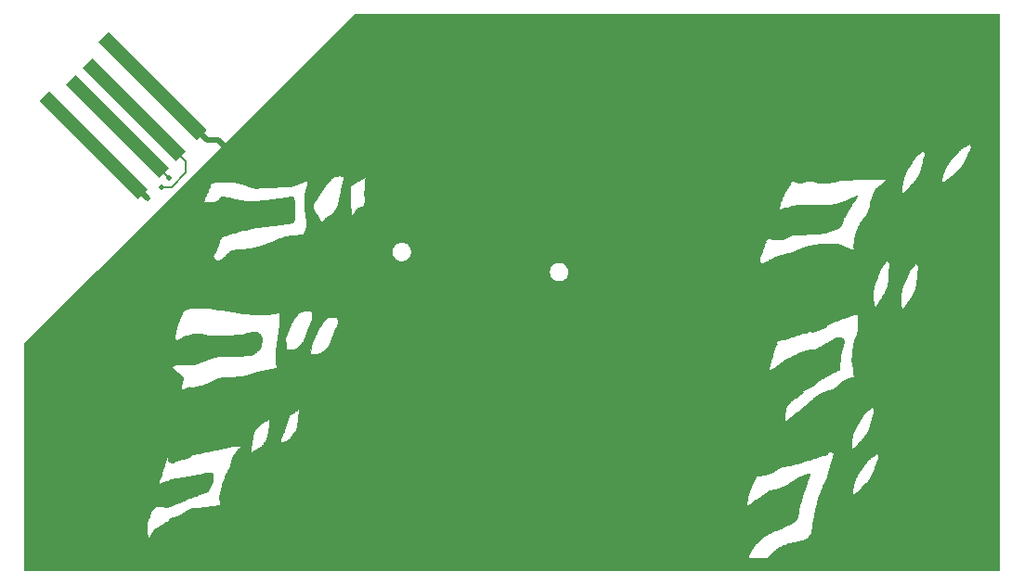
<source format=gbr>
G04 #@! TF.GenerationSoftware,KiCad,Pcbnew,(5.1.8)-1*
G04 #@! TF.CreationDate,2021-05-14T20:15:16-04:00*
G04 #@! TF.ProjectId,DogeKey2,446f6765-4b65-4793-922e-6b696361645f,1*
G04 #@! TF.SameCoordinates,Original*
G04 #@! TF.FileFunction,Copper,L1,Top*
G04 #@! TF.FilePolarity,Positive*
%FSLAX46Y46*%
G04 Gerber Fmt 4.6, Leading zero omitted, Abs format (unit mm)*
G04 Created by KiCad (PCBNEW (5.1.8)-1) date 2021-05-14 20:15:16*
%MOMM*%
%LPD*%
G01*
G04 APERTURE LIST*
G04 #@! TA.AperFunction,EtchedComponent*
%ADD10C,0.010000*%
G04 #@! TD*
G04 #@! TA.AperFunction,SMDPad,CuDef*
%ADD11C,0.152400*%
G04 #@! TD*
G04 #@! TA.AperFunction,ViaPad*
%ADD12C,0.508000*%
G04 #@! TD*
G04 #@! TA.AperFunction,Conductor*
%ADD13C,0.508000*%
G04 #@! TD*
G04 #@! TA.AperFunction,Conductor*
%ADD14C,0.254000*%
G04 #@! TD*
G04 #@! TA.AperFunction,Conductor*
%ADD15C,0.152400*%
G04 #@! TD*
G04 APERTURE END LIST*
D10*
G36*
X190116222Y-91044148D02*
G01*
X101206815Y-91044148D01*
X101206815Y-87061925D01*
X112377316Y-87061925D01*
X112377601Y-87156860D01*
X112378722Y-87256921D01*
X112380611Y-87359949D01*
X112383200Y-87463783D01*
X112386421Y-87566265D01*
X112390204Y-87665235D01*
X112394482Y-87758535D01*
X112399186Y-87844004D01*
X112404247Y-87919484D01*
X112409597Y-87982816D01*
X112415168Y-88031840D01*
X112420891Y-88064396D01*
X112421395Y-88066384D01*
X112437717Y-88111399D01*
X112458273Y-88138140D01*
X112483228Y-88146699D01*
X112512748Y-88137170D01*
X112527857Y-88126779D01*
X112550271Y-88105784D01*
X112575931Y-88075123D01*
X112605557Y-88033652D01*
X112639870Y-87980226D01*
X112679590Y-87913702D01*
X112725438Y-87832935D01*
X112778135Y-87736781D01*
X112805604Y-87685704D01*
X112867733Y-87574612D01*
X112925848Y-87481257D01*
X112980389Y-87405094D01*
X113031797Y-87345579D01*
X113080514Y-87302168D01*
X113126980Y-87274318D01*
X113144815Y-87267484D01*
X113200546Y-87246371D01*
X113256829Y-87218002D01*
X113316370Y-87180647D01*
X113381870Y-87132578D01*
X113456034Y-87072064D01*
X113473143Y-87057458D01*
X113544547Y-87000179D01*
X113611131Y-86954899D01*
X113670963Y-86922800D01*
X113721826Y-86905129D01*
X113761594Y-86894062D01*
X113798643Y-86878098D01*
X113837334Y-86854762D01*
X113882026Y-86821580D01*
X113911969Y-86797220D01*
X113993701Y-86737729D01*
X114085920Y-86684946D01*
X114180672Y-86643237D01*
X114212555Y-86632193D01*
X114286656Y-86603344D01*
X114343080Y-86569944D01*
X114381627Y-86532170D01*
X114402095Y-86490198D01*
X114405614Y-86462909D01*
X114414973Y-86410148D01*
X114441300Y-86362459D01*
X114482987Y-86321903D01*
X114538429Y-86290540D01*
X114540620Y-86289625D01*
X114558767Y-86283574D01*
X114592578Y-86273691D01*
X114639458Y-86260680D01*
X114696811Y-86245247D01*
X114762041Y-86228096D01*
X114832554Y-86209931D01*
X114858868Y-86203245D01*
X114967678Y-86175474D01*
X115059969Y-86151291D01*
X115137548Y-86130025D01*
X115202222Y-86111004D01*
X115255797Y-86093555D01*
X115300081Y-86077007D01*
X115336881Y-86060688D01*
X115368003Y-86043927D01*
X115395256Y-86026051D01*
X115420445Y-86006389D01*
X115443718Y-85985805D01*
X115481640Y-85954074D01*
X115533866Y-85915200D01*
X115597971Y-85870658D01*
X115671532Y-85821920D01*
X115752127Y-85770461D01*
X115837332Y-85717754D01*
X115924725Y-85665275D01*
X116011882Y-85614496D01*
X116096381Y-85566893D01*
X116175798Y-85523937D01*
X116247710Y-85487105D01*
X116309694Y-85457869D01*
X116316509Y-85454872D01*
X116376315Y-85430059D01*
X116431557Y-85410314D01*
X116485905Y-85394936D01*
X116543027Y-85383221D01*
X116606592Y-85374467D01*
X116680268Y-85367972D01*
X116767723Y-85363032D01*
X116804296Y-85361458D01*
X116892373Y-85357670D01*
X116977380Y-85353476D01*
X117060715Y-85348727D01*
X117143777Y-85343272D01*
X117227962Y-85336959D01*
X117314669Y-85329638D01*
X117405295Y-85321159D01*
X117501238Y-85311370D01*
X117603895Y-85300122D01*
X117714664Y-85287263D01*
X117834943Y-85272642D01*
X117966130Y-85256109D01*
X118109622Y-85237514D01*
X118266816Y-85216704D01*
X118439111Y-85193531D01*
X118627904Y-85167842D01*
X118731751Y-85153620D01*
X119027020Y-85113108D01*
X119020772Y-85000054D01*
X119018415Y-84958160D01*
X119018087Y-84952421D01*
X167077474Y-84952421D01*
X167078854Y-85018379D01*
X167085920Y-85067504D01*
X167091234Y-85084927D01*
X167106167Y-85114899D01*
X167124944Y-85134398D01*
X167148713Y-85143001D01*
X167178621Y-85140288D01*
X167215815Y-85125837D01*
X167261445Y-85099228D01*
X167316656Y-85060039D01*
X167382596Y-85007849D01*
X167445784Y-84954794D01*
X167593940Y-84836357D01*
X167752162Y-84725111D01*
X167867704Y-84652803D01*
X167914476Y-84625069D01*
X167970649Y-84591732D01*
X168029454Y-84556811D01*
X168084122Y-84524325D01*
X168088778Y-84521557D01*
X168228797Y-84433185D01*
X168369515Y-84334778D01*
X168503180Y-84231882D01*
X168561403Y-84183510D01*
X168642624Y-84115484D01*
X168712554Y-84059824D01*
X168772901Y-84015292D01*
X168825373Y-83980652D01*
X168871676Y-83954665D01*
X168888407Y-83946620D01*
X168931082Y-83923707D01*
X168976135Y-83894243D01*
X169008799Y-83868782D01*
X169056108Y-83832130D01*
X169108932Y-83801022D01*
X169169601Y-83774683D01*
X169240445Y-83752343D01*
X169323796Y-83733229D01*
X169421982Y-83716568D01*
X169499889Y-83706064D01*
X169598475Y-83692751D01*
X169689439Y-83677817D01*
X169775434Y-83660410D01*
X169859113Y-83639675D01*
X169943128Y-83614761D01*
X170030134Y-83584813D01*
X170122783Y-83548978D01*
X170223729Y-83506404D01*
X170335624Y-83456238D01*
X170461122Y-83397625D01*
X170465384Y-83395605D01*
X170573329Y-83343322D01*
X170670703Y-83293966D01*
X170756571Y-83248099D01*
X170829996Y-83206282D01*
X170890043Y-83169079D01*
X170935775Y-83137052D01*
X170966256Y-83110762D01*
X170980549Y-83090774D01*
X170981555Y-83085503D01*
X170985170Y-83069928D01*
X170998050Y-83056925D01*
X171023248Y-83044463D01*
X171063818Y-83030511D01*
X171064651Y-83030251D01*
X171096586Y-83018453D01*
X171135545Y-83000524D01*
X171182794Y-82975728D01*
X171239598Y-82943333D01*
X171307225Y-82902602D01*
X171386941Y-82852802D01*
X171480012Y-82793197D01*
X171536592Y-82756465D01*
X171618079Y-82703592D01*
X171687163Y-82659413D01*
X171747018Y-82622068D01*
X171800817Y-82589696D01*
X171851733Y-82560438D01*
X171902939Y-82532433D01*
X171957609Y-82503822D01*
X172018916Y-82472744D01*
X172030481Y-82466954D01*
X172175249Y-82397152D01*
X172309319Y-82338011D01*
X172436315Y-82287984D01*
X172514607Y-82260355D01*
X172569620Y-82242344D01*
X172612101Y-82230020D01*
X172647080Y-82222315D01*
X172679584Y-82218162D01*
X172714644Y-82216495D01*
X172721926Y-82216373D01*
X172801889Y-82215296D01*
X172804825Y-82256165D01*
X172804371Y-82284003D01*
X172799281Y-82320042D01*
X172789171Y-82365578D01*
X172773660Y-82421905D01*
X172752363Y-82490318D01*
X172724897Y-82572112D01*
X172690880Y-82668581D01*
X172649928Y-82781020D01*
X172647816Y-82786745D01*
X172588089Y-82949315D01*
X172534195Y-83097592D01*
X172485026Y-83234768D01*
X172439474Y-83364039D01*
X172396433Y-83488598D01*
X172354795Y-83611639D01*
X172313451Y-83736357D01*
X172271296Y-83865946D01*
X172242498Y-83955667D01*
X172196505Y-84100889D01*
X172156625Y-84229576D01*
X172122540Y-84342873D01*
X172093931Y-84441928D01*
X172070478Y-84527887D01*
X172051865Y-84601894D01*
X172037771Y-84665097D01*
X172027878Y-84718641D01*
X172025017Y-84737672D01*
X172017713Y-84783611D01*
X172009421Y-84816089D01*
X171997853Y-84840418D01*
X171980722Y-84861908D01*
X171964740Y-84877595D01*
X171950464Y-84892906D01*
X171939223Y-84911090D01*
X171929281Y-84936328D01*
X171918896Y-84972800D01*
X171909948Y-85009299D01*
X171895583Y-85072967D01*
X171881082Y-85143660D01*
X171866086Y-85223413D01*
X171850237Y-85314262D01*
X171833175Y-85418244D01*
X171814542Y-85537394D01*
X171799777Y-85634889D01*
X171778103Y-85774065D01*
X171757309Y-85895747D01*
X171737090Y-86001218D01*
X171717138Y-86091760D01*
X171697146Y-86168657D01*
X171676809Y-86233191D01*
X171655820Y-86286646D01*
X171633871Y-86330304D01*
X171633449Y-86331037D01*
X171615323Y-86356419D01*
X171585346Y-86391559D01*
X171545985Y-86434011D01*
X171499708Y-86481329D01*
X171448985Y-86531068D01*
X171396282Y-86580782D01*
X171344069Y-86628025D01*
X171294813Y-86670351D01*
X171273290Y-86687927D01*
X171204601Y-86741508D01*
X171147414Y-86782939D01*
X171099940Y-86813384D01*
X171060388Y-86834011D01*
X171033403Y-86844179D01*
X171012641Y-86851032D01*
X170985800Y-86861037D01*
X170951603Y-86874749D01*
X170908774Y-86892725D01*
X170856038Y-86915518D01*
X170792117Y-86943685D01*
X170715736Y-86977781D01*
X170625619Y-87018360D01*
X170520489Y-87065979D01*
X170448985Y-87098474D01*
X170315042Y-87159158D01*
X170197002Y-87212093D01*
X170093824Y-87257717D01*
X170004470Y-87296464D01*
X169927902Y-87328773D01*
X169863079Y-87355079D01*
X169808964Y-87375819D01*
X169764517Y-87391430D01*
X169728699Y-87402348D01*
X169720963Y-87404397D01*
X169660385Y-87422807D01*
X169585934Y-87450296D01*
X169499633Y-87485880D01*
X169403506Y-87528577D01*
X169299577Y-87577401D01*
X169189869Y-87631369D01*
X169076406Y-87689498D01*
X168961212Y-87750803D01*
X168846311Y-87814301D01*
X168733726Y-87879008D01*
X168683823Y-87908579D01*
X168566791Y-87983429D01*
X168459185Y-88061886D01*
X168362767Y-88142364D01*
X168279300Y-88223277D01*
X168210547Y-88303039D01*
X168158272Y-88380065D01*
X168156844Y-88382548D01*
X168117187Y-88441673D01*
X168072941Y-88489775D01*
X168027012Y-88524035D01*
X167996782Y-88537830D01*
X167954389Y-88559236D01*
X167904809Y-88597784D01*
X167848206Y-88653296D01*
X167784746Y-88725596D01*
X167714596Y-88814508D01*
X167637920Y-88919853D01*
X167635863Y-88922778D01*
X167534485Y-89075127D01*
X167443881Y-89227839D01*
X167365548Y-89378122D01*
X167300985Y-89523182D01*
X167270088Y-89604815D01*
X167249989Y-89661064D01*
X167228097Y-89720878D01*
X167207027Y-89777186D01*
X167189396Y-89822920D01*
X167189078Y-89823726D01*
X167174031Y-89862618D01*
X167162022Y-89895241D01*
X167154523Y-89917502D01*
X167152741Y-89924856D01*
X167162092Y-89926561D01*
X167189927Y-89928102D01*
X167235914Y-89929475D01*
X167299722Y-89930675D01*
X167381019Y-89931700D01*
X167479475Y-89932546D01*
X167594758Y-89933210D01*
X167726537Y-89933688D01*
X167874482Y-89933978D01*
X168037416Y-89934074D01*
X168922092Y-89934074D01*
X169149054Y-89720056D01*
X169264437Y-89611342D01*
X169367300Y-89514702D01*
X169458750Y-89429233D01*
X169539889Y-89354034D01*
X169611825Y-89288201D01*
X169675661Y-89230831D01*
X169732501Y-89181023D01*
X169783452Y-89137874D01*
X169829617Y-89100480D01*
X169872101Y-89067941D01*
X169912010Y-89039352D01*
X169950448Y-89013812D01*
X169988519Y-88990417D01*
X170027329Y-88968266D01*
X170067982Y-88946456D01*
X170111584Y-88924084D01*
X170142136Y-88908760D01*
X170280031Y-88843095D01*
X170422220Y-88781734D01*
X170570515Y-88724112D01*
X170726727Y-88669662D01*
X170892669Y-88617819D01*
X171070153Y-88568018D01*
X171260991Y-88519692D01*
X171466993Y-88472276D01*
X171689974Y-88425205D01*
X171693057Y-88424580D01*
X171834208Y-88395342D01*
X171957297Y-88368492D01*
X172062905Y-88343887D01*
X172151613Y-88321383D01*
X172224002Y-88300835D01*
X172280655Y-88282100D01*
X172303296Y-88273352D01*
X172421943Y-88215602D01*
X172536289Y-88142672D01*
X172643619Y-88057043D01*
X172741216Y-87961199D01*
X172826366Y-87857620D01*
X172896354Y-87748789D01*
X172914273Y-87714917D01*
X172943503Y-87652637D01*
X172966900Y-87592476D01*
X172985242Y-87530861D01*
X172999304Y-87464219D01*
X173009861Y-87388979D01*
X173017690Y-87301568D01*
X173022764Y-87215333D01*
X173029059Y-87110044D01*
X173037470Y-87016515D01*
X173048903Y-86928543D01*
X173064267Y-86839924D01*
X173084468Y-86744456D01*
X173103247Y-86665000D01*
X173123146Y-86580788D01*
X173141996Y-86494939D01*
X173160332Y-86404613D01*
X173178686Y-86306970D01*
X173197593Y-86199168D01*
X173217587Y-86078369D01*
X173239201Y-85941732D01*
X173239300Y-85941092D01*
X173260701Y-85807336D01*
X173280685Y-85691132D01*
X173299514Y-85591291D01*
X173317454Y-85506627D01*
X173334768Y-85435950D01*
X173351722Y-85378073D01*
X173368580Y-85331809D01*
X173380912Y-85304814D01*
X173397588Y-85263361D01*
X173414806Y-85203733D01*
X173432414Y-85126559D01*
X173450264Y-85032467D01*
X173460612Y-84970741D01*
X173476725Y-84875288D01*
X173492727Y-84791958D01*
X173510139Y-84714127D01*
X173530481Y-84635174D01*
X173555275Y-84548477D01*
X173565186Y-84515407D01*
X173581359Y-84462286D01*
X173596584Y-84413302D01*
X173611472Y-84366896D01*
X173626632Y-84321510D01*
X173642674Y-84275585D01*
X173660208Y-84227562D01*
X173679844Y-84175883D01*
X173702191Y-84118990D01*
X173727860Y-84055322D01*
X173757461Y-83983323D01*
X173791602Y-83901433D01*
X173796067Y-83890826D01*
X176705993Y-83890826D01*
X176706057Y-83957702D01*
X176707885Y-84017940D01*
X176711485Y-84068301D01*
X176716865Y-84105546D01*
X176721946Y-84122648D01*
X176736140Y-84145926D01*
X176750779Y-84157473D01*
X176753677Y-84157926D01*
X176768559Y-84152707D01*
X176793469Y-84138912D01*
X176823445Y-84119338D01*
X176828491Y-84115777D01*
X176879961Y-84077138D01*
X176942483Y-84027018D01*
X177014515Y-83966858D01*
X177094513Y-83898101D01*
X177180935Y-83822188D01*
X177272239Y-83740560D01*
X177366883Y-83654660D01*
X177463324Y-83565928D01*
X177560018Y-83475807D01*
X177655425Y-83385739D01*
X177748002Y-83297164D01*
X177836205Y-83211525D01*
X177918492Y-83130263D01*
X177993322Y-83054820D01*
X178059151Y-82986638D01*
X178114437Y-82927158D01*
X178157638Y-82877822D01*
X178172416Y-82859704D01*
X178223706Y-82793254D01*
X178270103Y-82729236D01*
X178312821Y-82665367D01*
X178353073Y-82599361D01*
X178392072Y-82528932D01*
X178431034Y-82451797D01*
X178471170Y-82365669D01*
X178513695Y-82268264D01*
X178559823Y-82157297D01*
X178604617Y-82045963D01*
X178635647Y-81968065D01*
X178666195Y-81891595D01*
X178695146Y-81819324D01*
X178721388Y-81754026D01*
X178743806Y-81698473D01*
X178761286Y-81655437D01*
X178770904Y-81632037D01*
X178818251Y-81501584D01*
X178850705Y-81374855D01*
X178864950Y-81282383D01*
X178872036Y-81227486D01*
X178880667Y-81188093D01*
X178892132Y-81160893D01*
X178907717Y-81142578D01*
X178923221Y-81132507D01*
X178946191Y-81112053D01*
X178970719Y-81074435D01*
X178996157Y-81021173D01*
X179021859Y-80953787D01*
X179047178Y-80873800D01*
X179070819Y-80785370D01*
X179087083Y-80711668D01*
X179095352Y-80653179D01*
X179095398Y-80607979D01*
X179086989Y-80574143D01*
X179069898Y-80549745D01*
X179043893Y-80532863D01*
X179040536Y-80531406D01*
X178999284Y-80505464D01*
X178973551Y-80469592D01*
X178964335Y-80425696D01*
X178967972Y-80392403D01*
X178972426Y-80367323D01*
X178973114Y-80351051D01*
X178972248Y-80348594D01*
X178959768Y-80349110D01*
X178935413Y-80362533D01*
X178900244Y-80388106D01*
X178855320Y-80425071D01*
X178813222Y-80462200D01*
X178741069Y-80525314D01*
X178679069Y-80574860D01*
X178625629Y-80611967D01*
X178579156Y-80637765D01*
X178547777Y-80650417D01*
X178500267Y-80671025D01*
X178447001Y-80703752D01*
X178386673Y-80749558D01*
X178317979Y-80809405D01*
X178269244Y-80855304D01*
X178200599Y-80923295D01*
X178135667Y-80991561D01*
X178072425Y-81062566D01*
X178008849Y-81138772D01*
X177942914Y-81222644D01*
X177872596Y-81316646D01*
X177795872Y-81423241D01*
X177754834Y-81481518D01*
X177708372Y-81547703D01*
X177670001Y-81601744D01*
X177637158Y-81647005D01*
X177607282Y-81686853D01*
X177577811Y-81724651D01*
X177546183Y-81763765D01*
X177509837Y-81807561D01*
X177475861Y-81847968D01*
X177430385Y-81903684D01*
X177383912Y-81963873D01*
X177337921Y-82026308D01*
X177293892Y-82088762D01*
X177253303Y-82149004D01*
X177217634Y-82204809D01*
X177188362Y-82253946D01*
X177166969Y-82294190D01*
X177154931Y-82323310D01*
X177152815Y-82334637D01*
X177146566Y-82366071D01*
X177127709Y-82409989D01*
X177096079Y-82466716D01*
X177051512Y-82536577D01*
X177046838Y-82543554D01*
X177018606Y-82587911D01*
X176990400Y-82636196D01*
X176966673Y-82680640D01*
X176958361Y-82697936D01*
X176920334Y-82790351D01*
X176882853Y-82898646D01*
X176846664Y-83019890D01*
X176812513Y-83151151D01*
X176781147Y-83289496D01*
X176753312Y-83431993D01*
X176729755Y-83575708D01*
X176723211Y-83621704D01*
X176716302Y-83682749D01*
X176711123Y-83750111D01*
X176707685Y-83820549D01*
X176705993Y-83890826D01*
X173796067Y-83890826D01*
X173830895Y-83808094D01*
X173875949Y-83701747D01*
X173927374Y-83580833D01*
X173970088Y-83480593D01*
X174033759Y-83331917D01*
X174090907Y-83199940D01*
X174141915Y-83083858D01*
X174187164Y-82982869D01*
X174227037Y-82896168D01*
X174261915Y-82822953D01*
X174292181Y-82762420D01*
X174318216Y-82713767D01*
X174340404Y-82676189D01*
X174359125Y-82648883D01*
X174373727Y-82632036D01*
X174393225Y-82610753D01*
X174407399Y-82588079D01*
X174417708Y-82559833D01*
X174425609Y-82521830D01*
X174432558Y-82469887D01*
X174433691Y-82459889D01*
X174439461Y-82416941D01*
X174448019Y-82367547D01*
X174459645Y-82310661D01*
X174474621Y-82245235D01*
X174493228Y-82170223D01*
X174515748Y-82084578D01*
X174542461Y-81987254D01*
X174573649Y-81877202D01*
X174609593Y-81753378D01*
X174650575Y-81614732D01*
X174696874Y-81460220D01*
X174744523Y-81302778D01*
X174789945Y-81152995D01*
X174830011Y-81020089D01*
X174864964Y-80902973D01*
X174895051Y-80800563D01*
X174920515Y-80711772D01*
X174941603Y-80635517D01*
X174958558Y-80570710D01*
X174971626Y-80516267D01*
X174981051Y-80471103D01*
X174987079Y-80434131D01*
X174989954Y-80404267D01*
X174989921Y-80380424D01*
X174987225Y-80361519D01*
X174982111Y-80346464D01*
X174974823Y-80334176D01*
X174965607Y-80323567D01*
X174965467Y-80323427D01*
X174923759Y-80292081D01*
X174868879Y-80265739D01*
X174806141Y-80245885D01*
X174740856Y-80234006D01*
X174678336Y-80231586D01*
X174648019Y-80234666D01*
X174590093Y-80247749D01*
X174541731Y-80267974D01*
X174499011Y-80298067D01*
X174458009Y-80340752D01*
X174417635Y-80394635D01*
X174376488Y-80443150D01*
X174327924Y-80478308D01*
X174268285Y-80502295D01*
X174218659Y-80513494D01*
X174168119Y-80523970D01*
X174100924Y-80540669D01*
X174018069Y-80563299D01*
X173920548Y-80591569D01*
X173809358Y-80625186D01*
X173685494Y-80663859D01*
X173549952Y-80707297D01*
X173483926Y-80728807D01*
X173291753Y-80791072D01*
X173116512Y-80846489D01*
X172957671Y-80895212D01*
X172814699Y-80937396D01*
X172687064Y-80973194D01*
X172574235Y-81002761D01*
X172475680Y-81026251D01*
X172411492Y-81039839D01*
X172349691Y-81053755D01*
X172292095Y-81069842D01*
X172242368Y-81086854D01*
X172204176Y-81103548D01*
X172182178Y-81117734D01*
X172157828Y-81135994D01*
X172123683Y-81154408D01*
X172077248Y-81174098D01*
X172016032Y-81196183D01*
X171983444Y-81207056D01*
X171876023Y-81240547D01*
X171753517Y-81275825D01*
X171619472Y-81312043D01*
X171477434Y-81348352D01*
X171330947Y-81383908D01*
X171183557Y-81417862D01*
X171038808Y-81449369D01*
X170900248Y-81477580D01*
X170771420Y-81501650D01*
X170697766Y-81514158D01*
X170571784Y-81535478D01*
X170461784Y-81556344D01*
X170364986Y-81577708D01*
X170278607Y-81600525D01*
X170199869Y-81625745D01*
X170125990Y-81654323D01*
X170054190Y-81687211D01*
X169981688Y-81725361D01*
X169905704Y-81769726D01*
X169848933Y-81805004D01*
X169694861Y-81900682D01*
X169552680Y-81984685D01*
X169420307Y-82057938D01*
X169295660Y-82121366D01*
X169176655Y-82175892D01*
X169061210Y-82222443D01*
X168947244Y-82261943D01*
X168832674Y-82295317D01*
X168715416Y-82323489D01*
X168652193Y-82336487D01*
X168610804Y-82343790D01*
X168554441Y-82352632D01*
X168486833Y-82362488D01*
X168411707Y-82372832D01*
X168332790Y-82383139D01*
X168253811Y-82392882D01*
X168244000Y-82394049D01*
X168172523Y-82402691D01*
X168107113Y-82410952D01*
X168050101Y-82418509D01*
X168003814Y-82425040D01*
X167970582Y-82430224D01*
X167952735Y-82433739D01*
X167950386Y-82434641D01*
X167945178Y-82444286D01*
X167932852Y-82469353D01*
X167914184Y-82508183D01*
X167889946Y-82559118D01*
X167860913Y-82620499D01*
X167827858Y-82690668D01*
X167791557Y-82767967D01*
X167752782Y-82850737D01*
X167712307Y-82937320D01*
X167670907Y-83026057D01*
X167629355Y-83115289D01*
X167588426Y-83203360D01*
X167548893Y-83288609D01*
X167511530Y-83369379D01*
X167477112Y-83444011D01*
X167446411Y-83510847D01*
X167420203Y-83568229D01*
X167399261Y-83614497D01*
X167388005Y-83639713D01*
X167342608Y-83744030D01*
X167304048Y-83837054D01*
X167271260Y-83922385D01*
X167243180Y-84003625D01*
X167218744Y-84084377D01*
X167196887Y-84168243D01*
X167176546Y-84258824D01*
X167156655Y-84359722D01*
X167136151Y-84474540D01*
X167129097Y-84515932D01*
X167107591Y-84651384D01*
X167091828Y-84769139D01*
X167081794Y-84869413D01*
X167077474Y-84952421D01*
X119018087Y-84952421D01*
X119015181Y-84901723D01*
X119011314Y-84834981D01*
X119007061Y-84762171D01*
X119002669Y-84687531D01*
X118999996Y-84642407D01*
X118993361Y-84513561D01*
X118990059Y-84400003D01*
X118990473Y-84298438D01*
X118994986Y-84205571D01*
X119003983Y-84118109D01*
X119017848Y-84032756D01*
X119036965Y-83946217D01*
X119061718Y-83855199D01*
X119092490Y-83756406D01*
X119109054Y-83706607D01*
X119140385Y-83612633D01*
X119165758Y-83533291D01*
X119185943Y-83465646D01*
X119201709Y-83406759D01*
X119213826Y-83353692D01*
X119223065Y-83303508D01*
X119230193Y-83253270D01*
X119232154Y-83236703D01*
X119250979Y-83135540D01*
X119284760Y-83037916D01*
X119334959Y-82939741D01*
X119343201Y-82926013D01*
X119376781Y-82865812D01*
X119402148Y-82806919D01*
X119421057Y-82743861D01*
X119435263Y-82671166D01*
X119442932Y-82615111D01*
X119460732Y-82510726D01*
X119488768Y-82417354D01*
X119529276Y-82329325D01*
X119584492Y-82240967D01*
X119597758Y-82222398D01*
X119646627Y-82152086D01*
X119682834Y-82092400D01*
X119707547Y-82041212D01*
X119721934Y-81996390D01*
X119722135Y-81995495D01*
X119729623Y-81967932D01*
X119740182Y-81944983D01*
X119757060Y-81921592D01*
X119783504Y-81892703D01*
X119796924Y-81879043D01*
X119834381Y-81838463D01*
X119861268Y-81801409D01*
X119882526Y-81760754D01*
X119888412Y-81747108D01*
X119907190Y-81698601D01*
X119926279Y-81642178D01*
X119946045Y-81576413D01*
X119966849Y-81499884D01*
X119989056Y-81411164D01*
X120013030Y-81308830D01*
X120039135Y-81191458D01*
X120067733Y-81057623D01*
X120082413Y-80987307D01*
X120103140Y-80891338D01*
X120122887Y-80810850D01*
X120143193Y-80742681D01*
X120165599Y-80683667D01*
X120191643Y-80630645D01*
X120222865Y-80580452D01*
X120260805Y-80529923D01*
X120307002Y-80475897D01*
X120358558Y-80419918D01*
X120400097Y-80375628D01*
X120430486Y-80342564D01*
X120451552Y-80318328D01*
X120465122Y-80300521D01*
X120473022Y-80286747D01*
X120477079Y-80274607D01*
X120479120Y-80261703D01*
X120479126Y-80261655D01*
X120490441Y-80225818D01*
X120517230Y-80180321D01*
X120559607Y-80125000D01*
X120570071Y-80113233D01*
X121801364Y-80113233D01*
X121801428Y-80160208D01*
X121806188Y-80195247D01*
X121813477Y-80215713D01*
X121836618Y-80246781D01*
X121866868Y-80268962D01*
X121899882Y-80280941D01*
X121931313Y-80281404D01*
X121956817Y-80269035D01*
X121963726Y-80261166D01*
X121974864Y-80239946D01*
X121978370Y-80225176D01*
X121987263Y-80204649D01*
X122012715Y-80181243D01*
X122052889Y-80156019D01*
X122105947Y-80130038D01*
X122170052Y-80104361D01*
X122213555Y-80089379D01*
X122327785Y-80044742D01*
X122447494Y-79983266D01*
X122573101Y-79904711D01*
X122705020Y-79808840D01*
X122710088Y-79804911D01*
X122775332Y-79751828D01*
X122836806Y-79697275D01*
X122892813Y-79643126D01*
X122910519Y-79624321D01*
X176589977Y-79624321D01*
X176590863Y-79701985D01*
X176593224Y-79774992D01*
X176596979Y-79840058D01*
X176602047Y-79893895D01*
X176608347Y-79933218D01*
X176610451Y-79941644D01*
X176625894Y-79986345D01*
X176642814Y-80018414D01*
X176659756Y-80035402D01*
X176667416Y-80037481D01*
X176679264Y-80031554D01*
X176701599Y-80015485D01*
X176731039Y-79991847D01*
X176758921Y-79967903D01*
X176814937Y-79916417D01*
X176881443Y-79851868D01*
X176957035Y-79775769D01*
X177040313Y-79689637D01*
X177129874Y-79594986D01*
X177224315Y-79493333D01*
X177322235Y-79386192D01*
X177422230Y-79275079D01*
X177522898Y-79161510D01*
X177622838Y-79047000D01*
X177720646Y-78933064D01*
X177765290Y-78880370D01*
X177843468Y-78785595D01*
X177910174Y-78699775D01*
X177967899Y-78619252D01*
X178019131Y-78540370D01*
X178066361Y-78459472D01*
X178112079Y-78372901D01*
X178115622Y-78365868D01*
X178141116Y-78313894D01*
X178163868Y-78264451D01*
X178184954Y-78214606D01*
X178205451Y-78161428D01*
X178226437Y-78101983D01*
X178248989Y-78033341D01*
X178274184Y-77952568D01*
X178303099Y-77856733D01*
X178305030Y-77850259D01*
X178328266Y-77772643D01*
X178352392Y-77692664D01*
X178376163Y-77614408D01*
X178398335Y-77541959D01*
X178417661Y-77479401D01*
X178432846Y-77430979D01*
X178462095Y-77335356D01*
X178484689Y-77252692D01*
X178501518Y-77178709D01*
X178513470Y-77109128D01*
X178521433Y-77039671D01*
X178525278Y-76985861D01*
X178532084Y-76864648D01*
X178566618Y-76836943D01*
X178584122Y-76820774D01*
X178597993Y-76801536D01*
X178610688Y-76774667D01*
X178624664Y-76735604D01*
X178629961Y-76719308D01*
X178649761Y-76650299D01*
X178666506Y-76577803D01*
X178679771Y-76505183D01*
X178689134Y-76435803D01*
X178694170Y-76373029D01*
X178694457Y-76320224D01*
X178689572Y-76280752D01*
X178686448Y-76270408D01*
X178670384Y-76249423D01*
X178637608Y-76229018D01*
X178624976Y-76223134D01*
X178582276Y-76197282D01*
X178556565Y-76164140D01*
X178546854Y-76121973D01*
X178548641Y-76088997D01*
X178550855Y-76063150D01*
X178547473Y-76051204D01*
X178539746Y-76048741D01*
X178529236Y-76055167D01*
X178507664Y-76073184D01*
X178477089Y-76100900D01*
X178439571Y-76136420D01*
X178397169Y-76177853D01*
X178372945Y-76202040D01*
X178327430Y-76247052D01*
X178284376Y-76288195D01*
X178246157Y-76323310D01*
X178215149Y-76350238D01*
X178193728Y-76366821D01*
X178187630Y-76370436D01*
X178156602Y-76384715D01*
X178122686Y-76400395D01*
X178117216Y-76402933D01*
X178096736Y-76416026D01*
X178066958Y-76439674D01*
X178031530Y-76470778D01*
X177994101Y-76506240D01*
X177985513Y-76514768D01*
X177880007Y-76628712D01*
X177773696Y-76759548D01*
X177667920Y-76905478D01*
X177564020Y-77064701D01*
X177514184Y-77147056D01*
X177478856Y-77206918D01*
X177438578Y-77275208D01*
X177397933Y-77344154D01*
X177361503Y-77405985D01*
X177356096Y-77415167D01*
X177323966Y-77468330D01*
X177289388Y-77523205D01*
X177255828Y-77574436D01*
X177226749Y-77616668D01*
X177217637Y-77629185D01*
X177173232Y-77691448D01*
X177128172Y-77759360D01*
X177083801Y-77830462D01*
X177041462Y-77902295D01*
X177002498Y-77972399D01*
X176968253Y-78038316D01*
X176940069Y-78097587D01*
X176919290Y-78147752D01*
X176907260Y-78186351D01*
X176904855Y-78201821D01*
X176901338Y-78225196D01*
X176892589Y-78253391D01*
X176877364Y-78289457D01*
X176854418Y-78336445D01*
X176833728Y-78376273D01*
X176806986Y-78428901D01*
X176781081Y-78483362D01*
X176758541Y-78534105D01*
X176741897Y-78575583D01*
X176738517Y-78585136D01*
X176711517Y-78675017D01*
X176685711Y-78780271D01*
X176661697Y-78897463D01*
X176640075Y-79023161D01*
X176621444Y-79153931D01*
X176606402Y-79286340D01*
X176596984Y-79396265D01*
X176592957Y-79468175D01*
X176590648Y-79545289D01*
X176589977Y-79624321D01*
X122910519Y-79624321D01*
X122941653Y-79591256D01*
X122981630Y-79543538D01*
X123011043Y-79501845D01*
X123028196Y-79468052D01*
X123032000Y-79449715D01*
X123040825Y-79418966D01*
X123065017Y-79392503D01*
X123101146Y-79373717D01*
X123112016Y-79370523D01*
X123131692Y-79365141D01*
X123145907Y-79358461D01*
X123156666Y-79347252D01*
X123165974Y-79328284D01*
X123175835Y-79298327D01*
X123188256Y-79254150D01*
X123191434Y-79242556D01*
X123192960Y-79237589D01*
X124550448Y-79237589D01*
X124550725Y-79271594D01*
X124552099Y-79280185D01*
X124563225Y-79308669D01*
X124577470Y-79329574D01*
X124591287Y-79341367D01*
X124609081Y-79347828D01*
X124636557Y-79350425D01*
X124659616Y-79350741D01*
X124702363Y-79348127D01*
X124751615Y-79341314D01*
X124792032Y-79332874D01*
X124859452Y-79313449D01*
X124937701Y-79287413D01*
X125020973Y-79256939D01*
X125103456Y-79224196D01*
X125179342Y-79191358D01*
X125213549Y-79175313D01*
X125263574Y-79150159D01*
X125301805Y-79128135D01*
X125333897Y-79105327D01*
X125365503Y-79077821D01*
X125392802Y-79051243D01*
X125425250Y-79017573D01*
X125450482Y-78987637D01*
X125472087Y-78956194D01*
X125493655Y-78918007D01*
X125518776Y-78867835D01*
X125519540Y-78866259D01*
X125570100Y-78768164D01*
X125620157Y-78684626D01*
X125672388Y-78611657D01*
X125729469Y-78545272D01*
X125747938Y-78526045D01*
X125810119Y-78457907D01*
X125863613Y-78387732D01*
X125910997Y-78311358D01*
X125954852Y-78224623D01*
X125997755Y-78123365D01*
X125998333Y-78121896D01*
X126045093Y-77986989D01*
X126082012Y-77844317D01*
X126109551Y-77691430D01*
X126128175Y-77525881D01*
X126136684Y-77389296D01*
X126143677Y-77249212D01*
X126151961Y-77125422D01*
X126161819Y-77015431D01*
X126173535Y-76916745D01*
X126187394Y-76826869D01*
X126203677Y-76743310D01*
X126216374Y-76688444D01*
X126243935Y-76554115D01*
X126257674Y-76429011D01*
X126257702Y-76309717D01*
X126244134Y-76192819D01*
X126234449Y-76143796D01*
X126231060Y-76137805D01*
X126224691Y-76141557D01*
X126214221Y-76156768D01*
X126198527Y-76185150D01*
X126176490Y-76228417D01*
X126168373Y-76244759D01*
X126122613Y-76329616D01*
X126078166Y-76396277D01*
X126034575Y-76445278D01*
X125991380Y-76477153D01*
X125957704Y-76490461D01*
X125916210Y-76502046D01*
X125888970Y-76513822D01*
X125871595Y-76528513D01*
X125859693Y-76548841D01*
X125858291Y-76552105D01*
X125849964Y-76569012D01*
X125838705Y-76584814D01*
X125822770Y-76600574D01*
X125800415Y-76617355D01*
X125769895Y-76636219D01*
X125729468Y-76658229D01*
X125677387Y-76684447D01*
X125611910Y-76715935D01*
X125531292Y-76753757D01*
X125514285Y-76761670D01*
X125441440Y-76800924D01*
X125384507Y-76844654D01*
X125340646Y-76895804D01*
X125307015Y-76957320D01*
X125294241Y-76989790D01*
X125286948Y-77012425D01*
X125275899Y-77049422D01*
X125262195Y-77096968D01*
X125246937Y-77151248D01*
X125232954Y-77202088D01*
X125207046Y-77295250D01*
X125180353Y-77386815D01*
X125152161Y-77478861D01*
X125121757Y-77573465D01*
X125088427Y-77672707D01*
X125051457Y-77778664D01*
X125010136Y-77893415D01*
X124963748Y-78019036D01*
X124911581Y-78157606D01*
X124852920Y-78311204D01*
X124845683Y-78330037D01*
X124784210Y-78491476D01*
X124730333Y-78636378D01*
X124683868Y-78765337D01*
X124644631Y-78878949D01*
X124612439Y-78977806D01*
X124587109Y-79062505D01*
X124568456Y-79133639D01*
X124556297Y-79191802D01*
X124550448Y-79237589D01*
X123192960Y-79237589D01*
X123202210Y-79207493D01*
X123218435Y-79160057D01*
X123238318Y-79105239D01*
X123260068Y-79048032D01*
X123272472Y-79016622D01*
X123294734Y-78959741D01*
X123316401Y-78901942D01*
X123335603Y-78848385D01*
X123350470Y-78804229D01*
X123356077Y-78785972D01*
X123383974Y-78681127D01*
X123411535Y-78561315D01*
X123438256Y-78429940D01*
X123463634Y-78290404D01*
X123487165Y-78146112D01*
X123508346Y-78000465D01*
X123526672Y-77856867D01*
X123541641Y-77718721D01*
X123552749Y-77589431D01*
X123559492Y-77472399D01*
X123561354Y-77398704D01*
X123561549Y-77342409D01*
X123560790Y-77301077D01*
X123558686Y-77270863D01*
X123554842Y-77247922D01*
X123548866Y-77228412D01*
X123542386Y-77212907D01*
X123528433Y-77187535D01*
X123514694Y-77171356D01*
X123508071Y-77168222D01*
X123494952Y-77175096D01*
X123475405Y-77192921D01*
X123458153Y-77212453D01*
X123405906Y-77274824D01*
X123360820Y-77322982D01*
X123320378Y-77358850D01*
X123282064Y-77384349D01*
X123243359Y-77401401D01*
X123201748Y-77411928D01*
X123195491Y-77413000D01*
X123140173Y-77428081D01*
X123074761Y-77456265D01*
X123001199Y-77496195D01*
X122921429Y-77546513D01*
X122837395Y-77605862D01*
X122751039Y-77672884D01*
X122664305Y-77746221D01*
X122579136Y-77824517D01*
X122514218Y-77889000D01*
X122397542Y-78016651D01*
X122296808Y-78143477D01*
X122209606Y-78272800D01*
X122133525Y-78407942D01*
X122124082Y-78426599D01*
X122085313Y-78508960D01*
X122054108Y-78587152D01*
X122029463Y-78665239D01*
X122010372Y-78747285D01*
X121995830Y-78837354D01*
X121984831Y-78939512D01*
X121979257Y-79012074D01*
X121972187Y-79096804D01*
X121962011Y-79185538D01*
X121948300Y-79280972D01*
X121930625Y-79385802D01*
X121908555Y-79502724D01*
X121881663Y-79634433D01*
X121875459Y-79663770D01*
X121850337Y-79785659D01*
X121830481Y-79890535D01*
X121815776Y-79979412D01*
X121806108Y-80053306D01*
X121801364Y-80113233D01*
X120570071Y-80113233D01*
X120617687Y-80059689D01*
X120624489Y-80052469D01*
X120692246Y-79984932D01*
X120757051Y-79929501D01*
X120824564Y-79881552D01*
X120862088Y-79858355D01*
X120897655Y-79834395D01*
X120931782Y-79806420D01*
X120960968Y-79777890D01*
X120981709Y-79752262D01*
X120990505Y-79732995D01*
X120990592Y-79731471D01*
X120981524Y-79717285D01*
X120955614Y-79704364D01*
X120914805Y-79692901D01*
X120861040Y-79683088D01*
X120796261Y-79675118D01*
X120722411Y-79669183D01*
X120641432Y-79665476D01*
X120555267Y-79664188D01*
X120465858Y-79665512D01*
X120375149Y-79669640D01*
X120369704Y-79669982D01*
X120280107Y-79676649D01*
X120206938Y-79684376D01*
X120147819Y-79693596D01*
X120100372Y-79704739D01*
X120062222Y-79718238D01*
X120038344Y-79730129D01*
X120011083Y-79744081D01*
X119977525Y-79758109D01*
X119936448Y-79772509D01*
X119886633Y-79787579D01*
X119826859Y-79803614D01*
X119755908Y-79820911D01*
X119672558Y-79839769D01*
X119575590Y-79860482D01*
X119463784Y-79883348D01*
X119335920Y-79908664D01*
X119190777Y-79936726D01*
X119182393Y-79938331D01*
X119058658Y-79962193D01*
X118922409Y-79988796D01*
X118775637Y-80017734D01*
X118620330Y-80048600D01*
X118458477Y-80080987D01*
X118292065Y-80114490D01*
X118123085Y-80148702D01*
X117953524Y-80183216D01*
X117785372Y-80217625D01*
X117620617Y-80251524D01*
X117461247Y-80284506D01*
X117309252Y-80316164D01*
X117166620Y-80346091D01*
X117035340Y-80373882D01*
X116917400Y-80399130D01*
X116814789Y-80421428D01*
X116763188Y-80432826D01*
X116665651Y-80455901D01*
X116582802Y-80479112D01*
X116510598Y-80504359D01*
X116444996Y-80533543D01*
X116381952Y-80568562D01*
X116317421Y-80611318D01*
X116247362Y-80663710D01*
X116211630Y-80691999D01*
X116152145Y-80736757D01*
X116095019Y-80772639D01*
X116036793Y-80800815D01*
X115974009Y-80822453D01*
X115903211Y-80838723D01*
X115820941Y-80850794D01*
X115723741Y-80859836D01*
X115713037Y-80860621D01*
X115632371Y-80867067D01*
X115567792Y-80873973D01*
X115516572Y-80882002D01*
X115475985Y-80891818D01*
X115443302Y-80904087D01*
X115415798Y-80919471D01*
X115390744Y-80938636D01*
X115389954Y-80939318D01*
X115364568Y-80958827D01*
X115337195Y-80973678D01*
X115303625Y-80985338D01*
X115259647Y-80995275D01*
X115201867Y-81004832D01*
X115120124Y-81025951D01*
X115043833Y-81064404D01*
X114993370Y-81101560D01*
X114927968Y-81146823D01*
X114854896Y-81178844D01*
X114771802Y-81198338D01*
X114676335Y-81206021D01*
X114649568Y-81206175D01*
X114567481Y-81200145D01*
X114494438Y-81183917D01*
X114433591Y-81158333D01*
X114407672Y-81141503D01*
X114371817Y-81102940D01*
X114342986Y-81047063D01*
X114321238Y-80974031D01*
X114306627Y-80884007D01*
X114302456Y-80838815D01*
X114294856Y-80769669D01*
X114283579Y-80715330D01*
X114268989Y-80676798D01*
X114251448Y-80655070D01*
X114233949Y-80650631D01*
X114214330Y-80661940D01*
X114195819Y-80687074D01*
X114180833Y-80721091D01*
X114171791Y-80759046D01*
X114170222Y-80780952D01*
X114161696Y-80851918D01*
X114136172Y-80914899D01*
X114099887Y-80963368D01*
X114059503Y-81019342D01*
X114035796Y-81083822D01*
X114028948Y-81146911D01*
X114024265Y-81202674D01*
X114011751Y-81266977D01*
X113993146Y-81332163D01*
X113977068Y-81375082D01*
X113932447Y-81489421D01*
X113887907Y-81620353D01*
X113844171Y-81765666D01*
X113817302Y-81863804D01*
X113784310Y-81987002D01*
X113752376Y-82102823D01*
X113722047Y-82209412D01*
X113693870Y-82304913D01*
X113668392Y-82387470D01*
X113646157Y-82455228D01*
X113629412Y-82501920D01*
X113601027Y-82572470D01*
X113574748Y-82628392D01*
X113548340Y-82673361D01*
X113519567Y-82711055D01*
X113486193Y-82745153D01*
X113475999Y-82754311D01*
X113415406Y-82807509D01*
X113420074Y-82868884D01*
X113425135Y-82901716D01*
X113435624Y-82946430D01*
X113450379Y-82999607D01*
X113468236Y-83057826D01*
X113488032Y-83117667D01*
X113508605Y-83175708D01*
X113528791Y-83228530D01*
X113547427Y-83272711D01*
X113563350Y-83304831D01*
X113573275Y-83319459D01*
X113579892Y-83323204D01*
X113584632Y-83315609D01*
X113588444Y-83293942D01*
X113591178Y-83267719D01*
X113596337Y-83216040D01*
X113601512Y-83179116D01*
X113607947Y-83152924D01*
X113616883Y-83133444D01*
X113629564Y-83116655D01*
X113641836Y-83103852D01*
X113661602Y-83086517D01*
X113685030Y-83071201D01*
X113714541Y-83057034D01*
X113752557Y-83043147D01*
X113801498Y-83028670D01*
X113863785Y-83012732D01*
X113941841Y-82994464D01*
X113953852Y-82991741D01*
X114072679Y-82964008D01*
X114173638Y-82938489D01*
X114257510Y-82914918D01*
X114325076Y-82893028D01*
X114377118Y-82872550D01*
X114414418Y-82853220D01*
X114437758Y-82834768D01*
X114445519Y-82823736D01*
X114458052Y-82806390D01*
X114478918Y-82789890D01*
X114509090Y-82774019D01*
X114549540Y-82758559D01*
X114601241Y-82743291D01*
X114665166Y-82727999D01*
X114742286Y-82712464D01*
X114833575Y-82696468D01*
X114940006Y-82679793D01*
X115062551Y-82662222D01*
X115202182Y-82643536D01*
X115313222Y-82629348D01*
X115467243Y-82609584D01*
X115604994Y-82590990D01*
X115728955Y-82573148D01*
X115841603Y-82555637D01*
X115945416Y-82538039D01*
X116042873Y-82519934D01*
X116136452Y-82500903D01*
X116228631Y-82480526D01*
X116318061Y-82459320D01*
X116413819Y-82437792D01*
X116520936Y-82416852D01*
X116631968Y-82397784D01*
X116739474Y-82381872D01*
X116830167Y-82370991D01*
X116885994Y-82365256D01*
X116949158Y-82358747D01*
X117008279Y-82352636D01*
X117023018Y-82351108D01*
X117161367Y-82331588D01*
X117286705Y-82303244D01*
X117397029Y-82266534D01*
X117399967Y-82265356D01*
X117529136Y-82221321D01*
X117671955Y-82187450D01*
X117825981Y-82164159D01*
X117988773Y-82151862D01*
X118079000Y-82149941D01*
X118150382Y-82150136D01*
X118205658Y-82151762D01*
X118247530Y-82155713D01*
X118278699Y-82162882D01*
X118301866Y-82174164D01*
X118319733Y-82190450D01*
X118335001Y-82212635D01*
X118349220Y-82239313D01*
X118373712Y-82305635D01*
X118388501Y-82386347D01*
X118393810Y-82479853D01*
X118389862Y-82584559D01*
X118376879Y-82698871D01*
X118355085Y-82821195D01*
X118324703Y-82949936D01*
X118285955Y-83083501D01*
X118239064Y-83220293D01*
X118196964Y-83328249D01*
X118145463Y-83447240D01*
X118095409Y-83549522D01*
X118045644Y-83637020D01*
X117995009Y-83711658D01*
X117942346Y-83775362D01*
X117905286Y-83812945D01*
X117857414Y-83854154D01*
X117807266Y-83888487D01*
X117751104Y-83917781D01*
X117685193Y-83943875D01*
X117605797Y-83968606D01*
X117567923Y-83978926D01*
X117498683Y-83997645D01*
X117436770Y-84015592D01*
X117378851Y-84034012D01*
X117321590Y-84054150D01*
X117261654Y-84077251D01*
X117195708Y-84104560D01*
X117120418Y-84137322D01*
X117032449Y-84176783D01*
X117006555Y-84188536D01*
X116893331Y-84236721D01*
X116775572Y-84280835D01*
X116660347Y-84318363D01*
X116575626Y-84341735D01*
X116462017Y-84372568D01*
X116361565Y-84405462D01*
X116268613Y-84442437D01*
X116188958Y-84479737D01*
X116105786Y-84519821D01*
X116007765Y-84564332D01*
X115894273Y-84613534D01*
X115764692Y-84667691D01*
X115618400Y-84727066D01*
X115463741Y-84788405D01*
X115323368Y-84843765D01*
X115198675Y-84893435D01*
X115087685Y-84938228D01*
X114988422Y-84978957D01*
X114898909Y-85016434D01*
X114817171Y-85051474D01*
X114741231Y-85084888D01*
X114720555Y-85094146D01*
X114664114Y-85119501D01*
X114605271Y-85145914D01*
X114549834Y-85170778D01*
X114503611Y-85191488D01*
X114490074Y-85197546D01*
X114372728Y-85242107D01*
X114257818Y-85269069D01*
X114142279Y-85278829D01*
X114023044Y-85271781D01*
X113972667Y-85264175D01*
X113846482Y-85242059D01*
X113737307Y-85223165D01*
X113643630Y-85207419D01*
X113563937Y-85194750D01*
X113496713Y-85185085D01*
X113440446Y-85178351D01*
X113393623Y-85174475D01*
X113354728Y-85173384D01*
X113322250Y-85175007D01*
X113294674Y-85179269D01*
X113270487Y-85186100D01*
X113248176Y-85195425D01*
X113226226Y-85207173D01*
X113203125Y-85221270D01*
X113194386Y-85226811D01*
X113165203Y-85248248D01*
X113126373Y-85280929D01*
X113080790Y-85322073D01*
X113031348Y-85368902D01*
X112980941Y-85418633D01*
X112932464Y-85468486D01*
X112888811Y-85515681D01*
X112863443Y-85544737D01*
X112790056Y-85636976D01*
X112731781Y-85723292D01*
X112687155Y-85806667D01*
X112654717Y-85890083D01*
X112633005Y-85976524D01*
X112624348Y-86032458D01*
X112608099Y-86123802D01*
X112582511Y-86202161D01*
X112545848Y-86271763D01*
X112501904Y-86330461D01*
X112474417Y-86366729D01*
X112451505Y-86407028D01*
X112432645Y-86453534D01*
X112417314Y-86508423D01*
X112404992Y-86573873D01*
X112395154Y-86652060D01*
X112387280Y-86745160D01*
X112382169Y-86829464D01*
X112379532Y-86896067D01*
X112377937Y-86974274D01*
X112377316Y-87061925D01*
X101206815Y-87061925D01*
X101206815Y-72510695D01*
X114681842Y-72510695D01*
X114684497Y-72553167D01*
X114690558Y-72593098D01*
X114699197Y-72624572D01*
X114706816Y-72639003D01*
X114723022Y-72646620D01*
X114734773Y-72645957D01*
X114759029Y-72648423D01*
X114792424Y-72664985D01*
X114833188Y-72694410D01*
X114879553Y-72735460D01*
X114917187Y-72773396D01*
X114981457Y-72841057D01*
X115034631Y-72896121D01*
X115078197Y-72939976D01*
X115113643Y-72974010D01*
X115142458Y-72999614D01*
X115166131Y-73018174D01*
X115186150Y-73031080D01*
X115201643Y-73038743D01*
X115228796Y-73054996D01*
X115264814Y-73083510D01*
X115307571Y-73121950D01*
X115354937Y-73167982D01*
X115404784Y-73219269D01*
X115454983Y-73273476D01*
X115503408Y-73328270D01*
X115547929Y-73381313D01*
X115586418Y-73430271D01*
X115616747Y-73472810D01*
X115636788Y-73506593D01*
X115643498Y-73523555D01*
X115645289Y-73534760D01*
X115645391Y-73549532D01*
X115643447Y-73569691D01*
X115639099Y-73597053D01*
X115631990Y-73633436D01*
X115621765Y-73680659D01*
X115608064Y-73740538D01*
X115590533Y-73814892D01*
X115568812Y-73905539D01*
X115566953Y-73913259D01*
X115538490Y-74034493D01*
X115515658Y-74139220D01*
X115498367Y-74228856D01*
X115486523Y-74304819D01*
X115480034Y-74368524D01*
X115478808Y-74421388D01*
X115482752Y-74464827D01*
X115491775Y-74500258D01*
X115505784Y-74529096D01*
X115524687Y-74552758D01*
X115525256Y-74553331D01*
X115539348Y-74564907D01*
X115555614Y-74570330D01*
X115580253Y-74570851D01*
X115603692Y-74569152D01*
X115644992Y-74562169D01*
X115692290Y-74549145D01*
X115727148Y-74536345D01*
X115758847Y-74522552D01*
X115802813Y-74502859D01*
X115854309Y-74479414D01*
X115908595Y-74454367D01*
X115936873Y-74441181D01*
X116026927Y-74400233D01*
X116102752Y-74368702D01*
X116166179Y-74346204D01*
X116219040Y-74332356D01*
X116263167Y-74326773D01*
X116300391Y-74329073D01*
X116332544Y-74338871D01*
X116357612Y-74353056D01*
X116377975Y-74365889D01*
X116397042Y-74373515D01*
X116420624Y-74377161D01*
X116454531Y-74378057D01*
X116475037Y-74377886D01*
X116514115Y-74376332D01*
X116549940Y-74372025D01*
X116588174Y-74363836D01*
X116634482Y-74350637D01*
X116672592Y-74338510D01*
X116769720Y-74308085D01*
X116855520Y-74284276D01*
X116935774Y-74265870D01*
X117016261Y-74251652D01*
X117102764Y-74240408D01*
X117173298Y-74233356D01*
X117250417Y-74224273D01*
X117323377Y-74210807D01*
X117395709Y-74191814D01*
X117470942Y-74166149D01*
X117552607Y-74132670D01*
X117644232Y-74090230D01*
X117700660Y-74062399D01*
X117762696Y-74031815D01*
X117836558Y-73996298D01*
X117919977Y-73956872D01*
X118010682Y-73914562D01*
X118106404Y-73870394D01*
X118204872Y-73825392D01*
X118303817Y-73780581D01*
X118400969Y-73736985D01*
X118494058Y-73695630D01*
X118580813Y-73657539D01*
X118658965Y-73623739D01*
X118726244Y-73595254D01*
X118780381Y-73573108D01*
X118809096Y-73561980D01*
X118870109Y-73539766D01*
X118927416Y-73520343D01*
X118982856Y-73503466D01*
X119038267Y-73488889D01*
X119095489Y-73476366D01*
X119156360Y-73465650D01*
X119222719Y-73456498D01*
X119296406Y-73448661D01*
X119379259Y-73441896D01*
X119473118Y-73435955D01*
X119579820Y-73430594D01*
X119701205Y-73425566D01*
X119839112Y-73420626D01*
X119875815Y-73419394D01*
X120072910Y-73412498D01*
X120251785Y-73405488D01*
X120413033Y-73398327D01*
X120557250Y-73390979D01*
X120685029Y-73383406D01*
X120796965Y-73375569D01*
X120893651Y-73367433D01*
X120975682Y-73358960D01*
X121043653Y-73350112D01*
X121084667Y-73343408D01*
X121170091Y-73326290D01*
X121265593Y-73304393D01*
X121368155Y-73278619D01*
X121474761Y-73249866D01*
X121582393Y-73219036D01*
X121688036Y-73187028D01*
X121788672Y-73154743D01*
X121881285Y-73123080D01*
X121962857Y-73092940D01*
X122030373Y-73065223D01*
X122055539Y-73053698D01*
X122098479Y-73035224D01*
X122149901Y-73016101D01*
X122199959Y-72999942D01*
X122208852Y-72997409D01*
X122285153Y-72977188D01*
X122377675Y-72954197D01*
X122484109Y-72928928D01*
X122602149Y-72901877D01*
X122729484Y-72873536D01*
X122863806Y-72844398D01*
X123002808Y-72814957D01*
X123144180Y-72785707D01*
X123285615Y-72757140D01*
X123424804Y-72729751D01*
X123559438Y-72704033D01*
X123687209Y-72680479D01*
X123714037Y-72675660D01*
X123806896Y-72658768D01*
X123884064Y-72643963D01*
X123948458Y-72630537D01*
X123986215Y-72621709D01*
X169095883Y-72621709D01*
X169096962Y-72671688D01*
X169102021Y-72705748D01*
X169112746Y-72726644D01*
X169130822Y-72737134D01*
X169157937Y-72739973D01*
X169168109Y-72739744D01*
X169241597Y-72730450D01*
X169320721Y-72707924D01*
X169406398Y-72671707D01*
X169499547Y-72621341D01*
X169601086Y-72556369D01*
X169711933Y-72476332D01*
X169741697Y-72453535D01*
X169800096Y-72408879D01*
X169866398Y-72359073D01*
X169934201Y-72308875D01*
X169997103Y-72263038D01*
X170026704Y-72241828D01*
X170114274Y-72179454D01*
X170187966Y-72126666D01*
X170249337Y-72082288D01*
X170299943Y-72045148D01*
X170341343Y-72014072D01*
X170375093Y-71987888D01*
X170402750Y-71965420D01*
X170425871Y-71945497D01*
X170446015Y-71926945D01*
X170451189Y-71921976D01*
X170487251Y-71889134D01*
X170518661Y-71867073D01*
X170551497Y-71853095D01*
X170591836Y-71844500D01*
X170637204Y-71839352D01*
X170682818Y-71834056D01*
X170712418Y-71826939D01*
X170728806Y-71816188D01*
X170734783Y-71799988D01*
X170733249Y-71777142D01*
X170732433Y-71752387D01*
X170740533Y-71733912D01*
X170759781Y-71720437D01*
X170792412Y-71710681D01*
X170840658Y-71703364D01*
X170866626Y-71700661D01*
X170926299Y-71694308D01*
X170970269Y-71687608D01*
X171001636Y-71679549D01*
X171023501Y-71669114D01*
X171038964Y-71655290D01*
X171048866Y-71641010D01*
X171072760Y-71612771D01*
X171113027Y-71580170D01*
X171168030Y-71544291D01*
X171236132Y-71506215D01*
X171302855Y-71473046D01*
X171356725Y-71447564D01*
X171418942Y-71418133D01*
X171480848Y-71388847D01*
X171522481Y-71369151D01*
X171612239Y-71324451D01*
X171687952Y-71282044D01*
X171748332Y-71242715D01*
X171792093Y-71207250D01*
X171799289Y-71200120D01*
X171837743Y-71170456D01*
X171888347Y-71149649D01*
X171953453Y-71136820D01*
X171974981Y-71134504D01*
X172035081Y-71124566D01*
X172106704Y-71105300D01*
X172185822Y-71077973D01*
X172268408Y-71043850D01*
X172280108Y-71038562D01*
X172353548Y-71008539D01*
X172432350Y-70983582D01*
X172518933Y-70963250D01*
X172615711Y-70947100D01*
X172725102Y-70934692D01*
X172849522Y-70925582D01*
X172916667Y-70922191D01*
X173034868Y-70914890D01*
X173137206Y-70903787D01*
X173226368Y-70888234D01*
X173305041Y-70867581D01*
X173375910Y-70841176D01*
X173441663Y-70808371D01*
X173478233Y-70786335D01*
X173587050Y-70723788D01*
X173692674Y-70677174D01*
X173793530Y-70647145D01*
X173830183Y-70640234D01*
X173887410Y-70626252D01*
X173931420Y-70602913D01*
X173966614Y-70567464D01*
X173981547Y-70545534D01*
X174005104Y-70512769D01*
X174035160Y-70481855D01*
X174073950Y-70451225D01*
X174123707Y-70419309D01*
X174186667Y-70384538D01*
X174265064Y-70345345D01*
X174270248Y-70342847D01*
X174395821Y-70279961D01*
X174529639Y-70208432D01*
X174665509Y-70131682D01*
X174797236Y-70053132D01*
X174818444Y-70040049D01*
X174961051Y-69958216D01*
X175099929Y-69891712D01*
X175233870Y-69841025D01*
X175361666Y-69806641D01*
X175424549Y-69795473D01*
X175530588Y-69786687D01*
X175625898Y-69792244D01*
X175709968Y-69811847D01*
X175782286Y-69845198D01*
X175842339Y-69892000D01*
X175889617Y-69951954D01*
X175923606Y-70024765D01*
X175941570Y-70095963D01*
X175945825Y-70141322D01*
X175943357Y-70191972D01*
X175933690Y-70250382D01*
X175916345Y-70319021D01*
X175890845Y-70400356D01*
X175872462Y-70453391D01*
X175841856Y-70539578D01*
X175816765Y-70610910D01*
X175796275Y-70670217D01*
X175779471Y-70720326D01*
X175765438Y-70764067D01*
X175753263Y-70804267D01*
X175742031Y-70843755D01*
X175730827Y-70885358D01*
X175722622Y-70916829D01*
X175703379Y-70995497D01*
X175683678Y-71083521D01*
X175664572Y-71175595D01*
X175647115Y-71266409D01*
X175632360Y-71350658D01*
X175621363Y-71423033D01*
X175619861Y-71434407D01*
X175616380Y-71464240D01*
X175611556Y-71509405D01*
X175605734Y-71566496D01*
X175599253Y-71632106D01*
X175592457Y-71702828D01*
X175586323Y-71768370D01*
X175578536Y-71850713D01*
X175569889Y-71938664D01*
X175560596Y-72030327D01*
X175550869Y-72123805D01*
X175540923Y-72217200D01*
X175530970Y-72308616D01*
X175521224Y-72396156D01*
X175511897Y-72477922D01*
X175503204Y-72552018D01*
X175495356Y-72616546D01*
X175488569Y-72669610D01*
X175483054Y-72709312D01*
X175479026Y-72733756D01*
X175476972Y-72741091D01*
X175468226Y-72745664D01*
X175444022Y-72758025D01*
X175405706Y-72777495D01*
X175354620Y-72803394D01*
X175292107Y-72835042D01*
X175219513Y-72871759D01*
X175138180Y-72912865D01*
X175049453Y-72957679D01*
X174954674Y-73005523D01*
X174876222Y-73045105D01*
X174773810Y-73096855D01*
X174673549Y-73147688D01*
X174577151Y-73196726D01*
X174486323Y-73243091D01*
X174402776Y-73285908D01*
X174328219Y-73324299D01*
X174264362Y-73357386D01*
X174212914Y-73384292D01*
X174175585Y-73404140D01*
X174161136Y-73412040D01*
X174024330Y-73490542D01*
X173901305Y-73566325D01*
X173787901Y-73642349D01*
X173679963Y-73721571D01*
X173573331Y-73806949D01*
X173463847Y-73901442D01*
X173428224Y-73933459D01*
X173385265Y-73972571D01*
X173347886Y-74006697D01*
X173314718Y-74036670D01*
X173284394Y-74063324D01*
X173255545Y-74087493D01*
X173226805Y-74110009D01*
X173196804Y-74131706D01*
X173164175Y-74153417D01*
X173127551Y-74175975D01*
X173085564Y-74200215D01*
X173036844Y-74226968D01*
X172980026Y-74257069D01*
X172913741Y-74291351D01*
X172836620Y-74330647D01*
X172747297Y-74375790D01*
X172644403Y-74427614D01*
X172526571Y-74486952D01*
X172486725Y-74507039D01*
X172392045Y-74555089D01*
X172313308Y-74595861D01*
X172249445Y-74630123D01*
X172199391Y-74658642D01*
X172162079Y-74682185D01*
X172136443Y-74701520D01*
X172121416Y-74717414D01*
X172115932Y-74730635D01*
X172118924Y-74741949D01*
X172129325Y-74752124D01*
X172138258Y-74757763D01*
X172159826Y-74772064D01*
X172171707Y-74786466D01*
X172172937Y-74802632D01*
X172162551Y-74822226D01*
X172139586Y-74846911D01*
X172103077Y-74878350D01*
X172052060Y-74918208D01*
X172039889Y-74927443D01*
X171997035Y-74960329D01*
X171945493Y-75000616D01*
X171891079Y-75043720D01*
X171839610Y-75085054D01*
X171828143Y-75094363D01*
X171752565Y-75154437D01*
X171688455Y-75202138D01*
X171634157Y-75238574D01*
X171588016Y-75264857D01*
X171548377Y-75282094D01*
X171547729Y-75282322D01*
X171506438Y-75297572D01*
X171472256Y-75312535D01*
X171440421Y-75329968D01*
X171406170Y-75352623D01*
X171364740Y-75383255D01*
X171339262Y-75402876D01*
X171298771Y-75436148D01*
X171249250Y-75479794D01*
X171193033Y-75531497D01*
X171132453Y-75588939D01*
X171069844Y-75649802D01*
X171007538Y-75711769D01*
X170947869Y-75772522D01*
X170893171Y-75829743D01*
X170845776Y-75881116D01*
X170808018Y-75924322D01*
X170784533Y-75953861D01*
X170721039Y-76052161D01*
X170666698Y-76159796D01*
X170625265Y-76269150D01*
X170619410Y-76288630D01*
X170592400Y-76393938D01*
X170567483Y-76513400D01*
X170545379Y-76642406D01*
X170526806Y-76776343D01*
X170512483Y-76910602D01*
X170503600Y-77031815D01*
X170501177Y-77095610D01*
X170500399Y-77165553D01*
X170501131Y-77237925D01*
X170503236Y-77309008D01*
X170506577Y-77375082D01*
X170511019Y-77432431D01*
X170516424Y-77477334D01*
X170520767Y-77499598D01*
X170526974Y-77521417D01*
X170533962Y-77533733D01*
X170544488Y-77536009D01*
X170561313Y-77527709D01*
X170587196Y-77508295D01*
X170621582Y-77479991D01*
X170643108Y-77461139D01*
X170675636Y-77431427D01*
X170716718Y-77393151D01*
X170763907Y-77348606D01*
X170814753Y-77300087D01*
X170862069Y-77254486D01*
X170972469Y-77149540D01*
X171079733Y-77051470D01*
X171182728Y-76961165D01*
X171280323Y-76879517D01*
X171371388Y-76807416D01*
X171454792Y-76745753D01*
X171529403Y-76695418D01*
X171594090Y-76657302D01*
X171647723Y-76632296D01*
X171656094Y-76629263D01*
X171692560Y-76612090D01*
X171740418Y-76582042D01*
X171798328Y-76540098D01*
X171864951Y-76487236D01*
X171938949Y-76424434D01*
X171951726Y-76413227D01*
X171990542Y-76379024D01*
X172039885Y-76335538D01*
X172096169Y-76285928D01*
X172155809Y-76233354D01*
X172215219Y-76180978D01*
X172248059Y-76152023D01*
X172311233Y-76096697D01*
X172381969Y-76035375D01*
X172455296Y-75972326D01*
X172526243Y-75911820D01*
X172589838Y-75858125D01*
X172609037Y-75842066D01*
X172716669Y-75751677D01*
X172812394Y-75669836D01*
X172899335Y-75593774D01*
X172980616Y-75520722D01*
X173059359Y-75447909D01*
X173138687Y-75372567D01*
X173140904Y-75370436D01*
X173188224Y-75325583D01*
X173236793Y-75280697D01*
X173282818Y-75239202D01*
X173322510Y-75204521D01*
X173348824Y-75182649D01*
X173403389Y-75141031D01*
X173465334Y-75096855D01*
X173530009Y-75053201D01*
X173592764Y-75013148D01*
X173648951Y-74979773D01*
X173682411Y-74961767D01*
X173749258Y-74929771D01*
X173829742Y-74894097D01*
X173921298Y-74855679D01*
X174021363Y-74815448D01*
X174127374Y-74774334D01*
X174236767Y-74733271D01*
X174346978Y-74693190D01*
X174455444Y-74655023D01*
X174559600Y-74619700D01*
X174656883Y-74588155D01*
X174744730Y-74561318D01*
X174820576Y-74540122D01*
X174881859Y-74525498D01*
X174884100Y-74525036D01*
X174932148Y-74514075D01*
X174968681Y-74502232D01*
X175000894Y-74486624D01*
X175035981Y-74464366D01*
X175036728Y-74463856D01*
X175072512Y-74438432D01*
X175110371Y-74409426D01*
X175152056Y-74375316D01*
X175199317Y-74334579D01*
X175253903Y-74285694D01*
X175317565Y-74227140D01*
X175392052Y-74157395D01*
X175425569Y-74125741D01*
X175517814Y-74039491D01*
X175599678Y-73965461D01*
X175673437Y-73901952D01*
X175741368Y-73847263D01*
X175805749Y-73799695D01*
X175868857Y-73757548D01*
X175932968Y-73719123D01*
X176000360Y-73682720D01*
X176056852Y-73654547D01*
X176120536Y-73624688D01*
X176182143Y-73598077D01*
X176245214Y-73573458D01*
X176313291Y-73549573D01*
X176389914Y-73525164D01*
X176478627Y-73498976D01*
X176558157Y-73476597D01*
X176618534Y-73459593D01*
X176675968Y-73442905D01*
X176726787Y-73427640D01*
X176767319Y-73414904D01*
X176793893Y-73405803D01*
X176796382Y-73404846D01*
X176834679Y-73387705D01*
X176867083Y-73369437D01*
X176889738Y-73352524D01*
X176898788Y-73339450D01*
X176898815Y-73338893D01*
X176892407Y-73328038D01*
X176876062Y-73309938D01*
X176864037Y-73298382D01*
X176829259Y-73266510D01*
X176826587Y-73168903D01*
X176823352Y-73104198D01*
X176817003Y-73024306D01*
X176807972Y-72932520D01*
X176796690Y-72832132D01*
X176783590Y-72726433D01*
X176769104Y-72618715D01*
X176753664Y-72512269D01*
X176737702Y-72410388D01*
X176721649Y-72316363D01*
X176705938Y-72233486D01*
X176700194Y-72205815D01*
X176684631Y-72131099D01*
X176673037Y-72069553D01*
X176664839Y-72016092D01*
X176659461Y-71965626D01*
X176656329Y-71913069D01*
X176654871Y-71853333D01*
X176654530Y-71801136D01*
X176656061Y-71685461D01*
X176660929Y-71560702D01*
X176668869Y-71428664D01*
X176679615Y-71291152D01*
X176692902Y-71149972D01*
X176708465Y-71006929D01*
X176726039Y-70863830D01*
X176745359Y-70722479D01*
X176766158Y-70584682D01*
X176788173Y-70452245D01*
X176811138Y-70326972D01*
X176834787Y-70210670D01*
X176858855Y-70105145D01*
X176883077Y-70012200D01*
X176907189Y-69933643D01*
X176930924Y-69871279D01*
X176941268Y-69849259D01*
X176959656Y-69818602D01*
X176980581Y-69791287D01*
X176988197Y-69783407D01*
X177017509Y-69747306D01*
X177046905Y-69693955D01*
X177075891Y-69624909D01*
X177103973Y-69541725D01*
X177130656Y-69445958D01*
X177155448Y-69339163D01*
X177177853Y-69222898D01*
X177190303Y-69146912D01*
X177200243Y-69080345D01*
X177208791Y-69018544D01*
X177216066Y-68959369D01*
X177222190Y-68900675D01*
X177227284Y-68840323D01*
X177231467Y-68776169D01*
X177234861Y-68706071D01*
X177237587Y-68627887D01*
X177239765Y-68539475D01*
X177241516Y-68438694D01*
X177242960Y-68323400D01*
X177244219Y-68191452D01*
X177244230Y-68190237D01*
X177248880Y-67645994D01*
X177222014Y-67651418D01*
X177203637Y-67654470D01*
X177170491Y-67659343D01*
X177126471Y-67665490D01*
X177075475Y-67672360D01*
X177044630Y-67676410D01*
X176915552Y-67694726D01*
X176801730Y-67714441D01*
X176699609Y-67736476D01*
X176605635Y-67761755D01*
X176516256Y-67791197D01*
X176427916Y-67825727D01*
X176367882Y-67852012D01*
X176172999Y-67930810D01*
X175965977Y-67995545D01*
X175911037Y-68009848D01*
X175827400Y-68031753D01*
X175756697Y-68052870D01*
X175693271Y-68075310D01*
X175631465Y-68101185D01*
X175565624Y-68132608D01*
X175520630Y-68155629D01*
X175456138Y-68188396D01*
X175403167Y-68213032D01*
X175357195Y-68231238D01*
X175313698Y-68244714D01*
X175268157Y-68255160D01*
X175243996Y-68259640D01*
X175209019Y-68267024D01*
X175171601Y-68277732D01*
X175129573Y-68292680D01*
X175080769Y-68312782D01*
X175023020Y-68338953D01*
X174954158Y-68372110D01*
X174872017Y-68413166D01*
X174831075Y-68433988D01*
X174736733Y-68481127D01*
X174656950Y-68518652D01*
X174590414Y-68547060D01*
X174535816Y-68566850D01*
X174491847Y-68578519D01*
X174457198Y-68582563D01*
X174442051Y-68581771D01*
X174420528Y-68580885D01*
X174403047Y-68586727D01*
X174383239Y-68602286D01*
X174369144Y-68615967D01*
X174342453Y-68647403D01*
X174331200Y-68673631D01*
X174330592Y-68680894D01*
X174323946Y-68714853D01*
X174306271Y-68754911D01*
X174280959Y-68795084D01*
X174251404Y-68829390D01*
X174241223Y-68838465D01*
X174201209Y-68867317D01*
X174152246Y-68895065D01*
X174092034Y-68922751D01*
X174018273Y-68951416D01*
X173928662Y-68982100D01*
X173911963Y-68987504D01*
X173847396Y-69008252D01*
X173772010Y-69032485D01*
X173692895Y-69057923D01*
X173617140Y-69082286D01*
X173573296Y-69096389D01*
X173464700Y-69132258D01*
X173370146Y-69165656D01*
X173285320Y-69198247D01*
X173205910Y-69231694D01*
X173127601Y-69267661D01*
X173120692Y-69270967D01*
X173083752Y-69288377D01*
X173053853Y-69301865D01*
X173034530Y-69309873D01*
X173029067Y-69311302D01*
X173010384Y-69276263D01*
X172991019Y-69252962D01*
X172965106Y-69235054D01*
X172952377Y-69228370D01*
X172925549Y-69216458D01*
X172899558Y-69209363D01*
X172868029Y-69205960D01*
X172824585Y-69205123D01*
X172820704Y-69205132D01*
X172763109Y-69207886D01*
X172715330Y-69217196D01*
X172671070Y-69235279D01*
X172624028Y-69264351D01*
X172597602Y-69283620D01*
X172516088Y-69334155D01*
X172428756Y-69366885D01*
X172366197Y-69379066D01*
X172292143Y-69388931D01*
X172231670Y-69397991D01*
X172179633Y-69407274D01*
X172130888Y-69417809D01*
X172080291Y-69430625D01*
X172022697Y-69446749D01*
X172011667Y-69449944D01*
X171925965Y-69476039D01*
X171839222Y-69504997D01*
X171747603Y-69538213D01*
X171647280Y-69577081D01*
X171534419Y-69622994D01*
X171522481Y-69627950D01*
X171420652Y-69667949D01*
X171330588Y-69698084D01*
X171248718Y-69719392D01*
X171171474Y-69732912D01*
X171154413Y-69734981D01*
X171070991Y-69749142D01*
X170996990Y-69773203D01*
X170924418Y-69809940D01*
X170905485Y-69821478D01*
X170836909Y-69861751D01*
X170773639Y-69892036D01*
X170710296Y-69914044D01*
X170641498Y-69929484D01*
X170561865Y-69940065D01*
X170520592Y-69943733D01*
X170402471Y-69955493D01*
X170296758Y-69971591D01*
X170197329Y-69993116D01*
X170116431Y-70015506D01*
X170023307Y-70046554D01*
X169941441Y-70079766D01*
X169872488Y-70114264D01*
X169818108Y-70149168D01*
X169779957Y-70183599D01*
X169767325Y-70200626D01*
X169752047Y-70239190D01*
X169749442Y-70279640D01*
X169759280Y-70315820D01*
X169772276Y-70334168D01*
X169790498Y-70349784D01*
X169804245Y-70357169D01*
X169805202Y-70357259D01*
X169812476Y-70365338D01*
X169815037Y-70381832D01*
X169810647Y-70398522D01*
X169796254Y-70420327D01*
X169770025Y-70449690D01*
X169746203Y-70473554D01*
X169713491Y-70507335D01*
X169683221Y-70541877D01*
X169659970Y-70571818D01*
X169652352Y-70583483D01*
X169640313Y-70609806D01*
X169625500Y-70651394D01*
X169608933Y-70705081D01*
X169591629Y-70767704D01*
X169585673Y-70790806D01*
X169567809Y-70858583D01*
X169546809Y-70933878D01*
X169524852Y-71009127D01*
X169504118Y-71076764D01*
X169496389Y-71100805D01*
X169467541Y-71191362D01*
X169445331Y-71267097D01*
X169429199Y-71330569D01*
X169418581Y-71384338D01*
X169412915Y-71430963D01*
X169411639Y-71473005D01*
X169412020Y-71484932D01*
X169415222Y-71554786D01*
X169378489Y-71565202D01*
X169351061Y-71577709D01*
X169330327Y-71599207D01*
X169315111Y-71632173D01*
X169304232Y-71679087D01*
X169297063Y-71736482D01*
X169287442Y-71811044D01*
X169271765Y-71892712D01*
X169249420Y-71984040D01*
X169219793Y-72087583D01*
X169189992Y-72182296D01*
X169156395Y-72290455D01*
X169130746Y-72384280D01*
X169112516Y-72466234D01*
X169101179Y-72538782D01*
X169096206Y-72604386D01*
X169095883Y-72621709D01*
X123986215Y-72621709D01*
X124002994Y-72617786D01*
X124050588Y-72605003D01*
X124094157Y-72591483D01*
X124136616Y-72576521D01*
X124159330Y-72567895D01*
X124210852Y-72546416D01*
X124250973Y-72526643D01*
X124278461Y-72509513D01*
X124292082Y-72495964D01*
X124290604Y-72486932D01*
X124272794Y-72483356D01*
X124270532Y-72483333D01*
X124246715Y-72476550D01*
X124233262Y-72466527D01*
X124211058Y-72432140D01*
X124190236Y-72380365D01*
X124170981Y-72312592D01*
X124153479Y-72230209D01*
X124137917Y-72134605D01*
X124124478Y-72027169D01*
X124113350Y-71909290D01*
X124104718Y-71782358D01*
X124098767Y-71647761D01*
X124095684Y-71506888D01*
X124095275Y-71434407D01*
X124096504Y-71325648D01*
X127247104Y-71325648D01*
X127362052Y-71328605D01*
X127472098Y-71331205D01*
X127565006Y-71332860D01*
X127642430Y-71333546D01*
X127706023Y-71333239D01*
X127757441Y-71331914D01*
X127798337Y-71329549D01*
X127830364Y-71326118D01*
X127855178Y-71321599D01*
X127855702Y-71321476D01*
X127899067Y-71309405D01*
X127945924Y-71293631D01*
X127970659Y-71283985D01*
X128003486Y-71271534D01*
X128032249Y-71262978D01*
X128048208Y-71260370D01*
X128066996Y-71256025D01*
X128098843Y-71244064D01*
X128140410Y-71226106D01*
X128188363Y-71203765D01*
X128239363Y-71178657D01*
X128290074Y-71152399D01*
X128337159Y-71126606D01*
X128377281Y-71102895D01*
X128389518Y-71095087D01*
X128432025Y-71065633D01*
X128480194Y-71029807D01*
X128525725Y-70993847D01*
X128540037Y-70981932D01*
X128589207Y-70938894D01*
X128642722Y-70889765D01*
X128698197Y-70836950D01*
X128753247Y-70782857D01*
X128805487Y-70729893D01*
X128852533Y-70680465D01*
X128891999Y-70636979D01*
X128921502Y-70601843D01*
X128935254Y-70583037D01*
X128975106Y-70517445D01*
X129015345Y-70441970D01*
X129056673Y-70355034D01*
X129099791Y-70255058D01*
X129145399Y-70140464D01*
X129194197Y-70009674D01*
X129212993Y-69957444D01*
X129297656Y-69723732D01*
X129380360Y-69503003D01*
X129463203Y-69289869D01*
X129548283Y-69078942D01*
X129637698Y-68864834D01*
X129645117Y-68847370D01*
X129686680Y-68748957D01*
X129721108Y-68665768D01*
X129749099Y-68595919D01*
X129771347Y-68537525D01*
X129788549Y-68488702D01*
X129801399Y-68447567D01*
X129810594Y-68412234D01*
X129816378Y-68383497D01*
X129821853Y-68346506D01*
X129822553Y-68318737D01*
X129817809Y-68291327D01*
X129806955Y-68255416D01*
X129806661Y-68254519D01*
X129779380Y-68181924D01*
X129747556Y-68114784D01*
X129712867Y-68055634D01*
X129676991Y-68007010D01*
X129641609Y-67971445D01*
X129608398Y-67951476D01*
X129605297Y-67950446D01*
X129582095Y-67945888D01*
X129543360Y-67941117D01*
X129492371Y-67936343D01*
X129432406Y-67931775D01*
X129366743Y-67927624D01*
X129298660Y-67924100D01*
X129231435Y-67921412D01*
X129168345Y-67919772D01*
X129120118Y-67919358D01*
X129047180Y-67921298D01*
X128982030Y-67927610D01*
X128922780Y-67939491D01*
X128867539Y-67958143D01*
X128814421Y-67984764D01*
X128761535Y-68020556D01*
X128706993Y-68066717D01*
X128648906Y-68124447D01*
X128585385Y-68194947D01*
X128514542Y-68279417D01*
X128473478Y-68330138D01*
X128431363Y-68383934D01*
X128390196Y-68438904D01*
X128351600Y-68492648D01*
X128317196Y-68542766D01*
X128288606Y-68586856D01*
X128267451Y-68622519D01*
X128255353Y-68647355D01*
X128253111Y-68656344D01*
X128246112Y-68685593D01*
X128226418Y-68723452D01*
X128195979Y-68766724D01*
X128160346Y-68808369D01*
X128127980Y-68846004D01*
X128094604Y-68890801D01*
X128059024Y-68944685D01*
X128020048Y-69009581D01*
X127976484Y-69087414D01*
X127927140Y-69180108D01*
X127911832Y-69209556D01*
X127864721Y-69302464D01*
X127814637Y-69404630D01*
X127762780Y-69513368D01*
X127710350Y-69625992D01*
X127658544Y-69739818D01*
X127608563Y-69852160D01*
X127561605Y-69960333D01*
X127518871Y-70061651D01*
X127481558Y-70153431D01*
X127450866Y-70232986D01*
X127434518Y-70278359D01*
X127378861Y-70457305D01*
X127334179Y-70642059D01*
X127299801Y-70835952D01*
X127275060Y-71042317D01*
X127270343Y-71095741D01*
X127265473Y-71153487D01*
X127260818Y-71206251D01*
X127256697Y-71250581D01*
X127253433Y-71283027D01*
X127251357Y-71300065D01*
X127247104Y-71325648D01*
X124096504Y-71325648D01*
X124097190Y-71265049D01*
X124103127Y-71112390D01*
X124113248Y-70974717D01*
X124127713Y-70850313D01*
X124146683Y-70737465D01*
X124170235Y-70634778D01*
X124189092Y-70558784D01*
X124206220Y-70479801D01*
X124221981Y-70395454D01*
X124236739Y-70303363D01*
X124250855Y-70201150D01*
X124264693Y-70086439D01*
X124278616Y-69956850D01*
X124287896Y-69863370D01*
X124293086Y-69816333D01*
X124984415Y-69816333D01*
X124984883Y-69938630D01*
X124986231Y-69998235D01*
X124990181Y-70056613D01*
X124997305Y-70119319D01*
X125008174Y-70191907D01*
X125015268Y-70234082D01*
X125026963Y-70304787D01*
X125035478Y-70365542D01*
X125040912Y-70420543D01*
X125043362Y-70473986D01*
X125042927Y-70530067D01*
X125039705Y-70592982D01*
X125033793Y-70666927D01*
X125027054Y-70738259D01*
X125021743Y-70794055D01*
X125017404Y-70843084D01*
X125014269Y-70882408D01*
X125012572Y-70909089D01*
X125012546Y-70920189D01*
X125012611Y-70920304D01*
X125022901Y-70921961D01*
X125049129Y-70923967D01*
X125088422Y-70926208D01*
X125137907Y-70928570D01*
X125194712Y-70930940D01*
X125255965Y-70933205D01*
X125318794Y-70935250D01*
X125380327Y-70936963D01*
X125437691Y-70938229D01*
X125482630Y-70938886D01*
X125540624Y-70938658D01*
X125601424Y-70937074D01*
X125657851Y-70934395D01*
X125702722Y-70930884D01*
X125703075Y-70930846D01*
X125768783Y-70922789D01*
X125816369Y-70914291D01*
X125846523Y-70905167D01*
X125859938Y-70895233D01*
X125860238Y-70888804D01*
X125862447Y-70868755D01*
X125882899Y-70845047D01*
X125921410Y-70817831D01*
X125977796Y-70787258D01*
X125990991Y-70780854D01*
X126036503Y-70757396D01*
X126078832Y-70731397D01*
X126120186Y-70700876D01*
X126162775Y-70663854D01*
X126208807Y-70618352D01*
X126260491Y-70562390D01*
X126320037Y-70493988D01*
X126348202Y-70460741D01*
X126389445Y-70412012D01*
X126431407Y-70362882D01*
X126470697Y-70317292D01*
X126503921Y-70279182D01*
X126523173Y-70257484D01*
X126578424Y-70187048D01*
X126634289Y-70097969D01*
X126690686Y-69990407D01*
X126747536Y-69864521D01*
X126804756Y-69720470D01*
X126828229Y-69656407D01*
X126867044Y-69548931D01*
X126908431Y-69435842D01*
X126951349Y-69319893D01*
X126994755Y-69203835D01*
X127037606Y-69090420D01*
X127078860Y-68982401D01*
X127117474Y-68882530D01*
X127152407Y-68793558D01*
X127182615Y-68718238D01*
X127195254Y-68687444D01*
X127235279Y-68590825D01*
X127268819Y-68509681D01*
X127296622Y-68442120D01*
X127319440Y-68386249D01*
X127338022Y-68340176D01*
X127353117Y-68302009D01*
X127365476Y-68269855D01*
X127375849Y-68241821D01*
X127384985Y-68216014D01*
X127393634Y-68190544D01*
X127401061Y-68168059D01*
X127416754Y-68117980D01*
X127431988Y-68065636D01*
X127444577Y-68018705D01*
X127450027Y-67996000D01*
X127460177Y-67932922D01*
X127465235Y-67861994D01*
X127465206Y-67789702D01*
X127460093Y-67722529D01*
X127449899Y-67666960D01*
X127449841Y-67666741D01*
X127426653Y-67596702D01*
X127395846Y-67527599D01*
X127360202Y-67464720D01*
X127322501Y-67413353D01*
X127308748Y-67398484D01*
X127283887Y-67374254D01*
X127264835Y-67359457D01*
X127245197Y-67351238D01*
X127218576Y-67346740D01*
X127186129Y-67343750D01*
X127114118Y-67339544D01*
X127031893Y-67337798D01*
X126946487Y-67338449D01*
X126864936Y-67341432D01*
X126794271Y-67346682D01*
X126787536Y-67347387D01*
X126664101Y-67365820D01*
X126550303Y-67393954D01*
X126444132Y-67432985D01*
X126343577Y-67484110D01*
X126246626Y-67548525D01*
X126151269Y-67627425D01*
X126055493Y-67722007D01*
X125957289Y-67833466D01*
X125944890Y-67848465D01*
X125869277Y-67942900D01*
X125805651Y-68027429D01*
X125754410Y-68101455D01*
X125715952Y-68164381D01*
X125690674Y-68215610D01*
X125680905Y-68244722D01*
X125668837Y-68276145D01*
X125645872Y-68312366D01*
X125610196Y-68356091D01*
X125594493Y-68373534D01*
X125578288Y-68392285D01*
X125562431Y-68413291D01*
X125546321Y-68437896D01*
X125529354Y-68467443D01*
X125510928Y-68503274D01*
X125490441Y-68546734D01*
X125467288Y-68599166D01*
X125440869Y-68661912D01*
X125410579Y-68736316D01*
X125375817Y-68823721D01*
X125335979Y-68925471D01*
X125290463Y-69042908D01*
X125267915Y-69101370D01*
X125235069Y-69186320D01*
X125200622Y-69274857D01*
X125166052Y-69363225D01*
X125132834Y-69447667D01*
X125102444Y-69524426D01*
X125076360Y-69589744D01*
X125062740Y-69623481D01*
X124984415Y-69816333D01*
X124293086Y-69816333D01*
X124302350Y-69732393D01*
X124319748Y-69606344D01*
X124339405Y-69489648D01*
X124360636Y-69386730D01*
X124363574Y-69374185D01*
X124379287Y-69298431D01*
X124393563Y-69208963D01*
X124406494Y-69104863D01*
X124418177Y-68985210D01*
X124428706Y-68849086D01*
X124438176Y-68695572D01*
X124442767Y-68607481D01*
X124444820Y-68561319D01*
X124447066Y-68503008D01*
X124449454Y-68434537D01*
X124451934Y-68357897D01*
X124454457Y-68275077D01*
X124456971Y-68188067D01*
X124459426Y-68098855D01*
X124461773Y-68009433D01*
X124463961Y-67921788D01*
X124465940Y-67837912D01*
X124467659Y-67759792D01*
X124469068Y-67689420D01*
X124470118Y-67628784D01*
X124470757Y-67579875D01*
X124470936Y-67544681D01*
X124470604Y-67525192D01*
X124470178Y-67521881D01*
X124460091Y-67521916D01*
X124434726Y-67524037D01*
X124397463Y-67527907D01*
X124351685Y-67533189D01*
X124330222Y-67535812D01*
X124266513Y-67543292D01*
X124195060Y-67550994D01*
X124124786Y-67557991D01*
X124066815Y-67563176D01*
X123982967Y-67570591D01*
X123915484Y-67577865D01*
X123861925Y-67585414D01*
X123819848Y-67593654D01*
X123786812Y-67603002D01*
X123760376Y-67613871D01*
X123755966Y-67616107D01*
X123742871Y-67622580D01*
X123729494Y-67627809D01*
X123713551Y-67632024D01*
X123692758Y-67635454D01*
X123664830Y-67638329D01*
X123627483Y-67640877D01*
X123578434Y-67643329D01*
X123515398Y-67645913D01*
X123436091Y-67648860D01*
X123426332Y-67649214D01*
X123356328Y-67651213D01*
X123270223Y-67652789D01*
X123170366Y-67653955D01*
X123059104Y-67654725D01*
X122938785Y-67655113D01*
X122811755Y-67655135D01*
X122680363Y-67654804D01*
X122546957Y-67654135D01*
X122413883Y-67653141D01*
X122283489Y-67651837D01*
X122158123Y-67650238D01*
X122040132Y-67648358D01*
X121931864Y-67646210D01*
X121835667Y-67643810D01*
X121753887Y-67641171D01*
X121696148Y-67638685D01*
X121526378Y-67629026D01*
X121370744Y-67617690D01*
X121224598Y-67604105D01*
X121083296Y-67587701D01*
X120942189Y-67567906D01*
X120796632Y-67544149D01*
X120641977Y-67515858D01*
X120548444Y-67497579D01*
X120366583Y-67461741D01*
X120199894Y-67429795D01*
X120045261Y-67401225D01*
X119899564Y-67375515D01*
X119759687Y-67352148D01*
X119622511Y-67330606D01*
X119484919Y-67310373D01*
X119343792Y-67290931D01*
X119196013Y-67271765D01*
X119156148Y-67266767D01*
X118959157Y-67241617D01*
X118780563Y-67217527D01*
X118619982Y-67194444D01*
X118477029Y-67172311D01*
X118351321Y-67151071D01*
X118314185Y-67144365D01*
X118196150Y-67123406D01*
X118088990Y-67106151D01*
X117988134Y-67092104D01*
X117889010Y-67080771D01*
X117787046Y-67071659D01*
X117677671Y-67064274D01*
X117556311Y-67058121D01*
X117490720Y-67055392D01*
X117306916Y-67050859D01*
X117122060Y-67051430D01*
X116939253Y-67056915D01*
X116761597Y-67067125D01*
X116592194Y-67081867D01*
X116434144Y-67100953D01*
X116290549Y-67124193D01*
X116254246Y-67131238D01*
X116169912Y-67151471D01*
X116080271Y-67178633D01*
X115989448Y-67211058D01*
X115901563Y-67247078D01*
X115820740Y-67285026D01*
X115751101Y-67323235D01*
X115706098Y-67352953D01*
X115691170Y-67364042D01*
X115678554Y-67374407D01*
X115667210Y-67385985D01*
X115656094Y-67400709D01*
X115644166Y-67420516D01*
X115630384Y-67447340D01*
X115613705Y-67483116D01*
X115593088Y-67529779D01*
X115567491Y-67589265D01*
X115535872Y-67663508D01*
X115524498Y-67690259D01*
X115494349Y-67760566D01*
X115458727Y-67842653D01*
X115419974Y-67931185D01*
X115380431Y-68020827D01*
X115342439Y-68106243D01*
X115318039Y-68160630D01*
X115243570Y-68332449D01*
X115179619Y-68495049D01*
X115124529Y-68653556D01*
X115076646Y-68813097D01*
X115034316Y-68978801D01*
X114995882Y-69155794D01*
X114994373Y-69163325D01*
X114973632Y-69271142D01*
X114957475Y-69365129D01*
X114945412Y-69449570D01*
X114936952Y-69528753D01*
X114931606Y-69606964D01*
X114928884Y-69688489D01*
X114928305Y-69741074D01*
X114928096Y-69805068D01*
X114928296Y-69853314D01*
X114929229Y-69888879D01*
X114931218Y-69914830D01*
X114934587Y-69934234D01*
X114939662Y-69950158D01*
X114946765Y-69965669D01*
X114953389Y-69978438D01*
X114970098Y-70018824D01*
X114978334Y-70057715D01*
X114977560Y-70090230D01*
X114967970Y-70110785D01*
X114960919Y-70120229D01*
X114967608Y-70120842D01*
X114988406Y-70112438D01*
X115023682Y-70094833D01*
X115073805Y-70067843D01*
X115139146Y-70031283D01*
X115220071Y-69984968D01*
X115223852Y-69982786D01*
X115451486Y-69859349D01*
X115676479Y-69753634D01*
X115900526Y-69665053D01*
X116125325Y-69593020D01*
X116352570Y-69536949D01*
X116583957Y-69496252D01*
X116658481Y-69486461D01*
X116726467Y-69479997D01*
X116807313Y-69475150D01*
X116896458Y-69471958D01*
X116989341Y-69470453D01*
X117081400Y-69470672D01*
X117168073Y-69472650D01*
X117244800Y-69476420D01*
X117302889Y-69481527D01*
X117399497Y-69494193D01*
X117501454Y-69510127D01*
X117605090Y-69528577D01*
X117706734Y-69548790D01*
X117802717Y-69570015D01*
X117889369Y-69591500D01*
X117963019Y-69612493D01*
X117997420Y-69623826D01*
X118040542Y-69638259D01*
X118083315Y-69651352D01*
X118118223Y-69660839D01*
X118126037Y-69662642D01*
X118149850Y-69665416D01*
X118190518Y-69667414D01*
X118246099Y-69668670D01*
X118314649Y-69669217D01*
X118394227Y-69669088D01*
X118482891Y-69668317D01*
X118578696Y-69666937D01*
X118679702Y-69664981D01*
X118783966Y-69662482D01*
X118889545Y-69659474D01*
X118994497Y-69655990D01*
X119096879Y-69652064D01*
X119194748Y-69647728D01*
X119286163Y-69643016D01*
X119292555Y-69642656D01*
X119413437Y-69635872D01*
X119542257Y-69628732D01*
X119676563Y-69621366D01*
X119813908Y-69613906D01*
X119951841Y-69606482D01*
X120087912Y-69599222D01*
X120219672Y-69592258D01*
X120344670Y-69585720D01*
X120460458Y-69579737D01*
X120564585Y-69574441D01*
X120654601Y-69569961D01*
X120722053Y-69566709D01*
X120841603Y-69559738D01*
X120943855Y-69550770D01*
X121030248Y-69539522D01*
X121102222Y-69525715D01*
X121161213Y-69509065D01*
X121208663Y-69489292D01*
X121246008Y-69466114D01*
X121249296Y-69463556D01*
X121281750Y-69442268D01*
X121323621Y-69423079D01*
X121376497Y-69405592D01*
X121441965Y-69389410D01*
X121521611Y-69374138D01*
X121617023Y-69359378D01*
X121720102Y-69345910D01*
X121833461Y-69331445D01*
X121937172Y-69316940D01*
X122029219Y-69302713D01*
X122107587Y-69289087D01*
X122170262Y-69276380D01*
X122196099Y-69270213D01*
X122265899Y-69258083D01*
X122333156Y-69257187D01*
X122392996Y-69267318D01*
X122425851Y-69279842D01*
X122461816Y-69301958D01*
X122506561Y-69336082D01*
X122557054Y-69379573D01*
X122610266Y-69429791D01*
X122663167Y-69484096D01*
X122675253Y-69497194D01*
X122719191Y-69549004D01*
X122754157Y-69599656D01*
X122781077Y-69652179D01*
X122800877Y-69709600D01*
X122814482Y-69774945D01*
X122822818Y-69851244D01*
X122826811Y-69941523D01*
X122827479Y-69995074D01*
X122826830Y-70084986D01*
X122823567Y-70162579D01*
X122817019Y-70234249D01*
X122806514Y-70306394D01*
X122791380Y-70385408D01*
X122781857Y-70429534D01*
X122757247Y-70528306D01*
X122728702Y-70621909D01*
X122697318Y-70707601D01*
X122664190Y-70782641D01*
X122630414Y-70844287D01*
X122598539Y-70888160D01*
X122570721Y-70912612D01*
X122540069Y-70929091D01*
X122534900Y-70930715D01*
X122503373Y-70945114D01*
X122463278Y-70972684D01*
X122417069Y-71011346D01*
X122367198Y-71059022D01*
X122316118Y-71113632D01*
X122307630Y-71123297D01*
X122255869Y-71178817D01*
X122200706Y-71231102D01*
X122146071Y-71276777D01*
X122095897Y-71312469D01*
X122069181Y-71327887D01*
X122039576Y-71339225D01*
X122000349Y-71349432D01*
X121965137Y-71355548D01*
X121911451Y-71366427D01*
X121858366Y-71384038D01*
X121842282Y-71391136D01*
X121813431Y-71403675D01*
X121784277Y-71412797D01*
X121749742Y-71419594D01*
X121704745Y-71425156D01*
X121667926Y-71428588D01*
X121605313Y-71433430D01*
X121533093Y-71437929D01*
X121450353Y-71442110D01*
X121356181Y-71445999D01*
X121249664Y-71449621D01*
X121129892Y-71453002D01*
X120995952Y-71456167D01*
X120846932Y-71459142D01*
X120681920Y-71461952D01*
X120500004Y-71464623D01*
X120300272Y-71467181D01*
X120280333Y-71467419D01*
X120104266Y-71469618D01*
X119945545Y-71471865D01*
X119802702Y-71474226D01*
X119674266Y-71476766D01*
X119558770Y-71479551D01*
X119454744Y-71482649D01*
X119360720Y-71486125D01*
X119275229Y-71490045D01*
X119196801Y-71494476D01*
X119123969Y-71499483D01*
X119055263Y-71505133D01*
X118989214Y-71511493D01*
X118924354Y-71518628D01*
X118859213Y-71526604D01*
X118803370Y-71533980D01*
X118674663Y-71553310D01*
X118555030Y-71575494D01*
X118440711Y-71601630D01*
X118327950Y-71632815D01*
X118212987Y-71670145D01*
X118092066Y-71714719D01*
X117961427Y-71767634D01*
X117872037Y-71805924D01*
X117771785Y-71849219D01*
X117686415Y-71885144D01*
X117613848Y-71914477D01*
X117552006Y-71937991D01*
X117498809Y-71956462D01*
X117452180Y-71970666D01*
X117410039Y-71981377D01*
X117390248Y-71985616D01*
X117331026Y-71999530D01*
X117283328Y-72016234D01*
X117239870Y-72038854D01*
X117194704Y-72069531D01*
X117146212Y-72098475D01*
X117081030Y-72126868D01*
X117001279Y-72154052D01*
X116909083Y-72179369D01*
X116806566Y-72202164D01*
X116710222Y-72219496D01*
X116653455Y-72228421D01*
X116599887Y-72236231D01*
X116547766Y-72243021D01*
X116495339Y-72248882D01*
X116440854Y-72253907D01*
X116382557Y-72258188D01*
X116318696Y-72261817D01*
X116247518Y-72264887D01*
X116167271Y-72267491D01*
X116076201Y-72269720D01*
X115972557Y-72271666D01*
X115854585Y-72273423D01*
X115720532Y-72275082D01*
X115637778Y-72276003D01*
X115505705Y-72277485D01*
X115391026Y-72278905D01*
X115292321Y-72280307D01*
X115208167Y-72281736D01*
X115137146Y-72283234D01*
X115077836Y-72284846D01*
X115028815Y-72286614D01*
X114988665Y-72288584D01*
X114955963Y-72290798D01*
X114929290Y-72293300D01*
X114907224Y-72296133D01*
X114890245Y-72298982D01*
X114820019Y-72315830D01*
X114766421Y-72337719D01*
X114727590Y-72366203D01*
X114701666Y-72402835D01*
X114686788Y-72449167D01*
X114683418Y-72471599D01*
X114681842Y-72510695D01*
X101206815Y-72510695D01*
X101206815Y-70361961D01*
X105707857Y-65860919D01*
X178565790Y-65860919D01*
X178568280Y-65991341D01*
X178575396Y-66127807D01*
X178586976Y-66267310D01*
X178602862Y-66406847D01*
X178622893Y-66543412D01*
X178646910Y-66674000D01*
X178648604Y-66682203D01*
X178669655Y-66775182D01*
X178690692Y-66850895D01*
X178712248Y-66910881D01*
X178734859Y-66956681D01*
X178753275Y-66983187D01*
X178768951Y-67000417D01*
X178782720Y-67008971D01*
X178796971Y-67007566D01*
X178814092Y-66994920D01*
X178836471Y-66969750D01*
X178866498Y-66930773D01*
X178876912Y-66916791D01*
X178923674Y-66851651D01*
X178977080Y-66773540D01*
X179035993Y-66684367D01*
X179099278Y-66586042D01*
X179165800Y-66480475D01*
X179234424Y-66369575D01*
X179304013Y-66255251D01*
X179323235Y-66223175D01*
X181085191Y-66223175D01*
X181086967Y-66341972D01*
X181092189Y-66462605D01*
X181100538Y-66582359D01*
X181111692Y-66698521D01*
X181125330Y-66808377D01*
X181141132Y-66909212D01*
X181158776Y-66998313D01*
X181177942Y-67072964D01*
X181190014Y-67109622D01*
X181205224Y-67145179D01*
X181223174Y-67178569D01*
X181241152Y-67205521D01*
X181256443Y-67221762D01*
X181263043Y-67224593D01*
X181272914Y-67218206D01*
X181291292Y-67201502D01*
X181313116Y-67179230D01*
X181347711Y-67139426D01*
X181391025Y-67084921D01*
X181442087Y-67017142D01*
X181499925Y-66937513D01*
X181563567Y-66847463D01*
X181632043Y-66748416D01*
X181704379Y-66641799D01*
X181779605Y-66529039D01*
X181856750Y-66411561D01*
X181934840Y-66290791D01*
X182012906Y-66168157D01*
X182089975Y-66045084D01*
X182131349Y-65978111D01*
X182189095Y-65883001D01*
X182237685Y-65800160D01*
X182278764Y-65726450D01*
X182313976Y-65658736D01*
X182344965Y-65593879D01*
X182373376Y-65528743D01*
X182395161Y-65474815D01*
X182420685Y-65407972D01*
X182442460Y-65346415D01*
X182461172Y-65287147D01*
X182477510Y-65227172D01*
X182492163Y-65163495D01*
X182505820Y-65093120D01*
X182519167Y-65013050D01*
X182532895Y-64920291D01*
X182547691Y-64811846D01*
X182547951Y-64809887D01*
X182558390Y-64732289D01*
X182569587Y-64651034D01*
X182580858Y-64570958D01*
X182591517Y-64496900D01*
X182600880Y-64433696D01*
X182605687Y-64402370D01*
X182623859Y-64271950D01*
X182634907Y-64158133D01*
X182638884Y-64060130D01*
X182635839Y-63977153D01*
X182634163Y-63960222D01*
X182627926Y-63899299D01*
X182625006Y-63853785D01*
X182625649Y-63820526D01*
X182630100Y-63796368D01*
X182638607Y-63778158D01*
X182649398Y-63764802D01*
X182667653Y-63739902D01*
X182682002Y-63706328D01*
X182692775Y-63662150D01*
X182700305Y-63605435D01*
X182704923Y-63534250D01*
X182706960Y-63446665D01*
X182707080Y-63428704D01*
X182706818Y-63350519D01*
X182704734Y-63288960D01*
X182700063Y-63241870D01*
X182692039Y-63207090D01*
X182679898Y-63182461D01*
X182662875Y-63165826D01*
X182640205Y-63155025D01*
X182611123Y-63147900D01*
X182607326Y-63147217D01*
X182567560Y-63131509D01*
X182538251Y-63100350D01*
X182519639Y-63054088D01*
X182512873Y-63010074D01*
X182510333Y-62977148D01*
X182478884Y-63009654D01*
X182462050Y-63029435D01*
X182437819Y-63061007D01*
X182409112Y-63100429D01*
X182378847Y-63143758D01*
X182370886Y-63155469D01*
X182303357Y-63247832D01*
X182235795Y-63325406D01*
X182169571Y-63386691D01*
X182138649Y-63409889D01*
X182097445Y-63445384D01*
X182051656Y-63497622D01*
X182002008Y-63565294D01*
X181949228Y-63647094D01*
X181894043Y-63741715D01*
X181837179Y-63847850D01*
X181779364Y-63964191D01*
X181721324Y-64089431D01*
X181663786Y-64222264D01*
X181607476Y-64361382D01*
X181602501Y-64374148D01*
X181573201Y-64448297D01*
X181542761Y-64523084D01*
X181512703Y-64594923D01*
X181484552Y-64660228D01*
X181459830Y-64715415D01*
X181440063Y-64756899D01*
X181438572Y-64759852D01*
X181410303Y-64818255D01*
X181378778Y-64888030D01*
X181345883Y-64964578D01*
X181313505Y-65043297D01*
X181283530Y-65119586D01*
X181257845Y-65188846D01*
X181238336Y-65246473D01*
X181236217Y-65253312D01*
X181223467Y-65305480D01*
X181220927Y-65346701D01*
X181222118Y-65357943D01*
X181223378Y-65376779D01*
X181221209Y-65399163D01*
X181214856Y-65428372D01*
X181203564Y-65467686D01*
X181186578Y-65520383D01*
X181180596Y-65538290D01*
X181152610Y-65627185D01*
X181130274Y-65711838D01*
X181113070Y-65795962D01*
X181100481Y-65883267D01*
X181091991Y-65977465D01*
X181087082Y-66082266D01*
X181085237Y-66201383D01*
X181085191Y-66223175D01*
X179323235Y-66223175D01*
X179373433Y-66139414D01*
X179441547Y-66023972D01*
X179507221Y-65910835D01*
X179569319Y-65801913D01*
X179626705Y-65699115D01*
X179678245Y-65604351D01*
X179722801Y-65519530D01*
X179759240Y-65446561D01*
X179786425Y-65387355D01*
X179786548Y-65387068D01*
X179825761Y-65291250D01*
X179859032Y-65199557D01*
X179887119Y-65108678D01*
X179910780Y-65015297D01*
X179930774Y-64916099D01*
X179947859Y-64807772D01*
X179962793Y-64687001D01*
X179975263Y-64562296D01*
X179982757Y-64482544D01*
X179991623Y-64391802D01*
X180001090Y-64297749D01*
X180010387Y-64208068D01*
X180017745Y-64139488D01*
X180029458Y-64021354D01*
X180036756Y-63920473D01*
X180039667Y-63835816D01*
X180038222Y-63766356D01*
X180032453Y-63711062D01*
X180030764Y-63701518D01*
X180024880Y-63665474D01*
X180019185Y-63622050D01*
X180016073Y-63592698D01*
X180013599Y-63558471D01*
X180014864Y-63536697D01*
X180021156Y-63521171D01*
X180033761Y-63505690D01*
X180034222Y-63505192D01*
X180050890Y-63482227D01*
X180063573Y-63452295D01*
X180072693Y-63412982D01*
X180078670Y-63361877D01*
X180081927Y-63296564D01*
X180082875Y-63226444D01*
X180082180Y-63139255D01*
X180079288Y-63068886D01*
X180073632Y-63013415D01*
X180064645Y-62970917D01*
X180051759Y-62939471D01*
X180034409Y-62917152D01*
X180012027Y-62902037D01*
X179984391Y-62892291D01*
X179953908Y-62883324D01*
X179928279Y-62873784D01*
X179922117Y-62870849D01*
X179900553Y-62850426D01*
X179883187Y-62817793D01*
X179873011Y-62779519D01*
X179871555Y-62759948D01*
X179871555Y-62724332D01*
X179842490Y-62751962D01*
X179825739Y-62771240D01*
X179802749Y-62802184D01*
X179776786Y-62840222D01*
X179755471Y-62873665D01*
X179705872Y-62951299D01*
X179659721Y-63017828D01*
X179618152Y-63071779D01*
X179582303Y-63111680D01*
X179553309Y-63136058D01*
X179552835Y-63136359D01*
X179520229Y-63159600D01*
X179489641Y-63187819D01*
X179458183Y-63224244D01*
X179422970Y-63272101D01*
X179396540Y-63311111D01*
X179328803Y-63420703D01*
X179263095Y-63542228D01*
X179198755Y-63677137D01*
X179135119Y-63826880D01*
X179071525Y-63992908D01*
X179025250Y-64123758D01*
X178995551Y-64209962D01*
X178970510Y-64281528D01*
X178948887Y-64341682D01*
X178929440Y-64393654D01*
X178910931Y-64440670D01*
X178892118Y-64485959D01*
X178871761Y-64532748D01*
X178848621Y-64584265D01*
X178846555Y-64588814D01*
X178827834Y-64632557D01*
X178805349Y-64689123D01*
X178781034Y-64753406D01*
X178756825Y-64820298D01*
X178736076Y-64880443D01*
X178714835Y-64944376D01*
X178698990Y-64994083D01*
X178687715Y-65033094D01*
X178680181Y-65064940D01*
X178675561Y-65093149D01*
X178673026Y-65121253D01*
X178671750Y-65152780D01*
X178671692Y-65154963D01*
X178669213Y-65203045D01*
X178663606Y-65245432D01*
X178653484Y-65289592D01*
X178637462Y-65342996D01*
X178635908Y-65347815D01*
X178620125Y-65400387D01*
X178604996Y-65457339D01*
X178592707Y-65510144D01*
X178587664Y-65535963D01*
X178575322Y-65630225D01*
X178568084Y-65739545D01*
X178565790Y-65860919D01*
X105707857Y-65860919D01*
X107837421Y-63731355D01*
X149044126Y-63731355D01*
X149044450Y-63853373D01*
X149059873Y-63973479D01*
X149090090Y-64086460D01*
X149139984Y-64202264D01*
X149205323Y-64308275D01*
X149284882Y-64403427D01*
X149377438Y-64486653D01*
X149481766Y-64556889D01*
X149596644Y-64613069D01*
X149720846Y-64654126D01*
X149750100Y-64661205D01*
X149799117Y-64668562D01*
X149861101Y-64672342D01*
X149930581Y-64672728D01*
X150002089Y-64669900D01*
X150070156Y-64664041D01*
X150129311Y-64655332D01*
X150162963Y-64647501D01*
X150265573Y-64610238D01*
X150366006Y-64559410D01*
X150459871Y-64497801D01*
X150542779Y-64428200D01*
X150593720Y-64374111D01*
X150673214Y-64266220D01*
X150734575Y-64153319D01*
X150777799Y-64035419D01*
X150802885Y-63912528D01*
X150809828Y-63784655D01*
X150809016Y-63757963D01*
X150800425Y-63657862D01*
X150783103Y-63568243D01*
X150755391Y-63482153D01*
X150727909Y-63418099D01*
X150664958Y-63305360D01*
X150587670Y-63204395D01*
X150497002Y-63116022D01*
X150393911Y-63041059D01*
X150279356Y-62980324D01*
X150165614Y-62938004D01*
X150131700Y-62928236D01*
X150101664Y-62921326D01*
X150070912Y-62916765D01*
X150034854Y-62914042D01*
X149988898Y-62912646D01*
X149932481Y-62912088D01*
X149871318Y-62912143D01*
X149824351Y-62913320D01*
X149786974Y-62916034D01*
X149754581Y-62920700D01*
X149722566Y-62927734D01*
X149703537Y-62932739D01*
X149582147Y-62975221D01*
X149469324Y-63033316D01*
X149366526Y-63105682D01*
X149275213Y-63190972D01*
X149196844Y-63287845D01*
X149132876Y-63394956D01*
X149088806Y-63499048D01*
X149058908Y-63611791D01*
X149044126Y-63731355D01*
X107837421Y-63731355D01*
X114195532Y-57373245D01*
X117550597Y-57373245D01*
X117557060Y-57409156D01*
X117571982Y-57435774D01*
X117595153Y-57454844D01*
X117607880Y-57461498D01*
X117622043Y-57466351D01*
X117640624Y-57469648D01*
X117666602Y-57471636D01*
X117702958Y-57472563D01*
X117752673Y-57472674D01*
X117806185Y-57472325D01*
X117879570Y-57470997D01*
X117961496Y-57468287D01*
X118048687Y-57464409D01*
X118137871Y-57459577D01*
X118225772Y-57454003D01*
X118309116Y-57447900D01*
X118384629Y-57441481D01*
X118449036Y-57434959D01*
X118499063Y-57428549D01*
X118512678Y-57426351D01*
X118581387Y-57412270D01*
X118639057Y-57394820D01*
X118689792Y-57371648D01*
X118737694Y-57340398D01*
X118786868Y-57298715D01*
X118841416Y-57244243D01*
X118854904Y-57229925D01*
X118931446Y-57149689D01*
X118998417Y-57083283D01*
X119057356Y-57029355D01*
X119109807Y-56986555D01*
X119157309Y-56953530D01*
X119193778Y-56932731D01*
X119217025Y-56921769D01*
X119236662Y-56916298D01*
X119259280Y-56915650D01*
X119291469Y-56919159D01*
X119306667Y-56921311D01*
X119346681Y-56928075D01*
X119403623Y-56939162D01*
X119476179Y-56954277D01*
X119563037Y-56973129D01*
X119662882Y-56995425D01*
X119774403Y-57020873D01*
X119896286Y-57049180D01*
X120027218Y-57080053D01*
X120139222Y-57106793D01*
X120251540Y-57133704D01*
X120347753Y-57156631D01*
X120430036Y-57176053D01*
X120500561Y-57192448D01*
X120561502Y-57206295D01*
X120615033Y-57218072D01*
X120663327Y-57228259D01*
X120708558Y-57237334D01*
X120752900Y-57245776D01*
X120798525Y-57254063D01*
X120844778Y-57262183D01*
X120915275Y-57274185D01*
X120979377Y-57284455D01*
X121039341Y-57293145D01*
X121097426Y-57300405D01*
X121155889Y-57306388D01*
X121216989Y-57311245D01*
X121282983Y-57315127D01*
X121356131Y-57318186D01*
X121438690Y-57320574D01*
X121532918Y-57322441D01*
X121641073Y-57323940D01*
X121765415Y-57325221D01*
X121787543Y-57325421D01*
X122013363Y-57326384D01*
X122222905Y-57324987D01*
X122418574Y-57321084D01*
X122602775Y-57314524D01*
X122777916Y-57305160D01*
X122946403Y-57292844D01*
X123110640Y-57277426D01*
X123273033Y-57258760D01*
X123435990Y-57236695D01*
X123577630Y-57215015D01*
X123701002Y-57195524D01*
X123809309Y-57179192D01*
X123905955Y-57165604D01*
X123994348Y-57154343D01*
X124077892Y-57144993D01*
X124159995Y-57137138D01*
X124244061Y-57130362D01*
X124305257Y-57126080D01*
X124399783Y-57119193D01*
X124479206Y-57111862D01*
X124547235Y-57103525D01*
X124607583Y-57093621D01*
X124663959Y-57081588D01*
X124720075Y-57066865D01*
X124745280Y-57059498D01*
X124818029Y-57039777D01*
X124897481Y-57022478D01*
X124985859Y-57007281D01*
X125085386Y-56993865D01*
X125198285Y-56981910D01*
X125326777Y-56971094D01*
X125389316Y-56966580D01*
X125472496Y-56961405D01*
X125539266Y-56958886D01*
X125591899Y-56959448D01*
X125632668Y-56963513D01*
X125663844Y-56971508D01*
X125687699Y-56983856D01*
X125706507Y-57000981D01*
X125722540Y-57023308D01*
X125726227Y-57029488D01*
X125736476Y-57048833D01*
X125745676Y-57070469D01*
X125753963Y-57095689D01*
X125761473Y-57125785D01*
X125768340Y-57162048D01*
X125774698Y-57205772D01*
X125780685Y-57258248D01*
X125786433Y-57320769D01*
X125792080Y-57394627D01*
X125797759Y-57481114D01*
X125803606Y-57581523D01*
X125809755Y-57697146D01*
X125816343Y-57829274D01*
X125821851Y-57944185D01*
X125830118Y-58131942D01*
X125836340Y-58302544D01*
X125840517Y-58455798D01*
X125842649Y-58591510D01*
X125842735Y-58709488D01*
X125840776Y-58809538D01*
X125836772Y-58891468D01*
X125830722Y-58955084D01*
X125822626Y-59000194D01*
X125822452Y-59000872D01*
X125793727Y-59085175D01*
X125754353Y-59155362D01*
X125706889Y-59210085D01*
X125676812Y-59236241D01*
X125643999Y-59259752D01*
X125607073Y-59280939D01*
X125564658Y-59300122D01*
X125515379Y-59317624D01*
X125457859Y-59333764D01*
X125390723Y-59348863D01*
X125312594Y-59363243D01*
X125222098Y-59377223D01*
X125117857Y-59391126D01*
X124998496Y-59405271D01*
X124862638Y-59419980D01*
X124762963Y-59430183D01*
X124380131Y-59470446D01*
X124004613Y-59513484D01*
X123637273Y-59559145D01*
X123278974Y-59607276D01*
X122930577Y-59657727D01*
X122592946Y-59710346D01*
X122266943Y-59764980D01*
X121953432Y-59821479D01*
X121653275Y-59879691D01*
X121367334Y-59939464D01*
X121096473Y-60000646D01*
X120841555Y-60063086D01*
X120603441Y-60126633D01*
X120382994Y-60191134D01*
X120317963Y-60211431D01*
X120229101Y-60239348D01*
X120155719Y-60261774D01*
X120095510Y-60279357D01*
X120046168Y-60292746D01*
X120005388Y-60302589D01*
X119970864Y-60309535D01*
X119966296Y-60310331D01*
X119939720Y-60317485D01*
X119900794Y-60331329D01*
X119853985Y-60350121D01*
X119803764Y-60372120D01*
X119782852Y-60381838D01*
X119699872Y-60420177D01*
X119629726Y-60450309D01*
X119568976Y-60473476D01*
X119514186Y-60490922D01*
X119461919Y-60503889D01*
X119426355Y-60510732D01*
X119359539Y-60526206D01*
X119303108Y-60548634D01*
X119285507Y-60557962D01*
X119220730Y-60599186D01*
X119158638Y-60647644D01*
X119101328Y-60700891D01*
X119050896Y-60756483D01*
X119009438Y-60811978D01*
X118979051Y-60864932D01*
X118961830Y-60912901D01*
X118958684Y-60938967D01*
X118954833Y-60985545D01*
X118943977Y-61047004D01*
X118926830Y-61121066D01*
X118904107Y-61205453D01*
X118876518Y-61297887D01*
X118844779Y-61396088D01*
X118809602Y-61497780D01*
X118771700Y-61600683D01*
X118731786Y-61702520D01*
X118690574Y-61801012D01*
X118684359Y-61815279D01*
X118647146Y-61897160D01*
X118612926Y-61965183D01*
X118579289Y-62023511D01*
X118543825Y-62076308D01*
X118504123Y-62127737D01*
X118501872Y-62130481D01*
X118454534Y-62193681D01*
X118422974Y-62250873D01*
X118406948Y-62305312D01*
X118406213Y-62360254D01*
X118420524Y-62418953D01*
X118449638Y-62484664D01*
X118472231Y-62525593D01*
X118527607Y-62606958D01*
X118589073Y-62670787D01*
X118657172Y-62717518D01*
X118732447Y-62747595D01*
X118751630Y-62752381D01*
X118801720Y-62761402D01*
X118847065Y-62763903D01*
X118895382Y-62759810D01*
X118947230Y-62750544D01*
X119051402Y-62720538D01*
X119153968Y-62673444D01*
X119226221Y-62629639D01*
X119276407Y-62594370D01*
X119323856Y-62556690D01*
X119371091Y-62514145D01*
X119420636Y-62464285D01*
X119475014Y-62404655D01*
X119536749Y-62332804D01*
X119558898Y-62306316D01*
X119641280Y-62209908D01*
X119716241Y-62128125D01*
X119785715Y-62059266D01*
X119851634Y-62001633D01*
X119915934Y-61953524D01*
X119966049Y-61922280D01*
X134696922Y-61922280D01*
X134700429Y-62032143D01*
X134716100Y-62141941D01*
X134743172Y-62246439D01*
X134780883Y-62340406D01*
X134783137Y-62344938D01*
X134850829Y-62459978D01*
X134930929Y-62561061D01*
X135022767Y-62647757D01*
X135125673Y-62719636D01*
X135238977Y-62776268D01*
X135362010Y-62817223D01*
X135494101Y-62842071D01*
X135567617Y-62848567D01*
X135590247Y-62848152D01*
X135624961Y-62845641D01*
X135665204Y-62841538D01*
X135675802Y-62840268D01*
X135754862Y-62828216D01*
X135823173Y-62812132D01*
X135888719Y-62789736D01*
X135956524Y-62760151D01*
X136070014Y-62696587D01*
X136101731Y-62672333D01*
X168245954Y-62672333D01*
X168246450Y-62762098D01*
X168246889Y-62768707D01*
X168253357Y-62830148D01*
X168263792Y-62877380D01*
X168279603Y-62914833D01*
X168302203Y-62946940D01*
X168304498Y-62949582D01*
X168321043Y-62966031D01*
X168340047Y-62978495D01*
X168366257Y-62989207D01*
X168404421Y-63000398D01*
X168422741Y-63005163D01*
X168462773Y-63015032D01*
X168497055Y-63022853D01*
X168520749Y-63027554D01*
X168527669Y-63028426D01*
X168541408Y-63024487D01*
X168568258Y-63013365D01*
X168604676Y-62996639D01*
X168647123Y-62975888D01*
X168659372Y-62969691D01*
X168737157Y-62930889D01*
X168802635Y-62900518D01*
X168859635Y-62877332D01*
X168911987Y-62860084D01*
X168963518Y-62847528D01*
X169018058Y-62838417D01*
X169079436Y-62831507D01*
X169085719Y-62830923D01*
X169128225Y-62826402D01*
X169163788Y-62821439D01*
X169188218Y-62816692D01*
X169197008Y-62813421D01*
X169194080Y-62804281D01*
X169178831Y-62787508D01*
X169154292Y-62766350D01*
X169149788Y-62762838D01*
X169111934Y-62732768D01*
X169088291Y-62711420D01*
X169077366Y-62697150D01*
X169077669Y-62688315D01*
X169080190Y-62686179D01*
X169092716Y-62682767D01*
X169119856Y-62677765D01*
X169157547Y-62671859D01*
X169199428Y-62666037D01*
X169283180Y-62652227D01*
X169353249Y-62633612D01*
X169414566Y-62608128D01*
X169472062Y-62573710D01*
X169530668Y-62528291D01*
X169532950Y-62526349D01*
X169563443Y-62501669D01*
X169595402Y-62478934D01*
X169630342Y-62457604D01*
X169669776Y-62437136D01*
X169715219Y-62416990D01*
X169768184Y-62396625D01*
X169830185Y-62375500D01*
X169902737Y-62353073D01*
X169987354Y-62328802D01*
X170085549Y-62302148D01*
X170198837Y-62272569D01*
X170328731Y-62239523D01*
X170351259Y-62233852D01*
X170507353Y-62194192D01*
X170647097Y-62157705D01*
X170772555Y-62123714D01*
X170885794Y-62091536D01*
X170988878Y-62060494D01*
X171083874Y-62029906D01*
X171172846Y-61999094D01*
X171257859Y-61967376D01*
X171340979Y-61934073D01*
X171424272Y-61898506D01*
X171509803Y-61859994D01*
X171564815Y-61834361D01*
X171794411Y-61730864D01*
X172019810Y-61639046D01*
X172243600Y-61558250D01*
X172468373Y-61487815D01*
X172696716Y-61427084D01*
X172931221Y-61375396D01*
X173174478Y-61332093D01*
X173429075Y-61296517D01*
X173697604Y-61268007D01*
X173836704Y-61256290D01*
X173975500Y-61246627D01*
X174118750Y-61238717D01*
X174264038Y-61232579D01*
X174408947Y-61228232D01*
X174551061Y-61225694D01*
X174687964Y-61224985D01*
X174817240Y-61226124D01*
X174936473Y-61229129D01*
X175043247Y-61234020D01*
X175135145Y-61240815D01*
X175181347Y-61245718D01*
X175289334Y-61260950D01*
X175392394Y-61280150D01*
X175493296Y-61304235D01*
X175594808Y-61334125D01*
X175699699Y-61370740D01*
X175810736Y-61414999D01*
X175930690Y-61467821D01*
X176062328Y-61530124D01*
X176113296Y-61555144D01*
X176195214Y-61595468D01*
X176263155Y-61628286D01*
X176319862Y-61654717D01*
X176368079Y-61675883D01*
X176410549Y-61692904D01*
X176450014Y-61706901D01*
X176489219Y-61718995D01*
X176530906Y-61730307D01*
X176559733Y-61737550D01*
X176627221Y-61750793D01*
X176700440Y-61759494D01*
X176773438Y-61763331D01*
X176840261Y-61761988D01*
X176893498Y-61755442D01*
X176930514Y-61747977D01*
X176900367Y-61724383D01*
X176873792Y-61698786D01*
X176854078Y-61667155D01*
X176839166Y-61625168D01*
X176827529Y-61571513D01*
X176817372Y-61483052D01*
X176815250Y-61379717D01*
X176820665Y-61263398D01*
X176833117Y-61135987D01*
X176852108Y-60999379D01*
X176877139Y-60855464D01*
X176907711Y-60706135D01*
X176943325Y-60553284D01*
X176983482Y-60398803D01*
X177027682Y-60244585D01*
X177075428Y-60092523D01*
X177126220Y-59944508D01*
X177179558Y-59802432D01*
X177234946Y-59668188D01*
X177291882Y-59543669D01*
X177349869Y-59430766D01*
X177408407Y-59331372D01*
X177424824Y-59306227D01*
X177456345Y-59261570D01*
X177492311Y-59214376D01*
X177526969Y-59172065D01*
X177541910Y-59155169D01*
X177595107Y-59093988D01*
X177633728Y-59042034D01*
X177658731Y-58997917D01*
X177668465Y-58971609D01*
X177682228Y-58938663D01*
X177708216Y-58895996D01*
X177746926Y-58842916D01*
X177798860Y-58778732D01*
X177854935Y-58713608D01*
X177947369Y-58599364D01*
X178022384Y-58486649D01*
X178079653Y-58376037D01*
X178118851Y-58268101D01*
X178127358Y-58234945D01*
X178149016Y-58149430D01*
X178172063Y-58073969D01*
X178195639Y-58010947D01*
X178218886Y-57962752D01*
X178233161Y-57940834D01*
X178253293Y-57910967D01*
X178268815Y-57878370D01*
X178280597Y-57839636D01*
X178289504Y-57791360D01*
X178296406Y-57730136D01*
X178300624Y-57676074D01*
X178305596Y-57619954D01*
X178312623Y-57561993D01*
X178320754Y-57509159D01*
X178328743Y-57469632D01*
X178352421Y-57381050D01*
X178382243Y-57282988D01*
X178417283Y-57177651D01*
X178456616Y-57067243D01*
X178499317Y-56953970D01*
X178544460Y-56840037D01*
X178591119Y-56727647D01*
X178638370Y-56619007D01*
X178685286Y-56516322D01*
X178730942Y-56421795D01*
X178774413Y-56337632D01*
X178814774Y-56266039D01*
X178823822Y-56251885D01*
X181212762Y-56251885D01*
X181212886Y-56328855D01*
X181214261Y-56399019D01*
X181216912Y-56459244D01*
X181220861Y-56506398D01*
X181225077Y-56533074D01*
X181237267Y-56577353D01*
X181251856Y-56615469D01*
X181267100Y-56643791D01*
X181281251Y-56658687D01*
X181286126Y-56660074D01*
X181298259Y-56654258D01*
X181320686Y-56638622D01*
X181349669Y-56615885D01*
X181368249Y-56600310D01*
X181420864Y-56553026D01*
X181483430Y-56493192D01*
X181554457Y-56422470D01*
X181632453Y-56342523D01*
X181715928Y-56255012D01*
X181803391Y-56161600D01*
X181893349Y-56063947D01*
X181984312Y-55963717D01*
X182074789Y-55862571D01*
X182163288Y-55762170D01*
X182248319Y-55664178D01*
X182328390Y-55570255D01*
X182394350Y-55491240D01*
X184830246Y-55491240D01*
X184831066Y-55553178D01*
X184838442Y-55600785D01*
X184847006Y-55623264D01*
X184856350Y-55637124D01*
X184867708Y-55642375D01*
X184885015Y-55638609D01*
X184912207Y-55625419D01*
X184931980Y-55614463D01*
X184986769Y-55581634D01*
X185054211Y-55538043D01*
X185132548Y-55485025D01*
X185220025Y-55423919D01*
X185314884Y-55356059D01*
X185415370Y-55282782D01*
X185519724Y-55205425D01*
X185626190Y-55125323D01*
X185733013Y-55043813D01*
X185838434Y-54962232D01*
X185940698Y-54881915D01*
X186038048Y-54804199D01*
X186128726Y-54730420D01*
X186210977Y-54661914D01*
X186283044Y-54600019D01*
X186343169Y-54546069D01*
X186370903Y-54519890D01*
X186467110Y-54421813D01*
X186553918Y-54322028D01*
X186633799Y-54217081D01*
X186709223Y-54103519D01*
X186782662Y-53977891D01*
X186848946Y-53851963D01*
X186883251Y-53784412D01*
X186921852Y-53709189D01*
X186961404Y-53632761D01*
X186998565Y-53561595D01*
X187024059Y-53513296D01*
X187077896Y-53410938D01*
X187122875Y-53322953D01*
X187159773Y-53247554D01*
X187189368Y-53182952D01*
X187212437Y-53127360D01*
X187229759Y-53078992D01*
X187242110Y-53036059D01*
X187250267Y-52996774D01*
X187251162Y-52991185D01*
X187263059Y-52935058D01*
X187279201Y-52890010D01*
X187298422Y-52858309D01*
X187319558Y-52842222D01*
X187328507Y-52840667D01*
X187344497Y-52832131D01*
X187365183Y-52808086D01*
X187389315Y-52770870D01*
X187415644Y-52722826D01*
X187442921Y-52666292D01*
X187469896Y-52603610D01*
X187495318Y-52537120D01*
X187504290Y-52511407D01*
X187526038Y-52444246D01*
X187540114Y-52391621D01*
X187546458Y-52350859D01*
X187545007Y-52319289D01*
X187535701Y-52294239D01*
X187518476Y-52273037D01*
X187498410Y-52256655D01*
X187472983Y-52235924D01*
X187453139Y-52215650D01*
X187447204Y-52207353D01*
X187437762Y-52176422D01*
X187436233Y-52138018D01*
X187442712Y-52101782D01*
X187446047Y-52093181D01*
X187452320Y-52074056D01*
X187451662Y-52063859D01*
X187438959Y-52064161D01*
X187412912Y-52076094D01*
X187374492Y-52099084D01*
X187324673Y-52132555D01*
X187275185Y-52168017D01*
X187202227Y-52220062D01*
X187141091Y-52260367D01*
X187089847Y-52290029D01*
X187046566Y-52310151D01*
X187009316Y-52321830D01*
X187002887Y-52323161D01*
X186947261Y-52340553D01*
X186881217Y-52373603D01*
X186804762Y-52422308D01*
X186717905Y-52486661D01*
X186620650Y-52566659D01*
X186558751Y-52620877D01*
X186497367Y-52676839D01*
X186439430Y-52732215D01*
X186382256Y-52789819D01*
X186323159Y-52852465D01*
X186259456Y-52922967D01*
X186188460Y-53004137D01*
X186147054Y-53052333D01*
X186095124Y-53111884D01*
X186034437Y-53179543D01*
X185969656Y-53250231D01*
X185905445Y-53318870D01*
X185846467Y-53380381D01*
X185836084Y-53391000D01*
X185760375Y-53469348D01*
X185690452Y-53544106D01*
X185627299Y-53614079D01*
X185571899Y-53678071D01*
X185525238Y-53734888D01*
X185488299Y-53783334D01*
X185462066Y-53822214D01*
X185447525Y-53850334D01*
X185445264Y-53865505D01*
X185442891Y-53884683D01*
X185427280Y-53915927D01*
X185398284Y-53959471D01*
X185355756Y-54015550D01*
X185336085Y-54040111D01*
X185293202Y-54094082D01*
X185259425Y-54139667D01*
X185231163Y-54182365D01*
X185204825Y-54227677D01*
X185176822Y-54281102D01*
X185170271Y-54294111D01*
X185127025Y-54385749D01*
X185085012Y-54484943D01*
X185044674Y-54589871D01*
X185006456Y-54698707D01*
X184970801Y-54809628D01*
X184938153Y-54920810D01*
X184908955Y-55030429D01*
X184883651Y-55136662D01*
X184862684Y-55237683D01*
X184846499Y-55331669D01*
X184835539Y-55416796D01*
X184830246Y-55491240D01*
X182394350Y-55491240D01*
X182402010Y-55482064D01*
X182467688Y-55401266D01*
X182523933Y-55329524D01*
X182569253Y-55268499D01*
X182589788Y-55238906D01*
X182639092Y-55163266D01*
X182682736Y-55091320D01*
X182721911Y-55020332D01*
X182757810Y-54947563D01*
X182791626Y-54870277D01*
X182824551Y-54785736D01*
X182857778Y-54691204D01*
X182892500Y-54583944D01*
X182929910Y-54461217D01*
X182932631Y-54452072D01*
X182956290Y-54372806D01*
X182980379Y-54292704D01*
X183003826Y-54215292D01*
X183025555Y-54144099D01*
X183044494Y-54082652D01*
X183059569Y-54034479D01*
X183063769Y-54021296D01*
X183091042Y-53932632D01*
X183111522Y-53856844D01*
X183126105Y-53789634D01*
X183135683Y-53726706D01*
X183141153Y-53663762D01*
X183142094Y-53645000D01*
X183144859Y-53588259D01*
X183148158Y-53546712D01*
X183152932Y-53516742D01*
X183160123Y-53494734D01*
X183170671Y-53477071D01*
X183185518Y-53460136D01*
X183191875Y-53453739D01*
X183218234Y-53419288D01*
X183241883Y-53370306D01*
X183263225Y-53305644D01*
X183282661Y-53224150D01*
X183295149Y-53157623D01*
X183307935Y-53079061D01*
X183316101Y-53016505D01*
X183319342Y-52967651D01*
X183317353Y-52930191D01*
X183309829Y-52901819D01*
X183296464Y-52880229D01*
X183276952Y-52863115D01*
X183254402Y-52849898D01*
X183212230Y-52823983D01*
X183186072Y-52795834D01*
X183173235Y-52761177D01*
X183170962Y-52717431D01*
X183171637Y-52686697D01*
X183169922Y-52671156D01*
X183164680Y-52667225D01*
X183156096Y-52670608D01*
X183144731Y-52679715D01*
X183122316Y-52700184D01*
X183090996Y-52729962D01*
X183052915Y-52766999D01*
X183010216Y-52809242D01*
X182989356Y-52830118D01*
X182938195Y-52881107D01*
X182897616Y-52920420D01*
X182865265Y-52950042D01*
X182838788Y-52971960D01*
X182815833Y-52988160D01*
X182794045Y-53000628D01*
X182778444Y-53008102D01*
X182724869Y-53036697D01*
X182671629Y-53074722D01*
X182616045Y-53124408D01*
X182555436Y-53187985D01*
X182536078Y-53209865D01*
X182455864Y-53304911D01*
X182380298Y-53401213D01*
X182307183Y-53501938D01*
X182234322Y-53610251D01*
X182159517Y-53729317D01*
X182080571Y-53862302D01*
X182067521Y-53884889D01*
X182014822Y-53975574D01*
X181968798Y-54052811D01*
X181927410Y-54119829D01*
X181888619Y-54179856D01*
X181850389Y-54236120D01*
X181810680Y-54291849D01*
X181810019Y-54292757D01*
X181774720Y-54343927D01*
X181733774Y-54407715D01*
X181689775Y-54479826D01*
X181645320Y-54555965D01*
X181603003Y-54631837D01*
X181585835Y-54663830D01*
X181559790Y-54715577D01*
X181542932Y-54755843D01*
X181533746Y-54788623D01*
X181531130Y-54808393D01*
X181527279Y-54833564D01*
X181518293Y-54862959D01*
X181502850Y-54899914D01*
X181479626Y-54947764D01*
X181463232Y-54979601D01*
X181437541Y-55030110D01*
X181412692Y-55081262D01*
X181391211Y-55127706D01*
X181375627Y-55164089D01*
X181373324Y-55169992D01*
X181346406Y-55250200D01*
X181320240Y-55346335D01*
X181295414Y-55455510D01*
X181272513Y-55574836D01*
X181252126Y-55701428D01*
X181234839Y-55832396D01*
X181230080Y-55874556D01*
X181224304Y-55938578D01*
X181219660Y-56011454D01*
X181216173Y-56090052D01*
X181213865Y-56171240D01*
X181212762Y-56251885D01*
X178823822Y-56251885D01*
X178851098Y-56209219D01*
X178866632Y-56188092D01*
X178893134Y-56161466D01*
X178925357Y-56138376D01*
X178933371Y-56134064D01*
X178964717Y-56116510D01*
X179002933Y-56090942D01*
X179049408Y-56056293D01*
X179105533Y-56011494D01*
X179172697Y-55955478D01*
X179232756Y-55904078D01*
X179304821Y-55841066D01*
X179377077Y-55776391D01*
X179447285Y-55712162D01*
X179513205Y-55650486D01*
X179572598Y-55593472D01*
X179623224Y-55543228D01*
X179662846Y-55501863D01*
X179678439Y-55484466D01*
X179713361Y-55440995D01*
X179733619Y-55407031D01*
X179739440Y-55380579D01*
X179731048Y-55359645D01*
X179708669Y-55342233D01*
X179695299Y-55335557D01*
X179687553Y-55332576D01*
X179677531Y-55329989D01*
X179663942Y-55327772D01*
X179645497Y-55325897D01*
X179620907Y-55324339D01*
X179588883Y-55323072D01*
X179548136Y-55322070D01*
X179497375Y-55321307D01*
X179435313Y-55320757D01*
X179360659Y-55320395D01*
X179272124Y-55320193D01*
X179168420Y-55320127D01*
X179048257Y-55320171D01*
X178935518Y-55320271D01*
X178545172Y-55322120D01*
X178146757Y-55326793D01*
X177744870Y-55334180D01*
X177344107Y-55344167D01*
X176949064Y-55356644D01*
X176564336Y-55371497D01*
X176259111Y-55385406D01*
X176104621Y-55393432D01*
X175967172Y-55401646D01*
X175844992Y-55410277D01*
X175736306Y-55419555D01*
X175639340Y-55429708D01*
X175552323Y-55440965D01*
X175473479Y-55453555D01*
X175401036Y-55467707D01*
X175333221Y-55483651D01*
X175268259Y-55501615D01*
X175205481Y-55521458D01*
X175149198Y-55538445D01*
X175083772Y-55555383D01*
X175018734Y-55569919D01*
X174979704Y-55577211D01*
X174870886Y-55593709D01*
X174752149Y-55608812D01*
X174626238Y-55622361D01*
X174495898Y-55634198D01*
X174363873Y-55644165D01*
X174232911Y-55652102D01*
X174105754Y-55657851D01*
X173985150Y-55661254D01*
X173873843Y-55662152D01*
X173774578Y-55660385D01*
X173690101Y-55655797D01*
X173662667Y-55653303D01*
X173600629Y-55645943D01*
X173542253Y-55636752D01*
X173483537Y-55624796D01*
X173420480Y-55609141D01*
X173349078Y-55588854D01*
X173265332Y-55563000D01*
X173237138Y-55553999D01*
X173148717Y-55526280D01*
X173074404Y-55504726D01*
X173010786Y-55488648D01*
X172954448Y-55477357D01*
X172901978Y-55470167D01*
X172849961Y-55466389D01*
X172797185Y-55465333D01*
X172730595Y-55467477D01*
X172662793Y-55474303D01*
X172591337Y-55486403D01*
X172513782Y-55504370D01*
X172427687Y-55528797D01*
X172330609Y-55560276D01*
X172220103Y-55599398D01*
X172173788Y-55616503D01*
X172101996Y-55642083D01*
X172040663Y-55661510D01*
X171992119Y-55674092D01*
X171963995Y-55678771D01*
X171895376Y-55678058D01*
X171813700Y-55664423D01*
X171719481Y-55637975D01*
X171641747Y-55610127D01*
X171529299Y-55570208D01*
X171426620Y-55541075D01*
X171334601Y-55522813D01*
X171254133Y-55515506D01*
X171186107Y-55519241D01*
X171131416Y-55534101D01*
X171093407Y-55557884D01*
X171075214Y-55578918D01*
X171063692Y-55605832D01*
X171056701Y-55639162D01*
X171046481Y-55682607D01*
X171028439Y-55731555D01*
X171001677Y-55787724D01*
X170965295Y-55852833D01*
X170918397Y-55928599D01*
X170860083Y-56016740D01*
X170856648Y-56021802D01*
X170786976Y-56126319D01*
X170722928Y-56226842D01*
X170662184Y-56327363D01*
X170602422Y-56431872D01*
X170541322Y-56544361D01*
X170476563Y-56668821D01*
X170449938Y-56721222D01*
X170366907Y-56889805D01*
X170293679Y-57047358D01*
X170230480Y-57193289D01*
X170177536Y-57327004D01*
X170135073Y-57447908D01*
X170103317Y-57555407D01*
X170082494Y-57648908D01*
X170074338Y-57707879D01*
X170066706Y-57761901D01*
X170053858Y-57803379D01*
X170033313Y-57838386D01*
X170009901Y-57865569D01*
X169980562Y-57905066D01*
X169968898Y-57945982D01*
X169973896Y-57991944D01*
X169974283Y-57993400D01*
X169994518Y-58035114D01*
X170028111Y-58067955D01*
X170071508Y-58091289D01*
X170121150Y-58104482D01*
X170173482Y-58106899D01*
X170224947Y-58097906D01*
X170271990Y-58076870D01*
X170303000Y-58052025D01*
X170327257Y-58029214D01*
X170351853Y-58011500D01*
X170379838Y-57997990D01*
X170414263Y-57987795D01*
X170458180Y-57980024D01*
X170514641Y-57973784D01*
X170586695Y-57968186D01*
X170591148Y-57967881D01*
X170695169Y-57957692D01*
X170783743Y-57942094D01*
X170859615Y-57920474D01*
X170922377Y-57893824D01*
X170955708Y-57878474D01*
X170999989Y-57860090D01*
X171048286Y-57841484D01*
X171076249Y-57831404D01*
X171148308Y-57807879D01*
X171224297Y-57786463D01*
X171305145Y-57767094D01*
X171391782Y-57749713D01*
X171485139Y-57734260D01*
X171586144Y-57720674D01*
X171695729Y-57708896D01*
X171814822Y-57698865D01*
X171944354Y-57690521D01*
X172085255Y-57683804D01*
X172238454Y-57678653D01*
X172404881Y-57675009D01*
X172585466Y-57672812D01*
X172781139Y-57672000D01*
X172992830Y-57672515D01*
X173221469Y-57674296D01*
X173460407Y-57677178D01*
X173654866Y-57679798D01*
X173831831Y-57681932D01*
X173992619Y-57683450D01*
X174138547Y-57684225D01*
X174270933Y-57684128D01*
X174391094Y-57683031D01*
X174500347Y-57680805D01*
X174600010Y-57677323D01*
X174691399Y-57672456D01*
X174775833Y-57666075D01*
X174854627Y-57658053D01*
X174929100Y-57648261D01*
X175000569Y-57636571D01*
X175070351Y-57622854D01*
X175139764Y-57606982D01*
X175210124Y-57588828D01*
X175282748Y-57568262D01*
X175358955Y-57545157D01*
X175440062Y-57519384D01*
X175527385Y-57490814D01*
X175591185Y-57469658D01*
X175709415Y-57430010D01*
X175810753Y-57395293D01*
X175896341Y-57365076D01*
X175967322Y-57338925D01*
X176024837Y-57316408D01*
X176070028Y-57297091D01*
X176104038Y-57280542D01*
X176128008Y-57266327D01*
X176128666Y-57265875D01*
X176154463Y-57250806D01*
X176195585Y-57230188D01*
X176249738Y-57204949D01*
X176314626Y-57176018D01*
X176387956Y-57144323D01*
X176467432Y-57110793D01*
X176550761Y-57076357D01*
X176635647Y-57041943D01*
X176719796Y-57008481D01*
X176800914Y-56976898D01*
X176876706Y-56948124D01*
X176944876Y-56923087D01*
X177003132Y-56902716D01*
X177049178Y-56887939D01*
X177080719Y-56879686D01*
X177084611Y-56878975D01*
X177106589Y-56877682D01*
X177114827Y-56884355D01*
X177115185Y-56887772D01*
X177110018Y-56908235D01*
X177095398Y-56941897D01*
X177072652Y-56986533D01*
X177043102Y-57039918D01*
X177008074Y-57099827D01*
X176968891Y-57164036D01*
X176926878Y-57230320D01*
X176883360Y-57296454D01*
X176839661Y-57360215D01*
X176805502Y-57407963D01*
X176723809Y-57521667D01*
X176649014Y-57630316D01*
X176578906Y-57737514D01*
X176511273Y-57846862D01*
X176443902Y-57961964D01*
X176374580Y-58086422D01*
X176301096Y-58223840D01*
X176281294Y-58261640D01*
X176223324Y-58371911D01*
X176172463Y-58466804D01*
X176127743Y-58547930D01*
X176088195Y-58616903D01*
X176052850Y-58675337D01*
X176020741Y-58724843D01*
X175990898Y-58767035D01*
X175962353Y-58803526D01*
X175940892Y-58828481D01*
X175894893Y-58890565D01*
X175863962Y-58958782D01*
X175846159Y-59037508D01*
X175845235Y-59044462D01*
X175832347Y-59112631D01*
X175809934Y-59192915D01*
X175779176Y-59281957D01*
X175741249Y-59376396D01*
X175697333Y-59472875D01*
X175688818Y-59490331D01*
X175660332Y-59547101D01*
X175637080Y-59590475D01*
X175616627Y-59624236D01*
X175596537Y-59652169D01*
X175574378Y-59678057D01*
X175555006Y-59698337D01*
X175532165Y-59720499D01*
X175508667Y-59740629D01*
X175482837Y-59759473D01*
X175452995Y-59777780D01*
X175417466Y-59796297D01*
X175374570Y-59815772D01*
X175322632Y-59836953D01*
X175259973Y-59860588D01*
X175184916Y-59887424D01*
X175095783Y-59918209D01*
X174990898Y-59953692D01*
X174955693Y-59965504D01*
X174851956Y-60000315D01*
X174764189Y-60029915D01*
X174690495Y-60054987D01*
X174628976Y-60076214D01*
X174577737Y-60094279D01*
X174534878Y-60109867D01*
X174498504Y-60123660D01*
X174466716Y-60136342D01*
X174437618Y-60148596D01*
X174409313Y-60161106D01*
X174396444Y-60166948D01*
X174352408Y-60185277D01*
X174305285Y-60200923D01*
X174251338Y-60214825D01*
X174186825Y-60227925D01*
X174108006Y-60241162D01*
X174090698Y-60243832D01*
X174000479Y-60256474D01*
X173898878Y-60268578D01*
X173785155Y-60280193D01*
X173658568Y-60291370D01*
X173518378Y-60302158D01*
X173363843Y-60312608D01*
X173194224Y-60322769D01*
X173008780Y-60332691D01*
X172806770Y-60342425D01*
X172587453Y-60352020D01*
X172350090Y-60361526D01*
X172340926Y-60361878D01*
X172172974Y-60368413D01*
X172022596Y-60374505D01*
X171888560Y-60380243D01*
X171769634Y-60385716D01*
X171664583Y-60391017D01*
X171572177Y-60396234D01*
X171491181Y-60401459D01*
X171420364Y-60406781D01*
X171358492Y-60412290D01*
X171304333Y-60418078D01*
X171256655Y-60424234D01*
X171214224Y-60430848D01*
X171175807Y-60438012D01*
X171140173Y-60445814D01*
X171116980Y-60451510D01*
X171065536Y-60466614D01*
X171017765Y-60485424D01*
X170968985Y-60510269D01*
X170914515Y-60543475D01*
X170864707Y-60576925D01*
X170807234Y-60615872D01*
X170759611Y-60646141D01*
X170716826Y-60670592D01*
X170673865Y-60692083D01*
X170625715Y-60713474D01*
X170624074Y-60714171D01*
X170518087Y-60751936D01*
X170396940Y-60781973D01*
X170262861Y-60803740D01*
X170247778Y-60805564D01*
X170178454Y-60811471D01*
X170094162Y-60815041D01*
X169998595Y-60816332D01*
X169895446Y-60815405D01*
X169788408Y-60812317D01*
X169681174Y-60807128D01*
X169577438Y-60799899D01*
X169509296Y-60793698D01*
X169444996Y-60788165D01*
X169373483Y-60783665D01*
X169297697Y-60780229D01*
X169220576Y-60777884D01*
X169145058Y-60776661D01*
X169074083Y-60776589D01*
X169010589Y-60777699D01*
X168957515Y-60780018D01*
X168917799Y-60783577D01*
X168896884Y-60787554D01*
X168845162Y-60807817D01*
X168809102Y-60833690D01*
X168787341Y-60867606D01*
X168778515Y-60912000D01*
X168781261Y-60969304D01*
X168784056Y-60988870D01*
X168790768Y-61045137D01*
X168789954Y-61086500D01*
X168781021Y-61115547D01*
X168763377Y-61134866D01*
X168748807Y-61142679D01*
X168709457Y-61168726D01*
X168682755Y-61208331D01*
X168669090Y-61260780D01*
X168667267Y-61292274D01*
X168662816Y-61339623D01*
X168649874Y-61402263D01*
X168628857Y-61478912D01*
X168600184Y-61568289D01*
X168564271Y-61669112D01*
X168521534Y-61780100D01*
X168472391Y-61899970D01*
X168460413Y-61928222D01*
X168397317Y-62082484D01*
X168345553Y-62223109D01*
X168304828Y-62351250D01*
X168274849Y-62468065D01*
X168255322Y-62574708D01*
X168245954Y-62672333D01*
X136101731Y-62672333D01*
X136171194Y-62619216D01*
X136259165Y-62529177D01*
X136333029Y-62427610D01*
X136391886Y-62315656D01*
X136434838Y-62194455D01*
X136449140Y-62135279D01*
X136461676Y-62045505D01*
X136464785Y-61947971D01*
X136458729Y-61849739D01*
X136443771Y-61757873D01*
X136433635Y-61718547D01*
X136390415Y-61599889D01*
X136333929Y-61493249D01*
X136262639Y-61395927D01*
X136226428Y-61355620D01*
X136130268Y-61267273D01*
X136025551Y-61194796D01*
X135913670Y-61138758D01*
X135796022Y-61099726D01*
X135673999Y-61078271D01*
X135548998Y-61074959D01*
X135539148Y-61075481D01*
X135408227Y-61091605D01*
X135286274Y-61124212D01*
X135172735Y-61173557D01*
X135067052Y-61239896D01*
X134968671Y-61323485D01*
X134941533Y-61350879D01*
X134859774Y-61449443D01*
X134793400Y-61557182D01*
X134743417Y-61672101D01*
X134710829Y-61792207D01*
X134706341Y-61817582D01*
X134696922Y-61922280D01*
X119966049Y-61922280D01*
X119980548Y-61913241D01*
X120042087Y-61881557D01*
X120099252Y-61856800D01*
X120157851Y-61835901D01*
X120220178Y-61818489D01*
X120288525Y-61804191D01*
X120365186Y-61792636D01*
X120452452Y-61783450D01*
X120552617Y-61776263D01*
X120667973Y-61770702D01*
X120741100Y-61768126D01*
X120929862Y-61759860D01*
X121114522Y-61746850D01*
X121298747Y-61728639D01*
X121486199Y-61704768D01*
X121680545Y-61674778D01*
X121885449Y-61638212D01*
X122067741Y-61602215D01*
X122256428Y-61561740D01*
X122432835Y-61520279D01*
X122596048Y-61478110D01*
X122745155Y-61435510D01*
X122879244Y-61392755D01*
X122997401Y-61350124D01*
X123098715Y-61307892D01*
X123182274Y-61266337D01*
X123191926Y-61260919D01*
X123265632Y-61220070D01*
X123327303Y-61188793D01*
X123380237Y-61165755D01*
X123427730Y-61149619D01*
X123473079Y-61139052D01*
X123504612Y-61134338D01*
X123547826Y-61125346D01*
X123605822Y-61106928D01*
X123678872Y-61078978D01*
X123767246Y-61041388D01*
X123871218Y-60994050D01*
X123925704Y-60968331D01*
X124037872Y-60915528D01*
X124137747Y-60870109D01*
X124229502Y-60830360D01*
X124317315Y-60794569D01*
X124405361Y-60761023D01*
X124497816Y-60728012D01*
X124579518Y-60700249D01*
X124793700Y-60633585D01*
X125001654Y-60579060D01*
X125210084Y-60535152D01*
X125425698Y-60500336D01*
X125506148Y-60489762D01*
X125565547Y-60482655D01*
X125623548Y-60476338D01*
X125682502Y-60470648D01*
X125744761Y-60465422D01*
X125812676Y-60460496D01*
X125888599Y-60455706D01*
X125974881Y-60450889D01*
X126073873Y-60445882D01*
X126187928Y-60440521D01*
X126263444Y-60437117D01*
X126342693Y-60433500D01*
X126417029Y-60429943D01*
X126484101Y-60426569D01*
X126541558Y-60423503D01*
X126587048Y-60420872D01*
X126618221Y-60418799D01*
X126632131Y-60417509D01*
X126662151Y-60412985D01*
X126770386Y-60086400D01*
X126796148Y-60008228D01*
X126820776Y-59932663D01*
X126843444Y-59862308D01*
X126863323Y-59799763D01*
X126879586Y-59747630D01*
X126891405Y-59708510D01*
X126897361Y-59687345D01*
X126912684Y-59622149D01*
X126923909Y-59559083D01*
X126931022Y-59495470D01*
X126934006Y-59428635D01*
X126932845Y-59355903D01*
X126927523Y-59274598D01*
X126918023Y-59182044D01*
X126904330Y-59075565D01*
X126893201Y-58997815D01*
X126866920Y-58819133D01*
X126843348Y-58657693D01*
X126822339Y-58512139D01*
X126803748Y-58381118D01*
X126787429Y-58263272D01*
X126773237Y-58157247D01*
X126761025Y-58061689D01*
X126750649Y-57975241D01*
X126741962Y-57896548D01*
X126736003Y-57836233D01*
X127487481Y-57836233D01*
X127490343Y-57922087D01*
X127509038Y-57999376D01*
X127543604Y-58068696D01*
X127559414Y-58091125D01*
X127592392Y-58136201D01*
X127629425Y-58190457D01*
X127671161Y-58254954D01*
X127718248Y-58330753D01*
X127771334Y-58418917D01*
X127831065Y-58520505D01*
X127898090Y-58636580D01*
X127973055Y-58768203D01*
X127980551Y-58781444D01*
X128034831Y-58876507D01*
X128083792Y-58960494D01*
X128126794Y-59032356D01*
X128163194Y-59091045D01*
X128192351Y-59135511D01*
X128213621Y-59164705D01*
X128218748Y-59170751D01*
X128262460Y-59207391D01*
X128310220Y-59226099D01*
X128360330Y-59226619D01*
X128411094Y-59208699D01*
X128423523Y-59201412D01*
X128465511Y-59166609D01*
X128508791Y-59114437D01*
X128553873Y-59044275D01*
X128557982Y-59037152D01*
X128597821Y-58979664D01*
X128652668Y-58918592D01*
X128719712Y-58856400D01*
X128796144Y-58795548D01*
X128879154Y-58738500D01*
X128941345Y-58701203D01*
X129009031Y-58662427D01*
X129068481Y-58626518D01*
X129121775Y-58591630D01*
X129170995Y-58555920D01*
X129218224Y-58517545D01*
X129265542Y-58474660D01*
X129315033Y-58425421D01*
X129368777Y-58367985D01*
X129428856Y-58300508D01*
X129497352Y-58221146D01*
X129540181Y-58170802D01*
X129566366Y-58134677D01*
X129596287Y-58084776D01*
X129627870Y-58025220D01*
X129659038Y-57960127D01*
X129687715Y-57893617D01*
X129711308Y-57831296D01*
X129737710Y-57752203D01*
X129764143Y-57666468D01*
X129790882Y-57572915D01*
X129818206Y-57470367D01*
X129846390Y-57357647D01*
X129875713Y-57233577D01*
X129906451Y-57096980D01*
X129938881Y-56946679D01*
X129973280Y-56781496D01*
X130009926Y-56600255D01*
X130026651Y-56515503D01*
X130863713Y-56515503D01*
X130863859Y-56675450D01*
X130867808Y-56853528D01*
X130875553Y-57049826D01*
X130887090Y-57264433D01*
X130892211Y-57346815D01*
X130899790Y-57463258D01*
X130907750Y-57582704D01*
X130915979Y-57703674D01*
X130924367Y-57824686D01*
X130932802Y-57944258D01*
X130941175Y-58060911D01*
X130949373Y-58173163D01*
X130957286Y-58279533D01*
X130964803Y-58378541D01*
X130971813Y-58468704D01*
X130978205Y-58548544D01*
X130983869Y-58616577D01*
X130988692Y-58671324D01*
X130992565Y-58711304D01*
X130995376Y-58735036D01*
X130996660Y-58741198D01*
X131007680Y-58743191D01*
X131027844Y-58733034D01*
X131054129Y-58712931D01*
X131083514Y-58685081D01*
X131102858Y-58663852D01*
X131147761Y-58608598D01*
X131183986Y-58556131D01*
X131215767Y-58499606D01*
X131247342Y-58432180D01*
X131250021Y-58426029D01*
X131289192Y-58344073D01*
X131332560Y-58271364D01*
X131383877Y-58202485D01*
X131446897Y-58132019D01*
X131470204Y-58108194D01*
X131542542Y-58039528D01*
X131610090Y-57984801D01*
X131677123Y-57941464D01*
X131747920Y-57906971D01*
X131826757Y-57878775D01*
X131881265Y-57863412D01*
X131952299Y-57843314D01*
X132008122Y-57823374D01*
X132052254Y-57801953D01*
X132088213Y-57777411D01*
X132111936Y-57755970D01*
X132147642Y-57711412D01*
X132175360Y-57656297D01*
X132196673Y-57587243D01*
X132201891Y-57564084D01*
X132206478Y-57538924D01*
X132209931Y-57511005D01*
X132212336Y-57477722D01*
X132213778Y-57436468D01*
X132214342Y-57384636D01*
X132214113Y-57319622D01*
X132213175Y-57238818D01*
X132212969Y-57224518D01*
X132211357Y-57098188D01*
X132210183Y-56969882D01*
X132209434Y-56841388D01*
X132209098Y-56714496D01*
X132209163Y-56590995D01*
X132209618Y-56472676D01*
X132210449Y-56361327D01*
X132211646Y-56258737D01*
X132213195Y-56166697D01*
X132215086Y-56086995D01*
X132217305Y-56021421D01*
X132219841Y-55971764D01*
X132221561Y-55949815D01*
X132226310Y-55903418D01*
X132232887Y-55843155D01*
X132240746Y-55773824D01*
X132249340Y-55700220D01*
X132258121Y-55627144D01*
X132260962Y-55604008D01*
X132269347Y-55533783D01*
X132277291Y-55462951D01*
X132284338Y-55395903D01*
X132290033Y-55337028D01*
X132293922Y-55290719D01*
X132294845Y-55277100D01*
X132297437Y-55231966D01*
X132298370Y-55202344D01*
X132297214Y-55184970D01*
X132293541Y-55176581D01*
X132286922Y-55173915D01*
X132281244Y-55173704D01*
X132270777Y-55174587D01*
X132257347Y-55177675D01*
X132239551Y-55183624D01*
X132215986Y-55193089D01*
X132185250Y-55206728D01*
X132145939Y-55225196D01*
X132096650Y-55249150D01*
X132035979Y-55279246D01*
X131962525Y-55316140D01*
X131874883Y-55360489D01*
X131793422Y-55401874D01*
X131679262Y-55460311D01*
X131580725Y-55511646D01*
X131496390Y-55556743D01*
X131424836Y-55596466D01*
X131364641Y-55631681D01*
X131314385Y-55663251D01*
X131272645Y-55692043D01*
X131238002Y-55718920D01*
X131209033Y-55744747D01*
X131184317Y-55770390D01*
X131180321Y-55774925D01*
X131145335Y-55812593D01*
X131115328Y-55837649D01*
X131085157Y-55853340D01*
X131049681Y-55862915D01*
X131037704Y-55865005D01*
X130998600Y-55877172D01*
X130969527Y-55896073D01*
X130942930Y-55931593D01*
X130920168Y-55984621D01*
X130901236Y-56055246D01*
X130886129Y-56143559D01*
X130874843Y-56249646D01*
X130867372Y-56373598D01*
X130863713Y-56515503D01*
X130026651Y-56515503D01*
X130049095Y-56401778D01*
X130055518Y-56368840D01*
X130083412Y-56227541D01*
X130109169Y-56101503D01*
X130133544Y-55987397D01*
X130157292Y-55881893D01*
X130181169Y-55781661D01*
X130205930Y-55683370D01*
X130232332Y-55583692D01*
X130240224Y-55554704D01*
X130257406Y-55491168D01*
X130270047Y-55441711D01*
X130278845Y-55402337D01*
X130284493Y-55369054D01*
X130287688Y-55337866D01*
X130289124Y-55304781D01*
X130289484Y-55271816D01*
X130289325Y-55225397D01*
X130287959Y-55193174D01*
X130284575Y-55170533D01*
X130278360Y-55152859D01*
X130268504Y-55135538D01*
X130264424Y-55129279D01*
X130229527Y-55092421D01*
X130179343Y-55062462D01*
X130116575Y-55040800D01*
X130078148Y-55033004D01*
X130028254Y-55027631D01*
X129964929Y-55024591D01*
X129893404Y-55023835D01*
X129818913Y-55025312D01*
X129746686Y-55028972D01*
X129681956Y-55034765D01*
X129664222Y-55036987D01*
X129588229Y-55049067D01*
X129527016Y-55063086D01*
X129476565Y-55080281D01*
X129432854Y-55101889D01*
X129412938Y-55114289D01*
X129362892Y-55150831D01*
X129303030Y-55200079D01*
X129235300Y-55260052D01*
X129161645Y-55328770D01*
X129084013Y-55404251D01*
X129004348Y-55484517D01*
X128924597Y-55567585D01*
X128846704Y-55651476D01*
X128772616Y-55734209D01*
X128704277Y-55813802D01*
X128643634Y-55888277D01*
X128611127Y-55930514D01*
X128591300Y-55958990D01*
X128563885Y-56001321D01*
X128530455Y-56054926D01*
X128492582Y-56117226D01*
X128451837Y-56185640D01*
X128409793Y-56257589D01*
X128376643Y-56315320D01*
X128310688Y-56430125D01*
X128251059Y-56531400D01*
X128195568Y-56622395D01*
X128142025Y-56706357D01*
X128088241Y-56786533D01*
X128032027Y-56866173D01*
X127971193Y-56948524D01*
X127903549Y-57036833D01*
X127826906Y-57134350D01*
X127811324Y-57153963D01*
X127730867Y-57259586D01*
X127664236Y-57357310D01*
X127609786Y-57449945D01*
X127565876Y-57540302D01*
X127530859Y-57631191D01*
X127529094Y-57636455D01*
X127500411Y-57741221D01*
X127487481Y-57836233D01*
X126736003Y-57836233D01*
X126734819Y-57824257D01*
X126729074Y-57757010D01*
X126724582Y-57693453D01*
X126721197Y-57632232D01*
X126718773Y-57571989D01*
X126717164Y-57511372D01*
X126716226Y-57449024D01*
X126715811Y-57383590D01*
X126715755Y-57346815D01*
X126716130Y-57250110D01*
X126717402Y-57168913D01*
X126719710Y-57099936D01*
X126723191Y-57039887D01*
X126727981Y-56985476D01*
X126732438Y-56947000D01*
X126751774Y-56816808D01*
X126777766Y-56675462D01*
X126809193Y-56528893D01*
X126844832Y-56383032D01*
X126861313Y-56321407D01*
X126896227Y-56192956D01*
X126925772Y-56080776D01*
X126950283Y-55983210D01*
X126970095Y-55898599D01*
X126985544Y-55825285D01*
X126996964Y-55761611D01*
X127004692Y-55705918D01*
X127009062Y-55656550D01*
X127010411Y-55611847D01*
X127009915Y-55586733D01*
X127007975Y-55545787D01*
X127005082Y-55518956D01*
X126999911Y-55501546D01*
X126991131Y-55488860D01*
X126979060Y-55477613D01*
X126961894Y-55465603D01*
X126942905Y-55459322D01*
X126919588Y-55459310D01*
X126889441Y-55466107D01*
X126849960Y-55480255D01*
X126798642Y-55502292D01*
X126740925Y-55529008D01*
X126654359Y-55568548D01*
X126558378Y-55610109D01*
X126455280Y-55652856D01*
X126347363Y-55695954D01*
X126236925Y-55738568D01*
X126126264Y-55779865D01*
X126017677Y-55819009D01*
X125913463Y-55855166D01*
X125815919Y-55887501D01*
X125727343Y-55915181D01*
X125650033Y-55937369D01*
X125586287Y-55953232D01*
X125556473Y-55959199D01*
X125503922Y-55967829D01*
X125448438Y-55975806D01*
X125388940Y-55983184D01*
X125324344Y-55990021D01*
X125253571Y-55996371D01*
X125175537Y-56002291D01*
X125089162Y-56007837D01*
X124993363Y-56013064D01*
X124887059Y-56018029D01*
X124769169Y-56022787D01*
X124638609Y-56027394D01*
X124494300Y-56031907D01*
X124335159Y-56036381D01*
X124160103Y-56040873D01*
X123968053Y-56045437D01*
X123826926Y-56048617D01*
X123633684Y-56053347D01*
X123457616Y-56058651D01*
X123297086Y-56064620D01*
X123150459Y-56071348D01*
X123016099Y-56078928D01*
X122892372Y-56087453D01*
X122777642Y-56097015D01*
X122670274Y-56107708D01*
X122568633Y-56119624D01*
X122561630Y-56120514D01*
X122477621Y-56128769D01*
X122390318Y-56132032D01*
X122298222Y-56130816D01*
X122239788Y-56128538D01*
X122192798Y-56125403D01*
X122151326Y-56120538D01*
X122109450Y-56113069D01*
X122061248Y-56102122D01*
X122001889Y-56087107D01*
X121964872Y-56076846D01*
X121912195Y-56061266D01*
X121846030Y-56041051D01*
X121768547Y-56016889D01*
X121681918Y-55989465D01*
X121588312Y-55959466D01*
X121489903Y-55927576D01*
X121388859Y-55894483D01*
X121315148Y-55870114D01*
X121175926Y-55824039D01*
X121052823Y-55783663D01*
X120944176Y-55748531D01*
X120848323Y-55718190D01*
X120763602Y-55692186D01*
X120688352Y-55670065D01*
X120620909Y-55651373D01*
X120559612Y-55635657D01*
X120502799Y-55622461D01*
X120448808Y-55611333D01*
X120395976Y-55601818D01*
X120342642Y-55593462D01*
X120287144Y-55585812D01*
X120262749Y-55582695D01*
X120237583Y-55579860D01*
X120209915Y-55577466D01*
X120178242Y-55575496D01*
X120141062Y-55573933D01*
X120096873Y-55572759D01*
X120044174Y-55571957D01*
X119981461Y-55571511D01*
X119907233Y-55571403D01*
X119819988Y-55571616D01*
X119718224Y-55572133D01*
X119600438Y-55572937D01*
X119485407Y-55573843D01*
X119335737Y-55575180D01*
X119203441Y-55576612D01*
X119087079Y-55578196D01*
X118985211Y-55579988D01*
X118896396Y-55582041D01*
X118819194Y-55584413D01*
X118752164Y-55587157D01*
X118693867Y-55590330D01*
X118642862Y-55593986D01*
X118597709Y-55598182D01*
X118556966Y-55602972D01*
X118519195Y-55608412D01*
X118498909Y-55611744D01*
X118399041Y-55633150D01*
X118310897Y-55660866D01*
X118236078Y-55694146D01*
X118176182Y-55732245D01*
X118132809Y-55774418D01*
X118124156Y-55786381D01*
X118112540Y-55805136D01*
X118104945Y-55822419D01*
X118100512Y-55842888D01*
X118098385Y-55871202D01*
X118097705Y-55912020D01*
X118097650Y-55930354D01*
X118096523Y-55985612D01*
X118092394Y-56026591D01*
X118083839Y-56057761D01*
X118069434Y-56083592D01*
X118047754Y-56108552D01*
X118037758Y-56118315D01*
X118015057Y-56146395D01*
X117997435Y-56183924D01*
X117983986Y-56233686D01*
X117973802Y-56298467D01*
X117971065Y-56323012D01*
X117959294Y-56401542D01*
X117940537Y-56467154D01*
X117912854Y-56525058D01*
X117875913Y-56578440D01*
X117810249Y-56670829D01*
X117747225Y-56777602D01*
X117688974Y-56894333D01*
X117637628Y-57016600D01*
X117595321Y-57139976D01*
X117580920Y-57190462D01*
X117562631Y-57265826D01*
X117552488Y-57326111D01*
X117550597Y-57373245D01*
X114195532Y-57373245D01*
X131334039Y-40234741D01*
X190116222Y-40234741D01*
X190116222Y-91044148D01*
G37*
X190116222Y-91044148D02*
X101206815Y-91044148D01*
X101206815Y-87061925D01*
X112377316Y-87061925D01*
X112377601Y-87156860D01*
X112378722Y-87256921D01*
X112380611Y-87359949D01*
X112383200Y-87463783D01*
X112386421Y-87566265D01*
X112390204Y-87665235D01*
X112394482Y-87758535D01*
X112399186Y-87844004D01*
X112404247Y-87919484D01*
X112409597Y-87982816D01*
X112415168Y-88031840D01*
X112420891Y-88064396D01*
X112421395Y-88066384D01*
X112437717Y-88111399D01*
X112458273Y-88138140D01*
X112483228Y-88146699D01*
X112512748Y-88137170D01*
X112527857Y-88126779D01*
X112550271Y-88105784D01*
X112575931Y-88075123D01*
X112605557Y-88033652D01*
X112639870Y-87980226D01*
X112679590Y-87913702D01*
X112725438Y-87832935D01*
X112778135Y-87736781D01*
X112805604Y-87685704D01*
X112867733Y-87574612D01*
X112925848Y-87481257D01*
X112980389Y-87405094D01*
X113031797Y-87345579D01*
X113080514Y-87302168D01*
X113126980Y-87274318D01*
X113144815Y-87267484D01*
X113200546Y-87246371D01*
X113256829Y-87218002D01*
X113316370Y-87180647D01*
X113381870Y-87132578D01*
X113456034Y-87072064D01*
X113473143Y-87057458D01*
X113544547Y-87000179D01*
X113611131Y-86954899D01*
X113670963Y-86922800D01*
X113721826Y-86905129D01*
X113761594Y-86894062D01*
X113798643Y-86878098D01*
X113837334Y-86854762D01*
X113882026Y-86821580D01*
X113911969Y-86797220D01*
X113993701Y-86737729D01*
X114085920Y-86684946D01*
X114180672Y-86643237D01*
X114212555Y-86632193D01*
X114286656Y-86603344D01*
X114343080Y-86569944D01*
X114381627Y-86532170D01*
X114402095Y-86490198D01*
X114405614Y-86462909D01*
X114414973Y-86410148D01*
X114441300Y-86362459D01*
X114482987Y-86321903D01*
X114538429Y-86290540D01*
X114540620Y-86289625D01*
X114558767Y-86283574D01*
X114592578Y-86273691D01*
X114639458Y-86260680D01*
X114696811Y-86245247D01*
X114762041Y-86228096D01*
X114832554Y-86209931D01*
X114858868Y-86203245D01*
X114967678Y-86175474D01*
X115059969Y-86151291D01*
X115137548Y-86130025D01*
X115202222Y-86111004D01*
X115255797Y-86093555D01*
X115300081Y-86077007D01*
X115336881Y-86060688D01*
X115368003Y-86043927D01*
X115395256Y-86026051D01*
X115420445Y-86006389D01*
X115443718Y-85985805D01*
X115481640Y-85954074D01*
X115533866Y-85915200D01*
X115597971Y-85870658D01*
X115671532Y-85821920D01*
X115752127Y-85770461D01*
X115837332Y-85717754D01*
X115924725Y-85665275D01*
X116011882Y-85614496D01*
X116096381Y-85566893D01*
X116175798Y-85523937D01*
X116247710Y-85487105D01*
X116309694Y-85457869D01*
X116316509Y-85454872D01*
X116376315Y-85430059D01*
X116431557Y-85410314D01*
X116485905Y-85394936D01*
X116543027Y-85383221D01*
X116606592Y-85374467D01*
X116680268Y-85367972D01*
X116767723Y-85363032D01*
X116804296Y-85361458D01*
X116892373Y-85357670D01*
X116977380Y-85353476D01*
X117060715Y-85348727D01*
X117143777Y-85343272D01*
X117227962Y-85336959D01*
X117314669Y-85329638D01*
X117405295Y-85321159D01*
X117501238Y-85311370D01*
X117603895Y-85300122D01*
X117714664Y-85287263D01*
X117834943Y-85272642D01*
X117966130Y-85256109D01*
X118109622Y-85237514D01*
X118266816Y-85216704D01*
X118439111Y-85193531D01*
X118627904Y-85167842D01*
X118731751Y-85153620D01*
X119027020Y-85113108D01*
X119020772Y-85000054D01*
X119018415Y-84958160D01*
X119018087Y-84952421D01*
X167077474Y-84952421D01*
X167078854Y-85018379D01*
X167085920Y-85067504D01*
X167091234Y-85084927D01*
X167106167Y-85114899D01*
X167124944Y-85134398D01*
X167148713Y-85143001D01*
X167178621Y-85140288D01*
X167215815Y-85125837D01*
X167261445Y-85099228D01*
X167316656Y-85060039D01*
X167382596Y-85007849D01*
X167445784Y-84954794D01*
X167593940Y-84836357D01*
X167752162Y-84725111D01*
X167867704Y-84652803D01*
X167914476Y-84625069D01*
X167970649Y-84591732D01*
X168029454Y-84556811D01*
X168084122Y-84524325D01*
X168088778Y-84521557D01*
X168228797Y-84433185D01*
X168369515Y-84334778D01*
X168503180Y-84231882D01*
X168561403Y-84183510D01*
X168642624Y-84115484D01*
X168712554Y-84059824D01*
X168772901Y-84015292D01*
X168825373Y-83980652D01*
X168871676Y-83954665D01*
X168888407Y-83946620D01*
X168931082Y-83923707D01*
X168976135Y-83894243D01*
X169008799Y-83868782D01*
X169056108Y-83832130D01*
X169108932Y-83801022D01*
X169169601Y-83774683D01*
X169240445Y-83752343D01*
X169323796Y-83733229D01*
X169421982Y-83716568D01*
X169499889Y-83706064D01*
X169598475Y-83692751D01*
X169689439Y-83677817D01*
X169775434Y-83660410D01*
X169859113Y-83639675D01*
X169943128Y-83614761D01*
X170030134Y-83584813D01*
X170122783Y-83548978D01*
X170223729Y-83506404D01*
X170335624Y-83456238D01*
X170461122Y-83397625D01*
X170465384Y-83395605D01*
X170573329Y-83343322D01*
X170670703Y-83293966D01*
X170756571Y-83248099D01*
X170829996Y-83206282D01*
X170890043Y-83169079D01*
X170935775Y-83137052D01*
X170966256Y-83110762D01*
X170980549Y-83090774D01*
X170981555Y-83085503D01*
X170985170Y-83069928D01*
X170998050Y-83056925D01*
X171023248Y-83044463D01*
X171063818Y-83030511D01*
X171064651Y-83030251D01*
X171096586Y-83018453D01*
X171135545Y-83000524D01*
X171182794Y-82975728D01*
X171239598Y-82943333D01*
X171307225Y-82902602D01*
X171386941Y-82852802D01*
X171480012Y-82793197D01*
X171536592Y-82756465D01*
X171618079Y-82703592D01*
X171687163Y-82659413D01*
X171747018Y-82622068D01*
X171800817Y-82589696D01*
X171851733Y-82560438D01*
X171902939Y-82532433D01*
X171957609Y-82503822D01*
X172018916Y-82472744D01*
X172030481Y-82466954D01*
X172175249Y-82397152D01*
X172309319Y-82338011D01*
X172436315Y-82287984D01*
X172514607Y-82260355D01*
X172569620Y-82242344D01*
X172612101Y-82230020D01*
X172647080Y-82222315D01*
X172679584Y-82218162D01*
X172714644Y-82216495D01*
X172721926Y-82216373D01*
X172801889Y-82215296D01*
X172804825Y-82256165D01*
X172804371Y-82284003D01*
X172799281Y-82320042D01*
X172789171Y-82365578D01*
X172773660Y-82421905D01*
X172752363Y-82490318D01*
X172724897Y-82572112D01*
X172690880Y-82668581D01*
X172649928Y-82781020D01*
X172647816Y-82786745D01*
X172588089Y-82949315D01*
X172534195Y-83097592D01*
X172485026Y-83234768D01*
X172439474Y-83364039D01*
X172396433Y-83488598D01*
X172354795Y-83611639D01*
X172313451Y-83736357D01*
X172271296Y-83865946D01*
X172242498Y-83955667D01*
X172196505Y-84100889D01*
X172156625Y-84229576D01*
X172122540Y-84342873D01*
X172093931Y-84441928D01*
X172070478Y-84527887D01*
X172051865Y-84601894D01*
X172037771Y-84665097D01*
X172027878Y-84718641D01*
X172025017Y-84737672D01*
X172017713Y-84783611D01*
X172009421Y-84816089D01*
X171997853Y-84840418D01*
X171980722Y-84861908D01*
X171964740Y-84877595D01*
X171950464Y-84892906D01*
X171939223Y-84911090D01*
X171929281Y-84936328D01*
X171918896Y-84972800D01*
X171909948Y-85009299D01*
X171895583Y-85072967D01*
X171881082Y-85143660D01*
X171866086Y-85223413D01*
X171850237Y-85314262D01*
X171833175Y-85418244D01*
X171814542Y-85537394D01*
X171799777Y-85634889D01*
X171778103Y-85774065D01*
X171757309Y-85895747D01*
X171737090Y-86001218D01*
X171717138Y-86091760D01*
X171697146Y-86168657D01*
X171676809Y-86233191D01*
X171655820Y-86286646D01*
X171633871Y-86330304D01*
X171633449Y-86331037D01*
X171615323Y-86356419D01*
X171585346Y-86391559D01*
X171545985Y-86434011D01*
X171499708Y-86481329D01*
X171448985Y-86531068D01*
X171396282Y-86580782D01*
X171344069Y-86628025D01*
X171294813Y-86670351D01*
X171273290Y-86687927D01*
X171204601Y-86741508D01*
X171147414Y-86782939D01*
X171099940Y-86813384D01*
X171060388Y-86834011D01*
X171033403Y-86844179D01*
X171012641Y-86851032D01*
X170985800Y-86861037D01*
X170951603Y-86874749D01*
X170908774Y-86892725D01*
X170856038Y-86915518D01*
X170792117Y-86943685D01*
X170715736Y-86977781D01*
X170625619Y-87018360D01*
X170520489Y-87065979D01*
X170448985Y-87098474D01*
X170315042Y-87159158D01*
X170197002Y-87212093D01*
X170093824Y-87257717D01*
X170004470Y-87296464D01*
X169927902Y-87328773D01*
X169863079Y-87355079D01*
X169808964Y-87375819D01*
X169764517Y-87391430D01*
X169728699Y-87402348D01*
X169720963Y-87404397D01*
X169660385Y-87422807D01*
X169585934Y-87450296D01*
X169499633Y-87485880D01*
X169403506Y-87528577D01*
X169299577Y-87577401D01*
X169189869Y-87631369D01*
X169076406Y-87689498D01*
X168961212Y-87750803D01*
X168846311Y-87814301D01*
X168733726Y-87879008D01*
X168683823Y-87908579D01*
X168566791Y-87983429D01*
X168459185Y-88061886D01*
X168362767Y-88142364D01*
X168279300Y-88223277D01*
X168210547Y-88303039D01*
X168158272Y-88380065D01*
X168156844Y-88382548D01*
X168117187Y-88441673D01*
X168072941Y-88489775D01*
X168027012Y-88524035D01*
X167996782Y-88537830D01*
X167954389Y-88559236D01*
X167904809Y-88597784D01*
X167848206Y-88653296D01*
X167784746Y-88725596D01*
X167714596Y-88814508D01*
X167637920Y-88919853D01*
X167635863Y-88922778D01*
X167534485Y-89075127D01*
X167443881Y-89227839D01*
X167365548Y-89378122D01*
X167300985Y-89523182D01*
X167270088Y-89604815D01*
X167249989Y-89661064D01*
X167228097Y-89720878D01*
X167207027Y-89777186D01*
X167189396Y-89822920D01*
X167189078Y-89823726D01*
X167174031Y-89862618D01*
X167162022Y-89895241D01*
X167154523Y-89917502D01*
X167152741Y-89924856D01*
X167162092Y-89926561D01*
X167189927Y-89928102D01*
X167235914Y-89929475D01*
X167299722Y-89930675D01*
X167381019Y-89931700D01*
X167479475Y-89932546D01*
X167594758Y-89933210D01*
X167726537Y-89933688D01*
X167874482Y-89933978D01*
X168037416Y-89934074D01*
X168922092Y-89934074D01*
X169149054Y-89720056D01*
X169264437Y-89611342D01*
X169367300Y-89514702D01*
X169458750Y-89429233D01*
X169539889Y-89354034D01*
X169611825Y-89288201D01*
X169675661Y-89230831D01*
X169732501Y-89181023D01*
X169783452Y-89137874D01*
X169829617Y-89100480D01*
X169872101Y-89067941D01*
X169912010Y-89039352D01*
X169950448Y-89013812D01*
X169988519Y-88990417D01*
X170027329Y-88968266D01*
X170067982Y-88946456D01*
X170111584Y-88924084D01*
X170142136Y-88908760D01*
X170280031Y-88843095D01*
X170422220Y-88781734D01*
X170570515Y-88724112D01*
X170726727Y-88669662D01*
X170892669Y-88617819D01*
X171070153Y-88568018D01*
X171260991Y-88519692D01*
X171466993Y-88472276D01*
X171689974Y-88425205D01*
X171693057Y-88424580D01*
X171834208Y-88395342D01*
X171957297Y-88368492D01*
X172062905Y-88343887D01*
X172151613Y-88321383D01*
X172224002Y-88300835D01*
X172280655Y-88282100D01*
X172303296Y-88273352D01*
X172421943Y-88215602D01*
X172536289Y-88142672D01*
X172643619Y-88057043D01*
X172741216Y-87961199D01*
X172826366Y-87857620D01*
X172896354Y-87748789D01*
X172914273Y-87714917D01*
X172943503Y-87652637D01*
X172966900Y-87592476D01*
X172985242Y-87530861D01*
X172999304Y-87464219D01*
X173009861Y-87388979D01*
X173017690Y-87301568D01*
X173022764Y-87215333D01*
X173029059Y-87110044D01*
X173037470Y-87016515D01*
X173048903Y-86928543D01*
X173064267Y-86839924D01*
X173084468Y-86744456D01*
X173103247Y-86665000D01*
X173123146Y-86580788D01*
X173141996Y-86494939D01*
X173160332Y-86404613D01*
X173178686Y-86306970D01*
X173197593Y-86199168D01*
X173217587Y-86078369D01*
X173239201Y-85941732D01*
X173239300Y-85941092D01*
X173260701Y-85807336D01*
X173280685Y-85691132D01*
X173299514Y-85591291D01*
X173317454Y-85506627D01*
X173334768Y-85435950D01*
X173351722Y-85378073D01*
X173368580Y-85331809D01*
X173380912Y-85304814D01*
X173397588Y-85263361D01*
X173414806Y-85203733D01*
X173432414Y-85126559D01*
X173450264Y-85032467D01*
X173460612Y-84970741D01*
X173476725Y-84875288D01*
X173492727Y-84791958D01*
X173510139Y-84714127D01*
X173530481Y-84635174D01*
X173555275Y-84548477D01*
X173565186Y-84515407D01*
X173581359Y-84462286D01*
X173596584Y-84413302D01*
X173611472Y-84366896D01*
X173626632Y-84321510D01*
X173642674Y-84275585D01*
X173660208Y-84227562D01*
X173679844Y-84175883D01*
X173702191Y-84118990D01*
X173727860Y-84055322D01*
X173757461Y-83983323D01*
X173791602Y-83901433D01*
X173796067Y-83890826D01*
X176705993Y-83890826D01*
X176706057Y-83957702D01*
X176707885Y-84017940D01*
X176711485Y-84068301D01*
X176716865Y-84105546D01*
X176721946Y-84122648D01*
X176736140Y-84145926D01*
X176750779Y-84157473D01*
X176753677Y-84157926D01*
X176768559Y-84152707D01*
X176793469Y-84138912D01*
X176823445Y-84119338D01*
X176828491Y-84115777D01*
X176879961Y-84077138D01*
X176942483Y-84027018D01*
X177014515Y-83966858D01*
X177094513Y-83898101D01*
X177180935Y-83822188D01*
X177272239Y-83740560D01*
X177366883Y-83654660D01*
X177463324Y-83565928D01*
X177560018Y-83475807D01*
X177655425Y-83385739D01*
X177748002Y-83297164D01*
X177836205Y-83211525D01*
X177918492Y-83130263D01*
X177993322Y-83054820D01*
X178059151Y-82986638D01*
X178114437Y-82927158D01*
X178157638Y-82877822D01*
X178172416Y-82859704D01*
X178223706Y-82793254D01*
X178270103Y-82729236D01*
X178312821Y-82665367D01*
X178353073Y-82599361D01*
X178392072Y-82528932D01*
X178431034Y-82451797D01*
X178471170Y-82365669D01*
X178513695Y-82268264D01*
X178559823Y-82157297D01*
X178604617Y-82045963D01*
X178635647Y-81968065D01*
X178666195Y-81891595D01*
X178695146Y-81819324D01*
X178721388Y-81754026D01*
X178743806Y-81698473D01*
X178761286Y-81655437D01*
X178770904Y-81632037D01*
X178818251Y-81501584D01*
X178850705Y-81374855D01*
X178864950Y-81282383D01*
X178872036Y-81227486D01*
X178880667Y-81188093D01*
X178892132Y-81160893D01*
X178907717Y-81142578D01*
X178923221Y-81132507D01*
X178946191Y-81112053D01*
X178970719Y-81074435D01*
X178996157Y-81021173D01*
X179021859Y-80953787D01*
X179047178Y-80873800D01*
X179070819Y-80785370D01*
X179087083Y-80711668D01*
X179095352Y-80653179D01*
X179095398Y-80607979D01*
X179086989Y-80574143D01*
X179069898Y-80549745D01*
X179043893Y-80532863D01*
X179040536Y-80531406D01*
X178999284Y-80505464D01*
X178973551Y-80469592D01*
X178964335Y-80425696D01*
X178967972Y-80392403D01*
X178972426Y-80367323D01*
X178973114Y-80351051D01*
X178972248Y-80348594D01*
X178959768Y-80349110D01*
X178935413Y-80362533D01*
X178900244Y-80388106D01*
X178855320Y-80425071D01*
X178813222Y-80462200D01*
X178741069Y-80525314D01*
X178679069Y-80574860D01*
X178625629Y-80611967D01*
X178579156Y-80637765D01*
X178547777Y-80650417D01*
X178500267Y-80671025D01*
X178447001Y-80703752D01*
X178386673Y-80749558D01*
X178317979Y-80809405D01*
X178269244Y-80855304D01*
X178200599Y-80923295D01*
X178135667Y-80991561D01*
X178072425Y-81062566D01*
X178008849Y-81138772D01*
X177942914Y-81222644D01*
X177872596Y-81316646D01*
X177795872Y-81423241D01*
X177754834Y-81481518D01*
X177708372Y-81547703D01*
X177670001Y-81601744D01*
X177637158Y-81647005D01*
X177607282Y-81686853D01*
X177577811Y-81724651D01*
X177546183Y-81763765D01*
X177509837Y-81807561D01*
X177475861Y-81847968D01*
X177430385Y-81903684D01*
X177383912Y-81963873D01*
X177337921Y-82026308D01*
X177293892Y-82088762D01*
X177253303Y-82149004D01*
X177217634Y-82204809D01*
X177188362Y-82253946D01*
X177166969Y-82294190D01*
X177154931Y-82323310D01*
X177152815Y-82334637D01*
X177146566Y-82366071D01*
X177127709Y-82409989D01*
X177096079Y-82466716D01*
X177051512Y-82536577D01*
X177046838Y-82543554D01*
X177018606Y-82587911D01*
X176990400Y-82636196D01*
X176966673Y-82680640D01*
X176958361Y-82697936D01*
X176920334Y-82790351D01*
X176882853Y-82898646D01*
X176846664Y-83019890D01*
X176812513Y-83151151D01*
X176781147Y-83289496D01*
X176753312Y-83431993D01*
X176729755Y-83575708D01*
X176723211Y-83621704D01*
X176716302Y-83682749D01*
X176711123Y-83750111D01*
X176707685Y-83820549D01*
X176705993Y-83890826D01*
X173796067Y-83890826D01*
X173830895Y-83808094D01*
X173875949Y-83701747D01*
X173927374Y-83580833D01*
X173970088Y-83480593D01*
X174033759Y-83331917D01*
X174090907Y-83199940D01*
X174141915Y-83083858D01*
X174187164Y-82982869D01*
X174227037Y-82896168D01*
X174261915Y-82822953D01*
X174292181Y-82762420D01*
X174318216Y-82713767D01*
X174340404Y-82676189D01*
X174359125Y-82648883D01*
X174373727Y-82632036D01*
X174393225Y-82610753D01*
X174407399Y-82588079D01*
X174417708Y-82559833D01*
X174425609Y-82521830D01*
X174432558Y-82469887D01*
X174433691Y-82459889D01*
X174439461Y-82416941D01*
X174448019Y-82367547D01*
X174459645Y-82310661D01*
X174474621Y-82245235D01*
X174493228Y-82170223D01*
X174515748Y-82084578D01*
X174542461Y-81987254D01*
X174573649Y-81877202D01*
X174609593Y-81753378D01*
X174650575Y-81614732D01*
X174696874Y-81460220D01*
X174744523Y-81302778D01*
X174789945Y-81152995D01*
X174830011Y-81020089D01*
X174864964Y-80902973D01*
X174895051Y-80800563D01*
X174920515Y-80711772D01*
X174941603Y-80635517D01*
X174958558Y-80570710D01*
X174971626Y-80516267D01*
X174981051Y-80471103D01*
X174987079Y-80434131D01*
X174989954Y-80404267D01*
X174989921Y-80380424D01*
X174987225Y-80361519D01*
X174982111Y-80346464D01*
X174974823Y-80334176D01*
X174965607Y-80323567D01*
X174965467Y-80323427D01*
X174923759Y-80292081D01*
X174868879Y-80265739D01*
X174806141Y-80245885D01*
X174740856Y-80234006D01*
X174678336Y-80231586D01*
X174648019Y-80234666D01*
X174590093Y-80247749D01*
X174541731Y-80267974D01*
X174499011Y-80298067D01*
X174458009Y-80340752D01*
X174417635Y-80394635D01*
X174376488Y-80443150D01*
X174327924Y-80478308D01*
X174268285Y-80502295D01*
X174218659Y-80513494D01*
X174168119Y-80523970D01*
X174100924Y-80540669D01*
X174018069Y-80563299D01*
X173920548Y-80591569D01*
X173809358Y-80625186D01*
X173685494Y-80663859D01*
X173549952Y-80707297D01*
X173483926Y-80728807D01*
X173291753Y-80791072D01*
X173116512Y-80846489D01*
X172957671Y-80895212D01*
X172814699Y-80937396D01*
X172687064Y-80973194D01*
X172574235Y-81002761D01*
X172475680Y-81026251D01*
X172411492Y-81039839D01*
X172349691Y-81053755D01*
X172292095Y-81069842D01*
X172242368Y-81086854D01*
X172204176Y-81103548D01*
X172182178Y-81117734D01*
X172157828Y-81135994D01*
X172123683Y-81154408D01*
X172077248Y-81174098D01*
X172016032Y-81196183D01*
X171983444Y-81207056D01*
X171876023Y-81240547D01*
X171753517Y-81275825D01*
X171619472Y-81312043D01*
X171477434Y-81348352D01*
X171330947Y-81383908D01*
X171183557Y-81417862D01*
X171038808Y-81449369D01*
X170900248Y-81477580D01*
X170771420Y-81501650D01*
X170697766Y-81514158D01*
X170571784Y-81535478D01*
X170461784Y-81556344D01*
X170364986Y-81577708D01*
X170278607Y-81600525D01*
X170199869Y-81625745D01*
X170125990Y-81654323D01*
X170054190Y-81687211D01*
X169981688Y-81725361D01*
X169905704Y-81769726D01*
X169848933Y-81805004D01*
X169694861Y-81900682D01*
X169552680Y-81984685D01*
X169420307Y-82057938D01*
X169295660Y-82121366D01*
X169176655Y-82175892D01*
X169061210Y-82222443D01*
X168947244Y-82261943D01*
X168832674Y-82295317D01*
X168715416Y-82323489D01*
X168652193Y-82336487D01*
X168610804Y-82343790D01*
X168554441Y-82352632D01*
X168486833Y-82362488D01*
X168411707Y-82372832D01*
X168332790Y-82383139D01*
X168253811Y-82392882D01*
X168244000Y-82394049D01*
X168172523Y-82402691D01*
X168107113Y-82410952D01*
X168050101Y-82418509D01*
X168003814Y-82425040D01*
X167970582Y-82430224D01*
X167952735Y-82433739D01*
X167950386Y-82434641D01*
X167945178Y-82444286D01*
X167932852Y-82469353D01*
X167914184Y-82508183D01*
X167889946Y-82559118D01*
X167860913Y-82620499D01*
X167827858Y-82690668D01*
X167791557Y-82767967D01*
X167752782Y-82850737D01*
X167712307Y-82937320D01*
X167670907Y-83026057D01*
X167629355Y-83115289D01*
X167588426Y-83203360D01*
X167548893Y-83288609D01*
X167511530Y-83369379D01*
X167477112Y-83444011D01*
X167446411Y-83510847D01*
X167420203Y-83568229D01*
X167399261Y-83614497D01*
X167388005Y-83639713D01*
X167342608Y-83744030D01*
X167304048Y-83837054D01*
X167271260Y-83922385D01*
X167243180Y-84003625D01*
X167218744Y-84084377D01*
X167196887Y-84168243D01*
X167176546Y-84258824D01*
X167156655Y-84359722D01*
X167136151Y-84474540D01*
X167129097Y-84515932D01*
X167107591Y-84651384D01*
X167091828Y-84769139D01*
X167081794Y-84869413D01*
X167077474Y-84952421D01*
X119018087Y-84952421D01*
X119015181Y-84901723D01*
X119011314Y-84834981D01*
X119007061Y-84762171D01*
X119002669Y-84687531D01*
X118999996Y-84642407D01*
X118993361Y-84513561D01*
X118990059Y-84400003D01*
X118990473Y-84298438D01*
X118994986Y-84205571D01*
X119003983Y-84118109D01*
X119017848Y-84032756D01*
X119036965Y-83946217D01*
X119061718Y-83855199D01*
X119092490Y-83756406D01*
X119109054Y-83706607D01*
X119140385Y-83612633D01*
X119165758Y-83533291D01*
X119185943Y-83465646D01*
X119201709Y-83406759D01*
X119213826Y-83353692D01*
X119223065Y-83303508D01*
X119230193Y-83253270D01*
X119232154Y-83236703D01*
X119250979Y-83135540D01*
X119284760Y-83037916D01*
X119334959Y-82939741D01*
X119343201Y-82926013D01*
X119376781Y-82865812D01*
X119402148Y-82806919D01*
X119421057Y-82743861D01*
X119435263Y-82671166D01*
X119442932Y-82615111D01*
X119460732Y-82510726D01*
X119488768Y-82417354D01*
X119529276Y-82329325D01*
X119584492Y-82240967D01*
X119597758Y-82222398D01*
X119646627Y-82152086D01*
X119682834Y-82092400D01*
X119707547Y-82041212D01*
X119721934Y-81996390D01*
X119722135Y-81995495D01*
X119729623Y-81967932D01*
X119740182Y-81944983D01*
X119757060Y-81921592D01*
X119783504Y-81892703D01*
X119796924Y-81879043D01*
X119834381Y-81838463D01*
X119861268Y-81801409D01*
X119882526Y-81760754D01*
X119888412Y-81747108D01*
X119907190Y-81698601D01*
X119926279Y-81642178D01*
X119946045Y-81576413D01*
X119966849Y-81499884D01*
X119989056Y-81411164D01*
X120013030Y-81308830D01*
X120039135Y-81191458D01*
X120067733Y-81057623D01*
X120082413Y-80987307D01*
X120103140Y-80891338D01*
X120122887Y-80810850D01*
X120143193Y-80742681D01*
X120165599Y-80683667D01*
X120191643Y-80630645D01*
X120222865Y-80580452D01*
X120260805Y-80529923D01*
X120307002Y-80475897D01*
X120358558Y-80419918D01*
X120400097Y-80375628D01*
X120430486Y-80342564D01*
X120451552Y-80318328D01*
X120465122Y-80300521D01*
X120473022Y-80286747D01*
X120477079Y-80274607D01*
X120479120Y-80261703D01*
X120479126Y-80261655D01*
X120490441Y-80225818D01*
X120517230Y-80180321D01*
X120559607Y-80125000D01*
X120570071Y-80113233D01*
X121801364Y-80113233D01*
X121801428Y-80160208D01*
X121806188Y-80195247D01*
X121813477Y-80215713D01*
X121836618Y-80246781D01*
X121866868Y-80268962D01*
X121899882Y-80280941D01*
X121931313Y-80281404D01*
X121956817Y-80269035D01*
X121963726Y-80261166D01*
X121974864Y-80239946D01*
X121978370Y-80225176D01*
X121987263Y-80204649D01*
X122012715Y-80181243D01*
X122052889Y-80156019D01*
X122105947Y-80130038D01*
X122170052Y-80104361D01*
X122213555Y-80089379D01*
X122327785Y-80044742D01*
X122447494Y-79983266D01*
X122573101Y-79904711D01*
X122705020Y-79808840D01*
X122710088Y-79804911D01*
X122775332Y-79751828D01*
X122836806Y-79697275D01*
X122892813Y-79643126D01*
X122910519Y-79624321D01*
X176589977Y-79624321D01*
X176590863Y-79701985D01*
X176593224Y-79774992D01*
X176596979Y-79840058D01*
X176602047Y-79893895D01*
X176608347Y-79933218D01*
X176610451Y-79941644D01*
X176625894Y-79986345D01*
X176642814Y-80018414D01*
X176659756Y-80035402D01*
X176667416Y-80037481D01*
X176679264Y-80031554D01*
X176701599Y-80015485D01*
X176731039Y-79991847D01*
X176758921Y-79967903D01*
X176814937Y-79916417D01*
X176881443Y-79851868D01*
X176957035Y-79775769D01*
X177040313Y-79689637D01*
X177129874Y-79594986D01*
X177224315Y-79493333D01*
X177322235Y-79386192D01*
X177422230Y-79275079D01*
X177522898Y-79161510D01*
X177622838Y-79047000D01*
X177720646Y-78933064D01*
X177765290Y-78880370D01*
X177843468Y-78785595D01*
X177910174Y-78699775D01*
X177967899Y-78619252D01*
X178019131Y-78540370D01*
X178066361Y-78459472D01*
X178112079Y-78372901D01*
X178115622Y-78365868D01*
X178141116Y-78313894D01*
X178163868Y-78264451D01*
X178184954Y-78214606D01*
X178205451Y-78161428D01*
X178226437Y-78101983D01*
X178248989Y-78033341D01*
X178274184Y-77952568D01*
X178303099Y-77856733D01*
X178305030Y-77850259D01*
X178328266Y-77772643D01*
X178352392Y-77692664D01*
X178376163Y-77614408D01*
X178398335Y-77541959D01*
X178417661Y-77479401D01*
X178432846Y-77430979D01*
X178462095Y-77335356D01*
X178484689Y-77252692D01*
X178501518Y-77178709D01*
X178513470Y-77109128D01*
X178521433Y-77039671D01*
X178525278Y-76985861D01*
X178532084Y-76864648D01*
X178566618Y-76836943D01*
X178584122Y-76820774D01*
X178597993Y-76801536D01*
X178610688Y-76774667D01*
X178624664Y-76735604D01*
X178629961Y-76719308D01*
X178649761Y-76650299D01*
X178666506Y-76577803D01*
X178679771Y-76505183D01*
X178689134Y-76435803D01*
X178694170Y-76373029D01*
X178694457Y-76320224D01*
X178689572Y-76280752D01*
X178686448Y-76270408D01*
X178670384Y-76249423D01*
X178637608Y-76229018D01*
X178624976Y-76223134D01*
X178582276Y-76197282D01*
X178556565Y-76164140D01*
X178546854Y-76121973D01*
X178548641Y-76088997D01*
X178550855Y-76063150D01*
X178547473Y-76051204D01*
X178539746Y-76048741D01*
X178529236Y-76055167D01*
X178507664Y-76073184D01*
X178477089Y-76100900D01*
X178439571Y-76136420D01*
X178397169Y-76177853D01*
X178372945Y-76202040D01*
X178327430Y-76247052D01*
X178284376Y-76288195D01*
X178246157Y-76323310D01*
X178215149Y-76350238D01*
X178193728Y-76366821D01*
X178187630Y-76370436D01*
X178156602Y-76384715D01*
X178122686Y-76400395D01*
X178117216Y-76402933D01*
X178096736Y-76416026D01*
X178066958Y-76439674D01*
X178031530Y-76470778D01*
X177994101Y-76506240D01*
X177985513Y-76514768D01*
X177880007Y-76628712D01*
X177773696Y-76759548D01*
X177667920Y-76905478D01*
X177564020Y-77064701D01*
X177514184Y-77147056D01*
X177478856Y-77206918D01*
X177438578Y-77275208D01*
X177397933Y-77344154D01*
X177361503Y-77405985D01*
X177356096Y-77415167D01*
X177323966Y-77468330D01*
X177289388Y-77523205D01*
X177255828Y-77574436D01*
X177226749Y-77616668D01*
X177217637Y-77629185D01*
X177173232Y-77691448D01*
X177128172Y-77759360D01*
X177083801Y-77830462D01*
X177041462Y-77902295D01*
X177002498Y-77972399D01*
X176968253Y-78038316D01*
X176940069Y-78097587D01*
X176919290Y-78147752D01*
X176907260Y-78186351D01*
X176904855Y-78201821D01*
X176901338Y-78225196D01*
X176892589Y-78253391D01*
X176877364Y-78289457D01*
X176854418Y-78336445D01*
X176833728Y-78376273D01*
X176806986Y-78428901D01*
X176781081Y-78483362D01*
X176758541Y-78534105D01*
X176741897Y-78575583D01*
X176738517Y-78585136D01*
X176711517Y-78675017D01*
X176685711Y-78780271D01*
X176661697Y-78897463D01*
X176640075Y-79023161D01*
X176621444Y-79153931D01*
X176606402Y-79286340D01*
X176596984Y-79396265D01*
X176592957Y-79468175D01*
X176590648Y-79545289D01*
X176589977Y-79624321D01*
X122910519Y-79624321D01*
X122941653Y-79591256D01*
X122981630Y-79543538D01*
X123011043Y-79501845D01*
X123028196Y-79468052D01*
X123032000Y-79449715D01*
X123040825Y-79418966D01*
X123065017Y-79392503D01*
X123101146Y-79373717D01*
X123112016Y-79370523D01*
X123131692Y-79365141D01*
X123145907Y-79358461D01*
X123156666Y-79347252D01*
X123165974Y-79328284D01*
X123175835Y-79298327D01*
X123188256Y-79254150D01*
X123191434Y-79242556D01*
X123192960Y-79237589D01*
X124550448Y-79237589D01*
X124550725Y-79271594D01*
X124552099Y-79280185D01*
X124563225Y-79308669D01*
X124577470Y-79329574D01*
X124591287Y-79341367D01*
X124609081Y-79347828D01*
X124636557Y-79350425D01*
X124659616Y-79350741D01*
X124702363Y-79348127D01*
X124751615Y-79341314D01*
X124792032Y-79332874D01*
X124859452Y-79313449D01*
X124937701Y-79287413D01*
X125020973Y-79256939D01*
X125103456Y-79224196D01*
X125179342Y-79191358D01*
X125213549Y-79175313D01*
X125263574Y-79150159D01*
X125301805Y-79128135D01*
X125333897Y-79105327D01*
X125365503Y-79077821D01*
X125392802Y-79051243D01*
X125425250Y-79017573D01*
X125450482Y-78987637D01*
X125472087Y-78956194D01*
X125493655Y-78918007D01*
X125518776Y-78867835D01*
X125519540Y-78866259D01*
X125570100Y-78768164D01*
X125620157Y-78684626D01*
X125672388Y-78611657D01*
X125729469Y-78545272D01*
X125747938Y-78526045D01*
X125810119Y-78457907D01*
X125863613Y-78387732D01*
X125910997Y-78311358D01*
X125954852Y-78224623D01*
X125997755Y-78123365D01*
X125998333Y-78121896D01*
X126045093Y-77986989D01*
X126082012Y-77844317D01*
X126109551Y-77691430D01*
X126128175Y-77525881D01*
X126136684Y-77389296D01*
X126143677Y-77249212D01*
X126151961Y-77125422D01*
X126161819Y-77015431D01*
X126173535Y-76916745D01*
X126187394Y-76826869D01*
X126203677Y-76743310D01*
X126216374Y-76688444D01*
X126243935Y-76554115D01*
X126257674Y-76429011D01*
X126257702Y-76309717D01*
X126244134Y-76192819D01*
X126234449Y-76143796D01*
X126231060Y-76137805D01*
X126224691Y-76141557D01*
X126214221Y-76156768D01*
X126198527Y-76185150D01*
X126176490Y-76228417D01*
X126168373Y-76244759D01*
X126122613Y-76329616D01*
X126078166Y-76396277D01*
X126034575Y-76445278D01*
X125991380Y-76477153D01*
X125957704Y-76490461D01*
X125916210Y-76502046D01*
X125888970Y-76513822D01*
X125871595Y-76528513D01*
X125859693Y-76548841D01*
X125858291Y-76552105D01*
X125849964Y-76569012D01*
X125838705Y-76584814D01*
X125822770Y-76600574D01*
X125800415Y-76617355D01*
X125769895Y-76636219D01*
X125729468Y-76658229D01*
X125677387Y-76684447D01*
X125611910Y-76715935D01*
X125531292Y-76753757D01*
X125514285Y-76761670D01*
X125441440Y-76800924D01*
X125384507Y-76844654D01*
X125340646Y-76895804D01*
X125307015Y-76957320D01*
X125294241Y-76989790D01*
X125286948Y-77012425D01*
X125275899Y-77049422D01*
X125262195Y-77096968D01*
X125246937Y-77151248D01*
X125232954Y-77202088D01*
X125207046Y-77295250D01*
X125180353Y-77386815D01*
X125152161Y-77478861D01*
X125121757Y-77573465D01*
X125088427Y-77672707D01*
X125051457Y-77778664D01*
X125010136Y-77893415D01*
X124963748Y-78019036D01*
X124911581Y-78157606D01*
X124852920Y-78311204D01*
X124845683Y-78330037D01*
X124784210Y-78491476D01*
X124730333Y-78636378D01*
X124683868Y-78765337D01*
X124644631Y-78878949D01*
X124612439Y-78977806D01*
X124587109Y-79062505D01*
X124568456Y-79133639D01*
X124556297Y-79191802D01*
X124550448Y-79237589D01*
X123192960Y-79237589D01*
X123202210Y-79207493D01*
X123218435Y-79160057D01*
X123238318Y-79105239D01*
X123260068Y-79048032D01*
X123272472Y-79016622D01*
X123294734Y-78959741D01*
X123316401Y-78901942D01*
X123335603Y-78848385D01*
X123350470Y-78804229D01*
X123356077Y-78785972D01*
X123383974Y-78681127D01*
X123411535Y-78561315D01*
X123438256Y-78429940D01*
X123463634Y-78290404D01*
X123487165Y-78146112D01*
X123508346Y-78000465D01*
X123526672Y-77856867D01*
X123541641Y-77718721D01*
X123552749Y-77589431D01*
X123559492Y-77472399D01*
X123561354Y-77398704D01*
X123561549Y-77342409D01*
X123560790Y-77301077D01*
X123558686Y-77270863D01*
X123554842Y-77247922D01*
X123548866Y-77228412D01*
X123542386Y-77212907D01*
X123528433Y-77187535D01*
X123514694Y-77171356D01*
X123508071Y-77168222D01*
X123494952Y-77175096D01*
X123475405Y-77192921D01*
X123458153Y-77212453D01*
X123405906Y-77274824D01*
X123360820Y-77322982D01*
X123320378Y-77358850D01*
X123282064Y-77384349D01*
X123243359Y-77401401D01*
X123201748Y-77411928D01*
X123195491Y-77413000D01*
X123140173Y-77428081D01*
X123074761Y-77456265D01*
X123001199Y-77496195D01*
X122921429Y-77546513D01*
X122837395Y-77605862D01*
X122751039Y-77672884D01*
X122664305Y-77746221D01*
X122579136Y-77824517D01*
X122514218Y-77889000D01*
X122397542Y-78016651D01*
X122296808Y-78143477D01*
X122209606Y-78272800D01*
X122133525Y-78407942D01*
X122124082Y-78426599D01*
X122085313Y-78508960D01*
X122054108Y-78587152D01*
X122029463Y-78665239D01*
X122010372Y-78747285D01*
X121995830Y-78837354D01*
X121984831Y-78939512D01*
X121979257Y-79012074D01*
X121972187Y-79096804D01*
X121962011Y-79185538D01*
X121948300Y-79280972D01*
X121930625Y-79385802D01*
X121908555Y-79502724D01*
X121881663Y-79634433D01*
X121875459Y-79663770D01*
X121850337Y-79785659D01*
X121830481Y-79890535D01*
X121815776Y-79979412D01*
X121806108Y-80053306D01*
X121801364Y-80113233D01*
X120570071Y-80113233D01*
X120617687Y-80059689D01*
X120624489Y-80052469D01*
X120692246Y-79984932D01*
X120757051Y-79929501D01*
X120824564Y-79881552D01*
X120862088Y-79858355D01*
X120897655Y-79834395D01*
X120931782Y-79806420D01*
X120960968Y-79777890D01*
X120981709Y-79752262D01*
X120990505Y-79732995D01*
X120990592Y-79731471D01*
X120981524Y-79717285D01*
X120955614Y-79704364D01*
X120914805Y-79692901D01*
X120861040Y-79683088D01*
X120796261Y-79675118D01*
X120722411Y-79669183D01*
X120641432Y-79665476D01*
X120555267Y-79664188D01*
X120465858Y-79665512D01*
X120375149Y-79669640D01*
X120369704Y-79669982D01*
X120280107Y-79676649D01*
X120206938Y-79684376D01*
X120147819Y-79693596D01*
X120100372Y-79704739D01*
X120062222Y-79718238D01*
X120038344Y-79730129D01*
X120011083Y-79744081D01*
X119977525Y-79758109D01*
X119936448Y-79772509D01*
X119886633Y-79787579D01*
X119826859Y-79803614D01*
X119755908Y-79820911D01*
X119672558Y-79839769D01*
X119575590Y-79860482D01*
X119463784Y-79883348D01*
X119335920Y-79908664D01*
X119190777Y-79936726D01*
X119182393Y-79938331D01*
X119058658Y-79962193D01*
X118922409Y-79988796D01*
X118775637Y-80017734D01*
X118620330Y-80048600D01*
X118458477Y-80080987D01*
X118292065Y-80114490D01*
X118123085Y-80148702D01*
X117953524Y-80183216D01*
X117785372Y-80217625D01*
X117620617Y-80251524D01*
X117461247Y-80284506D01*
X117309252Y-80316164D01*
X117166620Y-80346091D01*
X117035340Y-80373882D01*
X116917400Y-80399130D01*
X116814789Y-80421428D01*
X116763188Y-80432826D01*
X116665651Y-80455901D01*
X116582802Y-80479112D01*
X116510598Y-80504359D01*
X116444996Y-80533543D01*
X116381952Y-80568562D01*
X116317421Y-80611318D01*
X116247362Y-80663710D01*
X116211630Y-80691999D01*
X116152145Y-80736757D01*
X116095019Y-80772639D01*
X116036793Y-80800815D01*
X115974009Y-80822453D01*
X115903211Y-80838723D01*
X115820941Y-80850794D01*
X115723741Y-80859836D01*
X115713037Y-80860621D01*
X115632371Y-80867067D01*
X115567792Y-80873973D01*
X115516572Y-80882002D01*
X115475985Y-80891818D01*
X115443302Y-80904087D01*
X115415798Y-80919471D01*
X115390744Y-80938636D01*
X115389954Y-80939318D01*
X115364568Y-80958827D01*
X115337195Y-80973678D01*
X115303625Y-80985338D01*
X115259647Y-80995275D01*
X115201867Y-81004832D01*
X115120124Y-81025951D01*
X115043833Y-81064404D01*
X114993370Y-81101560D01*
X114927968Y-81146823D01*
X114854896Y-81178844D01*
X114771802Y-81198338D01*
X114676335Y-81206021D01*
X114649568Y-81206175D01*
X114567481Y-81200145D01*
X114494438Y-81183917D01*
X114433591Y-81158333D01*
X114407672Y-81141503D01*
X114371817Y-81102940D01*
X114342986Y-81047063D01*
X114321238Y-80974031D01*
X114306627Y-80884007D01*
X114302456Y-80838815D01*
X114294856Y-80769669D01*
X114283579Y-80715330D01*
X114268989Y-80676798D01*
X114251448Y-80655070D01*
X114233949Y-80650631D01*
X114214330Y-80661940D01*
X114195819Y-80687074D01*
X114180833Y-80721091D01*
X114171791Y-80759046D01*
X114170222Y-80780952D01*
X114161696Y-80851918D01*
X114136172Y-80914899D01*
X114099887Y-80963368D01*
X114059503Y-81019342D01*
X114035796Y-81083822D01*
X114028948Y-81146911D01*
X114024265Y-81202674D01*
X114011751Y-81266977D01*
X113993146Y-81332163D01*
X113977068Y-81375082D01*
X113932447Y-81489421D01*
X113887907Y-81620353D01*
X113844171Y-81765666D01*
X113817302Y-81863804D01*
X113784310Y-81987002D01*
X113752376Y-82102823D01*
X113722047Y-82209412D01*
X113693870Y-82304913D01*
X113668392Y-82387470D01*
X113646157Y-82455228D01*
X113629412Y-82501920D01*
X113601027Y-82572470D01*
X113574748Y-82628392D01*
X113548340Y-82673361D01*
X113519567Y-82711055D01*
X113486193Y-82745153D01*
X113475999Y-82754311D01*
X113415406Y-82807509D01*
X113420074Y-82868884D01*
X113425135Y-82901716D01*
X113435624Y-82946430D01*
X113450379Y-82999607D01*
X113468236Y-83057826D01*
X113488032Y-83117667D01*
X113508605Y-83175708D01*
X113528791Y-83228530D01*
X113547427Y-83272711D01*
X113563350Y-83304831D01*
X113573275Y-83319459D01*
X113579892Y-83323204D01*
X113584632Y-83315609D01*
X113588444Y-83293942D01*
X113591178Y-83267719D01*
X113596337Y-83216040D01*
X113601512Y-83179116D01*
X113607947Y-83152924D01*
X113616883Y-83133444D01*
X113629564Y-83116655D01*
X113641836Y-83103852D01*
X113661602Y-83086517D01*
X113685030Y-83071201D01*
X113714541Y-83057034D01*
X113752557Y-83043147D01*
X113801498Y-83028670D01*
X113863785Y-83012732D01*
X113941841Y-82994464D01*
X113953852Y-82991741D01*
X114072679Y-82964008D01*
X114173638Y-82938489D01*
X114257510Y-82914918D01*
X114325076Y-82893028D01*
X114377118Y-82872550D01*
X114414418Y-82853220D01*
X114437758Y-82834768D01*
X114445519Y-82823736D01*
X114458052Y-82806390D01*
X114478918Y-82789890D01*
X114509090Y-82774019D01*
X114549540Y-82758559D01*
X114601241Y-82743291D01*
X114665166Y-82727999D01*
X114742286Y-82712464D01*
X114833575Y-82696468D01*
X114940006Y-82679793D01*
X115062551Y-82662222D01*
X115202182Y-82643536D01*
X115313222Y-82629348D01*
X115467243Y-82609584D01*
X115604994Y-82590990D01*
X115728955Y-82573148D01*
X115841603Y-82555637D01*
X115945416Y-82538039D01*
X116042873Y-82519934D01*
X116136452Y-82500903D01*
X116228631Y-82480526D01*
X116318061Y-82459320D01*
X116413819Y-82437792D01*
X116520936Y-82416852D01*
X116631968Y-82397784D01*
X116739474Y-82381872D01*
X116830167Y-82370991D01*
X116885994Y-82365256D01*
X116949158Y-82358747D01*
X117008279Y-82352636D01*
X117023018Y-82351108D01*
X117161367Y-82331588D01*
X117286705Y-82303244D01*
X117397029Y-82266534D01*
X117399967Y-82265356D01*
X117529136Y-82221321D01*
X117671955Y-82187450D01*
X117825981Y-82164159D01*
X117988773Y-82151862D01*
X118079000Y-82149941D01*
X118150382Y-82150136D01*
X118205658Y-82151762D01*
X118247530Y-82155713D01*
X118278699Y-82162882D01*
X118301866Y-82174164D01*
X118319733Y-82190450D01*
X118335001Y-82212635D01*
X118349220Y-82239313D01*
X118373712Y-82305635D01*
X118388501Y-82386347D01*
X118393810Y-82479853D01*
X118389862Y-82584559D01*
X118376879Y-82698871D01*
X118355085Y-82821195D01*
X118324703Y-82949936D01*
X118285955Y-83083501D01*
X118239064Y-83220293D01*
X118196964Y-83328249D01*
X118145463Y-83447240D01*
X118095409Y-83549522D01*
X118045644Y-83637020D01*
X117995009Y-83711658D01*
X117942346Y-83775362D01*
X117905286Y-83812945D01*
X117857414Y-83854154D01*
X117807266Y-83888487D01*
X117751104Y-83917781D01*
X117685193Y-83943875D01*
X117605797Y-83968606D01*
X117567923Y-83978926D01*
X117498683Y-83997645D01*
X117436770Y-84015592D01*
X117378851Y-84034012D01*
X117321590Y-84054150D01*
X117261654Y-84077251D01*
X117195708Y-84104560D01*
X117120418Y-84137322D01*
X117032449Y-84176783D01*
X117006555Y-84188536D01*
X116893331Y-84236721D01*
X116775572Y-84280835D01*
X116660347Y-84318363D01*
X116575626Y-84341735D01*
X116462017Y-84372568D01*
X116361565Y-84405462D01*
X116268613Y-84442437D01*
X116188958Y-84479737D01*
X116105786Y-84519821D01*
X116007765Y-84564332D01*
X115894273Y-84613534D01*
X115764692Y-84667691D01*
X115618400Y-84727066D01*
X115463741Y-84788405D01*
X115323368Y-84843765D01*
X115198675Y-84893435D01*
X115087685Y-84938228D01*
X114988422Y-84978957D01*
X114898909Y-85016434D01*
X114817171Y-85051474D01*
X114741231Y-85084888D01*
X114720555Y-85094146D01*
X114664114Y-85119501D01*
X114605271Y-85145914D01*
X114549834Y-85170778D01*
X114503611Y-85191488D01*
X114490074Y-85197546D01*
X114372728Y-85242107D01*
X114257818Y-85269069D01*
X114142279Y-85278829D01*
X114023044Y-85271781D01*
X113972667Y-85264175D01*
X113846482Y-85242059D01*
X113737307Y-85223165D01*
X113643630Y-85207419D01*
X113563937Y-85194750D01*
X113496713Y-85185085D01*
X113440446Y-85178351D01*
X113393623Y-85174475D01*
X113354728Y-85173384D01*
X113322250Y-85175007D01*
X113294674Y-85179269D01*
X113270487Y-85186100D01*
X113248176Y-85195425D01*
X113226226Y-85207173D01*
X113203125Y-85221270D01*
X113194386Y-85226811D01*
X113165203Y-85248248D01*
X113126373Y-85280929D01*
X113080790Y-85322073D01*
X113031348Y-85368902D01*
X112980941Y-85418633D01*
X112932464Y-85468486D01*
X112888811Y-85515681D01*
X112863443Y-85544737D01*
X112790056Y-85636976D01*
X112731781Y-85723292D01*
X112687155Y-85806667D01*
X112654717Y-85890083D01*
X112633005Y-85976524D01*
X112624348Y-86032458D01*
X112608099Y-86123802D01*
X112582511Y-86202161D01*
X112545848Y-86271763D01*
X112501904Y-86330461D01*
X112474417Y-86366729D01*
X112451505Y-86407028D01*
X112432645Y-86453534D01*
X112417314Y-86508423D01*
X112404992Y-86573873D01*
X112395154Y-86652060D01*
X112387280Y-86745160D01*
X112382169Y-86829464D01*
X112379532Y-86896067D01*
X112377937Y-86974274D01*
X112377316Y-87061925D01*
X101206815Y-87061925D01*
X101206815Y-72510695D01*
X114681842Y-72510695D01*
X114684497Y-72553167D01*
X114690558Y-72593098D01*
X114699197Y-72624572D01*
X114706816Y-72639003D01*
X114723022Y-72646620D01*
X114734773Y-72645957D01*
X114759029Y-72648423D01*
X114792424Y-72664985D01*
X114833188Y-72694410D01*
X114879553Y-72735460D01*
X114917187Y-72773396D01*
X114981457Y-72841057D01*
X115034631Y-72896121D01*
X115078197Y-72939976D01*
X115113643Y-72974010D01*
X115142458Y-72999614D01*
X115166131Y-73018174D01*
X115186150Y-73031080D01*
X115201643Y-73038743D01*
X115228796Y-73054996D01*
X115264814Y-73083510D01*
X115307571Y-73121950D01*
X115354937Y-73167982D01*
X115404784Y-73219269D01*
X115454983Y-73273476D01*
X115503408Y-73328270D01*
X115547929Y-73381313D01*
X115586418Y-73430271D01*
X115616747Y-73472810D01*
X115636788Y-73506593D01*
X115643498Y-73523555D01*
X115645289Y-73534760D01*
X115645391Y-73549532D01*
X115643447Y-73569691D01*
X115639099Y-73597053D01*
X115631990Y-73633436D01*
X115621765Y-73680659D01*
X115608064Y-73740538D01*
X115590533Y-73814892D01*
X115568812Y-73905539D01*
X115566953Y-73913259D01*
X115538490Y-74034493D01*
X115515658Y-74139220D01*
X115498367Y-74228856D01*
X115486523Y-74304819D01*
X115480034Y-74368524D01*
X115478808Y-74421388D01*
X115482752Y-74464827D01*
X115491775Y-74500258D01*
X115505784Y-74529096D01*
X115524687Y-74552758D01*
X115525256Y-74553331D01*
X115539348Y-74564907D01*
X115555614Y-74570330D01*
X115580253Y-74570851D01*
X115603692Y-74569152D01*
X115644992Y-74562169D01*
X115692290Y-74549145D01*
X115727148Y-74536345D01*
X115758847Y-74522552D01*
X115802813Y-74502859D01*
X115854309Y-74479414D01*
X115908595Y-74454367D01*
X115936873Y-74441181D01*
X116026927Y-74400233D01*
X116102752Y-74368702D01*
X116166179Y-74346204D01*
X116219040Y-74332356D01*
X116263167Y-74326773D01*
X116300391Y-74329073D01*
X116332544Y-74338871D01*
X116357612Y-74353056D01*
X116377975Y-74365889D01*
X116397042Y-74373515D01*
X116420624Y-74377161D01*
X116454531Y-74378057D01*
X116475037Y-74377886D01*
X116514115Y-74376332D01*
X116549940Y-74372025D01*
X116588174Y-74363836D01*
X116634482Y-74350637D01*
X116672592Y-74338510D01*
X116769720Y-74308085D01*
X116855520Y-74284276D01*
X116935774Y-74265870D01*
X117016261Y-74251652D01*
X117102764Y-74240408D01*
X117173298Y-74233356D01*
X117250417Y-74224273D01*
X117323377Y-74210807D01*
X117395709Y-74191814D01*
X117470942Y-74166149D01*
X117552607Y-74132670D01*
X117644232Y-74090230D01*
X117700660Y-74062399D01*
X117762696Y-74031815D01*
X117836558Y-73996298D01*
X117919977Y-73956872D01*
X118010682Y-73914562D01*
X118106404Y-73870394D01*
X118204872Y-73825392D01*
X118303817Y-73780581D01*
X118400969Y-73736985D01*
X118494058Y-73695630D01*
X118580813Y-73657539D01*
X118658965Y-73623739D01*
X118726244Y-73595254D01*
X118780381Y-73573108D01*
X118809096Y-73561980D01*
X118870109Y-73539766D01*
X118927416Y-73520343D01*
X118982856Y-73503466D01*
X119038267Y-73488889D01*
X119095489Y-73476366D01*
X119156360Y-73465650D01*
X119222719Y-73456498D01*
X119296406Y-73448661D01*
X119379259Y-73441896D01*
X119473118Y-73435955D01*
X119579820Y-73430594D01*
X119701205Y-73425566D01*
X119839112Y-73420626D01*
X119875815Y-73419394D01*
X120072910Y-73412498D01*
X120251785Y-73405488D01*
X120413033Y-73398327D01*
X120557250Y-73390979D01*
X120685029Y-73383406D01*
X120796965Y-73375569D01*
X120893651Y-73367433D01*
X120975682Y-73358960D01*
X121043653Y-73350112D01*
X121084667Y-73343408D01*
X121170091Y-73326290D01*
X121265593Y-73304393D01*
X121368155Y-73278619D01*
X121474761Y-73249866D01*
X121582393Y-73219036D01*
X121688036Y-73187028D01*
X121788672Y-73154743D01*
X121881285Y-73123080D01*
X121962857Y-73092940D01*
X122030373Y-73065223D01*
X122055539Y-73053698D01*
X122098479Y-73035224D01*
X122149901Y-73016101D01*
X122199959Y-72999942D01*
X122208852Y-72997409D01*
X122285153Y-72977188D01*
X122377675Y-72954197D01*
X122484109Y-72928928D01*
X122602149Y-72901877D01*
X122729484Y-72873536D01*
X122863806Y-72844398D01*
X123002808Y-72814957D01*
X123144180Y-72785707D01*
X123285615Y-72757140D01*
X123424804Y-72729751D01*
X123559438Y-72704033D01*
X123687209Y-72680479D01*
X123714037Y-72675660D01*
X123806896Y-72658768D01*
X123884064Y-72643963D01*
X123948458Y-72630537D01*
X123986215Y-72621709D01*
X169095883Y-72621709D01*
X169096962Y-72671688D01*
X169102021Y-72705748D01*
X169112746Y-72726644D01*
X169130822Y-72737134D01*
X169157937Y-72739973D01*
X169168109Y-72739744D01*
X169241597Y-72730450D01*
X169320721Y-72707924D01*
X169406398Y-72671707D01*
X169499547Y-72621341D01*
X169601086Y-72556369D01*
X169711933Y-72476332D01*
X169741697Y-72453535D01*
X169800096Y-72408879D01*
X169866398Y-72359073D01*
X169934201Y-72308875D01*
X169997103Y-72263038D01*
X170026704Y-72241828D01*
X170114274Y-72179454D01*
X170187966Y-72126666D01*
X170249337Y-72082288D01*
X170299943Y-72045148D01*
X170341343Y-72014072D01*
X170375093Y-71987888D01*
X170402750Y-71965420D01*
X170425871Y-71945497D01*
X170446015Y-71926945D01*
X170451189Y-71921976D01*
X170487251Y-71889134D01*
X170518661Y-71867073D01*
X170551497Y-71853095D01*
X170591836Y-71844500D01*
X170637204Y-71839352D01*
X170682818Y-71834056D01*
X170712418Y-71826939D01*
X170728806Y-71816188D01*
X170734783Y-71799988D01*
X170733249Y-71777142D01*
X170732433Y-71752387D01*
X170740533Y-71733912D01*
X170759781Y-71720437D01*
X170792412Y-71710681D01*
X170840658Y-71703364D01*
X170866626Y-71700661D01*
X170926299Y-71694308D01*
X170970269Y-71687608D01*
X171001636Y-71679549D01*
X171023501Y-71669114D01*
X171038964Y-71655290D01*
X171048866Y-71641010D01*
X171072760Y-71612771D01*
X171113027Y-71580170D01*
X171168030Y-71544291D01*
X171236132Y-71506215D01*
X171302855Y-71473046D01*
X171356725Y-71447564D01*
X171418942Y-71418133D01*
X171480848Y-71388847D01*
X171522481Y-71369151D01*
X171612239Y-71324451D01*
X171687952Y-71282044D01*
X171748332Y-71242715D01*
X171792093Y-71207250D01*
X171799289Y-71200120D01*
X171837743Y-71170456D01*
X171888347Y-71149649D01*
X171953453Y-71136820D01*
X171974981Y-71134504D01*
X172035081Y-71124566D01*
X172106704Y-71105300D01*
X172185822Y-71077973D01*
X172268408Y-71043850D01*
X172280108Y-71038562D01*
X172353548Y-71008539D01*
X172432350Y-70983582D01*
X172518933Y-70963250D01*
X172615711Y-70947100D01*
X172725102Y-70934692D01*
X172849522Y-70925582D01*
X172916667Y-70922191D01*
X173034868Y-70914890D01*
X173137206Y-70903787D01*
X173226368Y-70888234D01*
X173305041Y-70867581D01*
X173375910Y-70841176D01*
X173441663Y-70808371D01*
X173478233Y-70786335D01*
X173587050Y-70723788D01*
X173692674Y-70677174D01*
X173793530Y-70647145D01*
X173830183Y-70640234D01*
X173887410Y-70626252D01*
X173931420Y-70602913D01*
X173966614Y-70567464D01*
X173981547Y-70545534D01*
X174005104Y-70512769D01*
X174035160Y-70481855D01*
X174073950Y-70451225D01*
X174123707Y-70419309D01*
X174186667Y-70384538D01*
X174265064Y-70345345D01*
X174270248Y-70342847D01*
X174395821Y-70279961D01*
X174529639Y-70208432D01*
X174665509Y-70131682D01*
X174797236Y-70053132D01*
X174818444Y-70040049D01*
X174961051Y-69958216D01*
X175099929Y-69891712D01*
X175233870Y-69841025D01*
X175361666Y-69806641D01*
X175424549Y-69795473D01*
X175530588Y-69786687D01*
X175625898Y-69792244D01*
X175709968Y-69811847D01*
X175782286Y-69845198D01*
X175842339Y-69892000D01*
X175889617Y-69951954D01*
X175923606Y-70024765D01*
X175941570Y-70095963D01*
X175945825Y-70141322D01*
X175943357Y-70191972D01*
X175933690Y-70250382D01*
X175916345Y-70319021D01*
X175890845Y-70400356D01*
X175872462Y-70453391D01*
X175841856Y-70539578D01*
X175816765Y-70610910D01*
X175796275Y-70670217D01*
X175779471Y-70720326D01*
X175765438Y-70764067D01*
X175753263Y-70804267D01*
X175742031Y-70843755D01*
X175730827Y-70885358D01*
X175722622Y-70916829D01*
X175703379Y-70995497D01*
X175683678Y-71083521D01*
X175664572Y-71175595D01*
X175647115Y-71266409D01*
X175632360Y-71350658D01*
X175621363Y-71423033D01*
X175619861Y-71434407D01*
X175616380Y-71464240D01*
X175611556Y-71509405D01*
X175605734Y-71566496D01*
X175599253Y-71632106D01*
X175592457Y-71702828D01*
X175586323Y-71768370D01*
X175578536Y-71850713D01*
X175569889Y-71938664D01*
X175560596Y-72030327D01*
X175550869Y-72123805D01*
X175540923Y-72217200D01*
X175530970Y-72308616D01*
X175521224Y-72396156D01*
X175511897Y-72477922D01*
X175503204Y-72552018D01*
X175495356Y-72616546D01*
X175488569Y-72669610D01*
X175483054Y-72709312D01*
X175479026Y-72733756D01*
X175476972Y-72741091D01*
X175468226Y-72745664D01*
X175444022Y-72758025D01*
X175405706Y-72777495D01*
X175354620Y-72803394D01*
X175292107Y-72835042D01*
X175219513Y-72871759D01*
X175138180Y-72912865D01*
X175049453Y-72957679D01*
X174954674Y-73005523D01*
X174876222Y-73045105D01*
X174773810Y-73096855D01*
X174673549Y-73147688D01*
X174577151Y-73196726D01*
X174486323Y-73243091D01*
X174402776Y-73285908D01*
X174328219Y-73324299D01*
X174264362Y-73357386D01*
X174212914Y-73384292D01*
X174175585Y-73404140D01*
X174161136Y-73412040D01*
X174024330Y-73490542D01*
X173901305Y-73566325D01*
X173787901Y-73642349D01*
X173679963Y-73721571D01*
X173573331Y-73806949D01*
X173463847Y-73901442D01*
X173428224Y-73933459D01*
X173385265Y-73972571D01*
X173347886Y-74006697D01*
X173314718Y-74036670D01*
X173284394Y-74063324D01*
X173255545Y-74087493D01*
X173226805Y-74110009D01*
X173196804Y-74131706D01*
X173164175Y-74153417D01*
X173127551Y-74175975D01*
X173085564Y-74200215D01*
X173036844Y-74226968D01*
X172980026Y-74257069D01*
X172913741Y-74291351D01*
X172836620Y-74330647D01*
X172747297Y-74375790D01*
X172644403Y-74427614D01*
X172526571Y-74486952D01*
X172486725Y-74507039D01*
X172392045Y-74555089D01*
X172313308Y-74595861D01*
X172249445Y-74630123D01*
X172199391Y-74658642D01*
X172162079Y-74682185D01*
X172136443Y-74701520D01*
X172121416Y-74717414D01*
X172115932Y-74730635D01*
X172118924Y-74741949D01*
X172129325Y-74752124D01*
X172138258Y-74757763D01*
X172159826Y-74772064D01*
X172171707Y-74786466D01*
X172172937Y-74802632D01*
X172162551Y-74822226D01*
X172139586Y-74846911D01*
X172103077Y-74878350D01*
X172052060Y-74918208D01*
X172039889Y-74927443D01*
X171997035Y-74960329D01*
X171945493Y-75000616D01*
X171891079Y-75043720D01*
X171839610Y-75085054D01*
X171828143Y-75094363D01*
X171752565Y-75154437D01*
X171688455Y-75202138D01*
X171634157Y-75238574D01*
X171588016Y-75264857D01*
X171548377Y-75282094D01*
X171547729Y-75282322D01*
X171506438Y-75297572D01*
X171472256Y-75312535D01*
X171440421Y-75329968D01*
X171406170Y-75352623D01*
X171364740Y-75383255D01*
X171339262Y-75402876D01*
X171298771Y-75436148D01*
X171249250Y-75479794D01*
X171193033Y-75531497D01*
X171132453Y-75588939D01*
X171069844Y-75649802D01*
X171007538Y-75711769D01*
X170947869Y-75772522D01*
X170893171Y-75829743D01*
X170845776Y-75881116D01*
X170808018Y-75924322D01*
X170784533Y-75953861D01*
X170721039Y-76052161D01*
X170666698Y-76159796D01*
X170625265Y-76269150D01*
X170619410Y-76288630D01*
X170592400Y-76393938D01*
X170567483Y-76513400D01*
X170545379Y-76642406D01*
X170526806Y-76776343D01*
X170512483Y-76910602D01*
X170503600Y-77031815D01*
X170501177Y-77095610D01*
X170500399Y-77165553D01*
X170501131Y-77237925D01*
X170503236Y-77309008D01*
X170506577Y-77375082D01*
X170511019Y-77432431D01*
X170516424Y-77477334D01*
X170520767Y-77499598D01*
X170526974Y-77521417D01*
X170533962Y-77533733D01*
X170544488Y-77536009D01*
X170561313Y-77527709D01*
X170587196Y-77508295D01*
X170621582Y-77479991D01*
X170643108Y-77461139D01*
X170675636Y-77431427D01*
X170716718Y-77393151D01*
X170763907Y-77348606D01*
X170814753Y-77300087D01*
X170862069Y-77254486D01*
X170972469Y-77149540D01*
X171079733Y-77051470D01*
X171182728Y-76961165D01*
X171280323Y-76879517D01*
X171371388Y-76807416D01*
X171454792Y-76745753D01*
X171529403Y-76695418D01*
X171594090Y-76657302D01*
X171647723Y-76632296D01*
X171656094Y-76629263D01*
X171692560Y-76612090D01*
X171740418Y-76582042D01*
X171798328Y-76540098D01*
X171864951Y-76487236D01*
X171938949Y-76424434D01*
X171951726Y-76413227D01*
X171990542Y-76379024D01*
X172039885Y-76335538D01*
X172096169Y-76285928D01*
X172155809Y-76233354D01*
X172215219Y-76180978D01*
X172248059Y-76152023D01*
X172311233Y-76096697D01*
X172381969Y-76035375D01*
X172455296Y-75972326D01*
X172526243Y-75911820D01*
X172589838Y-75858125D01*
X172609037Y-75842066D01*
X172716669Y-75751677D01*
X172812394Y-75669836D01*
X172899335Y-75593774D01*
X172980616Y-75520722D01*
X173059359Y-75447909D01*
X173138687Y-75372567D01*
X173140904Y-75370436D01*
X173188224Y-75325583D01*
X173236793Y-75280697D01*
X173282818Y-75239202D01*
X173322510Y-75204521D01*
X173348824Y-75182649D01*
X173403389Y-75141031D01*
X173465334Y-75096855D01*
X173530009Y-75053201D01*
X173592764Y-75013148D01*
X173648951Y-74979773D01*
X173682411Y-74961767D01*
X173749258Y-74929771D01*
X173829742Y-74894097D01*
X173921298Y-74855679D01*
X174021363Y-74815448D01*
X174127374Y-74774334D01*
X174236767Y-74733271D01*
X174346978Y-74693190D01*
X174455444Y-74655023D01*
X174559600Y-74619700D01*
X174656883Y-74588155D01*
X174744730Y-74561318D01*
X174820576Y-74540122D01*
X174881859Y-74525498D01*
X174884100Y-74525036D01*
X174932148Y-74514075D01*
X174968681Y-74502232D01*
X175000894Y-74486624D01*
X175035981Y-74464366D01*
X175036728Y-74463856D01*
X175072512Y-74438432D01*
X175110371Y-74409426D01*
X175152056Y-74375316D01*
X175199317Y-74334579D01*
X175253903Y-74285694D01*
X175317565Y-74227140D01*
X175392052Y-74157395D01*
X175425569Y-74125741D01*
X175517814Y-74039491D01*
X175599678Y-73965461D01*
X175673437Y-73901952D01*
X175741368Y-73847263D01*
X175805749Y-73799695D01*
X175868857Y-73757548D01*
X175932968Y-73719123D01*
X176000360Y-73682720D01*
X176056852Y-73654547D01*
X176120536Y-73624688D01*
X176182143Y-73598077D01*
X176245214Y-73573458D01*
X176313291Y-73549573D01*
X176389914Y-73525164D01*
X176478627Y-73498976D01*
X176558157Y-73476597D01*
X176618534Y-73459593D01*
X176675968Y-73442905D01*
X176726787Y-73427640D01*
X176767319Y-73414904D01*
X176793893Y-73405803D01*
X176796382Y-73404846D01*
X176834679Y-73387705D01*
X176867083Y-73369437D01*
X176889738Y-73352524D01*
X176898788Y-73339450D01*
X176898815Y-73338893D01*
X176892407Y-73328038D01*
X176876062Y-73309938D01*
X176864037Y-73298382D01*
X176829259Y-73266510D01*
X176826587Y-73168903D01*
X176823352Y-73104198D01*
X176817003Y-73024306D01*
X176807972Y-72932520D01*
X176796690Y-72832132D01*
X176783590Y-72726433D01*
X176769104Y-72618715D01*
X176753664Y-72512269D01*
X176737702Y-72410388D01*
X176721649Y-72316363D01*
X176705938Y-72233486D01*
X176700194Y-72205815D01*
X176684631Y-72131099D01*
X176673037Y-72069553D01*
X176664839Y-72016092D01*
X176659461Y-71965626D01*
X176656329Y-71913069D01*
X176654871Y-71853333D01*
X176654530Y-71801136D01*
X176656061Y-71685461D01*
X176660929Y-71560702D01*
X176668869Y-71428664D01*
X176679615Y-71291152D01*
X176692902Y-71149972D01*
X176708465Y-71006929D01*
X176726039Y-70863830D01*
X176745359Y-70722479D01*
X176766158Y-70584682D01*
X176788173Y-70452245D01*
X176811138Y-70326972D01*
X176834787Y-70210670D01*
X176858855Y-70105145D01*
X176883077Y-70012200D01*
X176907189Y-69933643D01*
X176930924Y-69871279D01*
X176941268Y-69849259D01*
X176959656Y-69818602D01*
X176980581Y-69791287D01*
X176988197Y-69783407D01*
X177017509Y-69747306D01*
X177046905Y-69693955D01*
X177075891Y-69624909D01*
X177103973Y-69541725D01*
X177130656Y-69445958D01*
X177155448Y-69339163D01*
X177177853Y-69222898D01*
X177190303Y-69146912D01*
X177200243Y-69080345D01*
X177208791Y-69018544D01*
X177216066Y-68959369D01*
X177222190Y-68900675D01*
X177227284Y-68840323D01*
X177231467Y-68776169D01*
X177234861Y-68706071D01*
X177237587Y-68627887D01*
X177239765Y-68539475D01*
X177241516Y-68438694D01*
X177242960Y-68323400D01*
X177244219Y-68191452D01*
X177244230Y-68190237D01*
X177248880Y-67645994D01*
X177222014Y-67651418D01*
X177203637Y-67654470D01*
X177170491Y-67659343D01*
X177126471Y-67665490D01*
X177075475Y-67672360D01*
X177044630Y-67676410D01*
X176915552Y-67694726D01*
X176801730Y-67714441D01*
X176699609Y-67736476D01*
X176605635Y-67761755D01*
X176516256Y-67791197D01*
X176427916Y-67825727D01*
X176367882Y-67852012D01*
X176172999Y-67930810D01*
X175965977Y-67995545D01*
X175911037Y-68009848D01*
X175827400Y-68031753D01*
X175756697Y-68052870D01*
X175693271Y-68075310D01*
X175631465Y-68101185D01*
X175565624Y-68132608D01*
X175520630Y-68155629D01*
X175456138Y-68188396D01*
X175403167Y-68213032D01*
X175357195Y-68231238D01*
X175313698Y-68244714D01*
X175268157Y-68255160D01*
X175243996Y-68259640D01*
X175209019Y-68267024D01*
X175171601Y-68277732D01*
X175129573Y-68292680D01*
X175080769Y-68312782D01*
X175023020Y-68338953D01*
X174954158Y-68372110D01*
X174872017Y-68413166D01*
X174831075Y-68433988D01*
X174736733Y-68481127D01*
X174656950Y-68518652D01*
X174590414Y-68547060D01*
X174535816Y-68566850D01*
X174491847Y-68578519D01*
X174457198Y-68582563D01*
X174442051Y-68581771D01*
X174420528Y-68580885D01*
X174403047Y-68586727D01*
X174383239Y-68602286D01*
X174369144Y-68615967D01*
X174342453Y-68647403D01*
X174331200Y-68673631D01*
X174330592Y-68680894D01*
X174323946Y-68714853D01*
X174306271Y-68754911D01*
X174280959Y-68795084D01*
X174251404Y-68829390D01*
X174241223Y-68838465D01*
X174201209Y-68867317D01*
X174152246Y-68895065D01*
X174092034Y-68922751D01*
X174018273Y-68951416D01*
X173928662Y-68982100D01*
X173911963Y-68987504D01*
X173847396Y-69008252D01*
X173772010Y-69032485D01*
X173692895Y-69057923D01*
X173617140Y-69082286D01*
X173573296Y-69096389D01*
X173464700Y-69132258D01*
X173370146Y-69165656D01*
X173285320Y-69198247D01*
X173205910Y-69231694D01*
X173127601Y-69267661D01*
X173120692Y-69270967D01*
X173083752Y-69288377D01*
X173053853Y-69301865D01*
X173034530Y-69309873D01*
X173029067Y-69311302D01*
X173010384Y-69276263D01*
X172991019Y-69252962D01*
X172965106Y-69235054D01*
X172952377Y-69228370D01*
X172925549Y-69216458D01*
X172899558Y-69209363D01*
X172868029Y-69205960D01*
X172824585Y-69205123D01*
X172820704Y-69205132D01*
X172763109Y-69207886D01*
X172715330Y-69217196D01*
X172671070Y-69235279D01*
X172624028Y-69264351D01*
X172597602Y-69283620D01*
X172516088Y-69334155D01*
X172428756Y-69366885D01*
X172366197Y-69379066D01*
X172292143Y-69388931D01*
X172231670Y-69397991D01*
X172179633Y-69407274D01*
X172130888Y-69417809D01*
X172080291Y-69430625D01*
X172022697Y-69446749D01*
X172011667Y-69449944D01*
X171925965Y-69476039D01*
X171839222Y-69504997D01*
X171747603Y-69538213D01*
X171647280Y-69577081D01*
X171534419Y-69622994D01*
X171522481Y-69627950D01*
X171420652Y-69667949D01*
X171330588Y-69698084D01*
X171248718Y-69719392D01*
X171171474Y-69732912D01*
X171154413Y-69734981D01*
X171070991Y-69749142D01*
X170996990Y-69773203D01*
X170924418Y-69809940D01*
X170905485Y-69821478D01*
X170836909Y-69861751D01*
X170773639Y-69892036D01*
X170710296Y-69914044D01*
X170641498Y-69929484D01*
X170561865Y-69940065D01*
X170520592Y-69943733D01*
X170402471Y-69955493D01*
X170296758Y-69971591D01*
X170197329Y-69993116D01*
X170116431Y-70015506D01*
X170023307Y-70046554D01*
X169941441Y-70079766D01*
X169872488Y-70114264D01*
X169818108Y-70149168D01*
X169779957Y-70183599D01*
X169767325Y-70200626D01*
X169752047Y-70239190D01*
X169749442Y-70279640D01*
X169759280Y-70315820D01*
X169772276Y-70334168D01*
X169790498Y-70349784D01*
X169804245Y-70357169D01*
X169805202Y-70357259D01*
X169812476Y-70365338D01*
X169815037Y-70381832D01*
X169810647Y-70398522D01*
X169796254Y-70420327D01*
X169770025Y-70449690D01*
X169746203Y-70473554D01*
X169713491Y-70507335D01*
X169683221Y-70541877D01*
X169659970Y-70571818D01*
X169652352Y-70583483D01*
X169640313Y-70609806D01*
X169625500Y-70651394D01*
X169608933Y-70705081D01*
X169591629Y-70767704D01*
X169585673Y-70790806D01*
X169567809Y-70858583D01*
X169546809Y-70933878D01*
X169524852Y-71009127D01*
X169504118Y-71076764D01*
X169496389Y-71100805D01*
X169467541Y-71191362D01*
X169445331Y-71267097D01*
X169429199Y-71330569D01*
X169418581Y-71384338D01*
X169412915Y-71430963D01*
X169411639Y-71473005D01*
X169412020Y-71484932D01*
X169415222Y-71554786D01*
X169378489Y-71565202D01*
X169351061Y-71577709D01*
X169330327Y-71599207D01*
X169315111Y-71632173D01*
X169304232Y-71679087D01*
X169297063Y-71736482D01*
X169287442Y-71811044D01*
X169271765Y-71892712D01*
X169249420Y-71984040D01*
X169219793Y-72087583D01*
X169189992Y-72182296D01*
X169156395Y-72290455D01*
X169130746Y-72384280D01*
X169112516Y-72466234D01*
X169101179Y-72538782D01*
X169096206Y-72604386D01*
X169095883Y-72621709D01*
X123986215Y-72621709D01*
X124002994Y-72617786D01*
X124050588Y-72605003D01*
X124094157Y-72591483D01*
X124136616Y-72576521D01*
X124159330Y-72567895D01*
X124210852Y-72546416D01*
X124250973Y-72526643D01*
X124278461Y-72509513D01*
X124292082Y-72495964D01*
X124290604Y-72486932D01*
X124272794Y-72483356D01*
X124270532Y-72483333D01*
X124246715Y-72476550D01*
X124233262Y-72466527D01*
X124211058Y-72432140D01*
X124190236Y-72380365D01*
X124170981Y-72312592D01*
X124153479Y-72230209D01*
X124137917Y-72134605D01*
X124124478Y-72027169D01*
X124113350Y-71909290D01*
X124104718Y-71782358D01*
X124098767Y-71647761D01*
X124095684Y-71506888D01*
X124095275Y-71434407D01*
X124096504Y-71325648D01*
X127247104Y-71325648D01*
X127362052Y-71328605D01*
X127472098Y-71331205D01*
X127565006Y-71332860D01*
X127642430Y-71333546D01*
X127706023Y-71333239D01*
X127757441Y-71331914D01*
X127798337Y-71329549D01*
X127830364Y-71326118D01*
X127855178Y-71321599D01*
X127855702Y-71321476D01*
X127899067Y-71309405D01*
X127945924Y-71293631D01*
X127970659Y-71283985D01*
X128003486Y-71271534D01*
X128032249Y-71262978D01*
X128048208Y-71260370D01*
X128066996Y-71256025D01*
X128098843Y-71244064D01*
X128140410Y-71226106D01*
X128188363Y-71203765D01*
X128239363Y-71178657D01*
X128290074Y-71152399D01*
X128337159Y-71126606D01*
X128377281Y-71102895D01*
X128389518Y-71095087D01*
X128432025Y-71065633D01*
X128480194Y-71029807D01*
X128525725Y-70993847D01*
X128540037Y-70981932D01*
X128589207Y-70938894D01*
X128642722Y-70889765D01*
X128698197Y-70836950D01*
X128753247Y-70782857D01*
X128805487Y-70729893D01*
X128852533Y-70680465D01*
X128891999Y-70636979D01*
X128921502Y-70601843D01*
X128935254Y-70583037D01*
X128975106Y-70517445D01*
X129015345Y-70441970D01*
X129056673Y-70355034D01*
X129099791Y-70255058D01*
X129145399Y-70140464D01*
X129194197Y-70009674D01*
X129212993Y-69957444D01*
X129297656Y-69723732D01*
X129380360Y-69503003D01*
X129463203Y-69289869D01*
X129548283Y-69078942D01*
X129637698Y-68864834D01*
X129645117Y-68847370D01*
X129686680Y-68748957D01*
X129721108Y-68665768D01*
X129749099Y-68595919D01*
X129771347Y-68537525D01*
X129788549Y-68488702D01*
X129801399Y-68447567D01*
X129810594Y-68412234D01*
X129816378Y-68383497D01*
X129821853Y-68346506D01*
X129822553Y-68318737D01*
X129817809Y-68291327D01*
X129806955Y-68255416D01*
X129806661Y-68254519D01*
X129779380Y-68181924D01*
X129747556Y-68114784D01*
X129712867Y-68055634D01*
X129676991Y-68007010D01*
X129641609Y-67971445D01*
X129608398Y-67951476D01*
X129605297Y-67950446D01*
X129582095Y-67945888D01*
X129543360Y-67941117D01*
X129492371Y-67936343D01*
X129432406Y-67931775D01*
X129366743Y-67927624D01*
X129298660Y-67924100D01*
X129231435Y-67921412D01*
X129168345Y-67919772D01*
X129120118Y-67919358D01*
X129047180Y-67921298D01*
X128982030Y-67927610D01*
X128922780Y-67939491D01*
X128867539Y-67958143D01*
X128814421Y-67984764D01*
X128761535Y-68020556D01*
X128706993Y-68066717D01*
X128648906Y-68124447D01*
X128585385Y-68194947D01*
X128514542Y-68279417D01*
X128473478Y-68330138D01*
X128431363Y-68383934D01*
X128390196Y-68438904D01*
X128351600Y-68492648D01*
X128317196Y-68542766D01*
X128288606Y-68586856D01*
X128267451Y-68622519D01*
X128255353Y-68647355D01*
X128253111Y-68656344D01*
X128246112Y-68685593D01*
X128226418Y-68723452D01*
X128195979Y-68766724D01*
X128160346Y-68808369D01*
X128127980Y-68846004D01*
X128094604Y-68890801D01*
X128059024Y-68944685D01*
X128020048Y-69009581D01*
X127976484Y-69087414D01*
X127927140Y-69180108D01*
X127911832Y-69209556D01*
X127864721Y-69302464D01*
X127814637Y-69404630D01*
X127762780Y-69513368D01*
X127710350Y-69625992D01*
X127658544Y-69739818D01*
X127608563Y-69852160D01*
X127561605Y-69960333D01*
X127518871Y-70061651D01*
X127481558Y-70153431D01*
X127450866Y-70232986D01*
X127434518Y-70278359D01*
X127378861Y-70457305D01*
X127334179Y-70642059D01*
X127299801Y-70835952D01*
X127275060Y-71042317D01*
X127270343Y-71095741D01*
X127265473Y-71153487D01*
X127260818Y-71206251D01*
X127256697Y-71250581D01*
X127253433Y-71283027D01*
X127251357Y-71300065D01*
X127247104Y-71325648D01*
X124096504Y-71325648D01*
X124097190Y-71265049D01*
X124103127Y-71112390D01*
X124113248Y-70974717D01*
X124127713Y-70850313D01*
X124146683Y-70737465D01*
X124170235Y-70634778D01*
X124189092Y-70558784D01*
X124206220Y-70479801D01*
X124221981Y-70395454D01*
X124236739Y-70303363D01*
X124250855Y-70201150D01*
X124264693Y-70086439D01*
X124278616Y-69956850D01*
X124287896Y-69863370D01*
X124293086Y-69816333D01*
X124984415Y-69816333D01*
X124984883Y-69938630D01*
X124986231Y-69998235D01*
X124990181Y-70056613D01*
X124997305Y-70119319D01*
X125008174Y-70191907D01*
X125015268Y-70234082D01*
X125026963Y-70304787D01*
X125035478Y-70365542D01*
X125040912Y-70420543D01*
X125043362Y-70473986D01*
X125042927Y-70530067D01*
X125039705Y-70592982D01*
X125033793Y-70666927D01*
X125027054Y-70738259D01*
X125021743Y-70794055D01*
X125017404Y-70843084D01*
X125014269Y-70882408D01*
X125012572Y-70909089D01*
X125012546Y-70920189D01*
X125012611Y-70920304D01*
X125022901Y-70921961D01*
X125049129Y-70923967D01*
X125088422Y-70926208D01*
X125137907Y-70928570D01*
X125194712Y-70930940D01*
X125255965Y-70933205D01*
X125318794Y-70935250D01*
X125380327Y-70936963D01*
X125437691Y-70938229D01*
X125482630Y-70938886D01*
X125540624Y-70938658D01*
X125601424Y-70937074D01*
X125657851Y-70934395D01*
X125702722Y-70930884D01*
X125703075Y-70930846D01*
X125768783Y-70922789D01*
X125816369Y-70914291D01*
X125846523Y-70905167D01*
X125859938Y-70895233D01*
X125860238Y-70888804D01*
X125862447Y-70868755D01*
X125882899Y-70845047D01*
X125921410Y-70817831D01*
X125977796Y-70787258D01*
X125990991Y-70780854D01*
X126036503Y-70757396D01*
X126078832Y-70731397D01*
X126120186Y-70700876D01*
X126162775Y-70663854D01*
X126208807Y-70618352D01*
X126260491Y-70562390D01*
X126320037Y-70493988D01*
X126348202Y-70460741D01*
X126389445Y-70412012D01*
X126431407Y-70362882D01*
X126470697Y-70317292D01*
X126503921Y-70279182D01*
X126523173Y-70257484D01*
X126578424Y-70187048D01*
X126634289Y-70097969D01*
X126690686Y-69990407D01*
X126747536Y-69864521D01*
X126804756Y-69720470D01*
X126828229Y-69656407D01*
X126867044Y-69548931D01*
X126908431Y-69435842D01*
X126951349Y-69319893D01*
X126994755Y-69203835D01*
X127037606Y-69090420D01*
X127078860Y-68982401D01*
X127117474Y-68882530D01*
X127152407Y-68793558D01*
X127182615Y-68718238D01*
X127195254Y-68687444D01*
X127235279Y-68590825D01*
X127268819Y-68509681D01*
X127296622Y-68442120D01*
X127319440Y-68386249D01*
X127338022Y-68340176D01*
X127353117Y-68302009D01*
X127365476Y-68269855D01*
X127375849Y-68241821D01*
X127384985Y-68216014D01*
X127393634Y-68190544D01*
X127401061Y-68168059D01*
X127416754Y-68117980D01*
X127431988Y-68065636D01*
X127444577Y-68018705D01*
X127450027Y-67996000D01*
X127460177Y-67932922D01*
X127465235Y-67861994D01*
X127465206Y-67789702D01*
X127460093Y-67722529D01*
X127449899Y-67666960D01*
X127449841Y-67666741D01*
X127426653Y-67596702D01*
X127395846Y-67527599D01*
X127360202Y-67464720D01*
X127322501Y-67413353D01*
X127308748Y-67398484D01*
X127283887Y-67374254D01*
X127264835Y-67359457D01*
X127245197Y-67351238D01*
X127218576Y-67346740D01*
X127186129Y-67343750D01*
X127114118Y-67339544D01*
X127031893Y-67337798D01*
X126946487Y-67338449D01*
X126864936Y-67341432D01*
X126794271Y-67346682D01*
X126787536Y-67347387D01*
X126664101Y-67365820D01*
X126550303Y-67393954D01*
X126444132Y-67432985D01*
X126343577Y-67484110D01*
X126246626Y-67548525D01*
X126151269Y-67627425D01*
X126055493Y-67722007D01*
X125957289Y-67833466D01*
X125944890Y-67848465D01*
X125869277Y-67942900D01*
X125805651Y-68027429D01*
X125754410Y-68101455D01*
X125715952Y-68164381D01*
X125690674Y-68215610D01*
X125680905Y-68244722D01*
X125668837Y-68276145D01*
X125645872Y-68312366D01*
X125610196Y-68356091D01*
X125594493Y-68373534D01*
X125578288Y-68392285D01*
X125562431Y-68413291D01*
X125546321Y-68437896D01*
X125529354Y-68467443D01*
X125510928Y-68503274D01*
X125490441Y-68546734D01*
X125467288Y-68599166D01*
X125440869Y-68661912D01*
X125410579Y-68736316D01*
X125375817Y-68823721D01*
X125335979Y-68925471D01*
X125290463Y-69042908D01*
X125267915Y-69101370D01*
X125235069Y-69186320D01*
X125200622Y-69274857D01*
X125166052Y-69363225D01*
X125132834Y-69447667D01*
X125102444Y-69524426D01*
X125076360Y-69589744D01*
X125062740Y-69623481D01*
X124984415Y-69816333D01*
X124293086Y-69816333D01*
X124302350Y-69732393D01*
X124319748Y-69606344D01*
X124339405Y-69489648D01*
X124360636Y-69386730D01*
X124363574Y-69374185D01*
X124379287Y-69298431D01*
X124393563Y-69208963D01*
X124406494Y-69104863D01*
X124418177Y-68985210D01*
X124428706Y-68849086D01*
X124438176Y-68695572D01*
X124442767Y-68607481D01*
X124444820Y-68561319D01*
X124447066Y-68503008D01*
X124449454Y-68434537D01*
X124451934Y-68357897D01*
X124454457Y-68275077D01*
X124456971Y-68188067D01*
X124459426Y-68098855D01*
X124461773Y-68009433D01*
X124463961Y-67921788D01*
X124465940Y-67837912D01*
X124467659Y-67759792D01*
X124469068Y-67689420D01*
X124470118Y-67628784D01*
X124470757Y-67579875D01*
X124470936Y-67544681D01*
X124470604Y-67525192D01*
X124470178Y-67521881D01*
X124460091Y-67521916D01*
X124434726Y-67524037D01*
X124397463Y-67527907D01*
X124351685Y-67533189D01*
X124330222Y-67535812D01*
X124266513Y-67543292D01*
X124195060Y-67550994D01*
X124124786Y-67557991D01*
X124066815Y-67563176D01*
X123982967Y-67570591D01*
X123915484Y-67577865D01*
X123861925Y-67585414D01*
X123819848Y-67593654D01*
X123786812Y-67603002D01*
X123760376Y-67613871D01*
X123755966Y-67616107D01*
X123742871Y-67622580D01*
X123729494Y-67627809D01*
X123713551Y-67632024D01*
X123692758Y-67635454D01*
X123664830Y-67638329D01*
X123627483Y-67640877D01*
X123578434Y-67643329D01*
X123515398Y-67645913D01*
X123436091Y-67648860D01*
X123426332Y-67649214D01*
X123356328Y-67651213D01*
X123270223Y-67652789D01*
X123170366Y-67653955D01*
X123059104Y-67654725D01*
X122938785Y-67655113D01*
X122811755Y-67655135D01*
X122680363Y-67654804D01*
X122546957Y-67654135D01*
X122413883Y-67653141D01*
X122283489Y-67651837D01*
X122158123Y-67650238D01*
X122040132Y-67648358D01*
X121931864Y-67646210D01*
X121835667Y-67643810D01*
X121753887Y-67641171D01*
X121696148Y-67638685D01*
X121526378Y-67629026D01*
X121370744Y-67617690D01*
X121224598Y-67604105D01*
X121083296Y-67587701D01*
X120942189Y-67567906D01*
X120796632Y-67544149D01*
X120641977Y-67515858D01*
X120548444Y-67497579D01*
X120366583Y-67461741D01*
X120199894Y-67429795D01*
X120045261Y-67401225D01*
X119899564Y-67375515D01*
X119759687Y-67352148D01*
X119622511Y-67330606D01*
X119484919Y-67310373D01*
X119343792Y-67290931D01*
X119196013Y-67271765D01*
X119156148Y-67266767D01*
X118959157Y-67241617D01*
X118780563Y-67217527D01*
X118619982Y-67194444D01*
X118477029Y-67172311D01*
X118351321Y-67151071D01*
X118314185Y-67144365D01*
X118196150Y-67123406D01*
X118088990Y-67106151D01*
X117988134Y-67092104D01*
X117889010Y-67080771D01*
X117787046Y-67071659D01*
X117677671Y-67064274D01*
X117556311Y-67058121D01*
X117490720Y-67055392D01*
X117306916Y-67050859D01*
X117122060Y-67051430D01*
X116939253Y-67056915D01*
X116761597Y-67067125D01*
X116592194Y-67081867D01*
X116434144Y-67100953D01*
X116290549Y-67124193D01*
X116254246Y-67131238D01*
X116169912Y-67151471D01*
X116080271Y-67178633D01*
X115989448Y-67211058D01*
X115901563Y-67247078D01*
X115820740Y-67285026D01*
X115751101Y-67323235D01*
X115706098Y-67352953D01*
X115691170Y-67364042D01*
X115678554Y-67374407D01*
X115667210Y-67385985D01*
X115656094Y-67400709D01*
X115644166Y-67420516D01*
X115630384Y-67447340D01*
X115613705Y-67483116D01*
X115593088Y-67529779D01*
X115567491Y-67589265D01*
X115535872Y-67663508D01*
X115524498Y-67690259D01*
X115494349Y-67760566D01*
X115458727Y-67842653D01*
X115419974Y-67931185D01*
X115380431Y-68020827D01*
X115342439Y-
... [64535 chars truncated]
</source>
